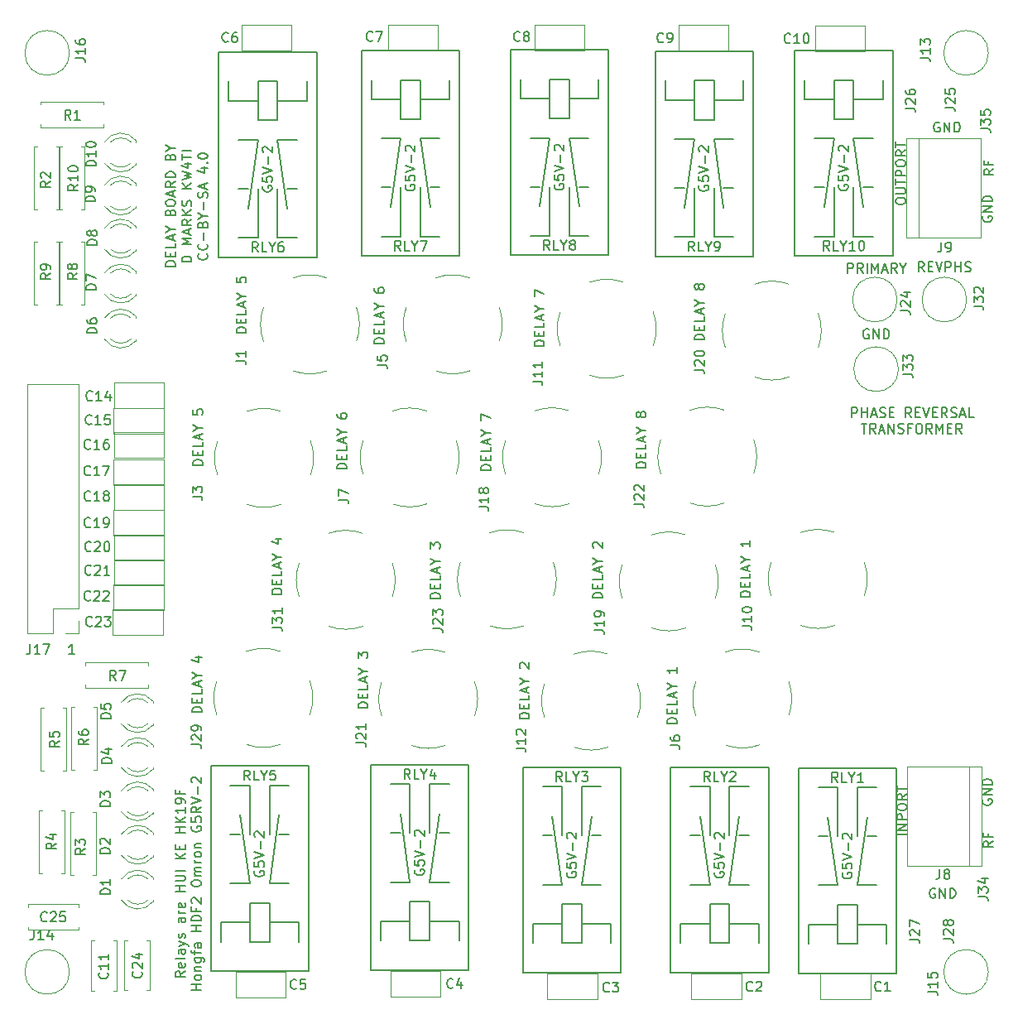
<source format=gbr>
G04 #@! TF.FileFunction,Legend,Top*
%FSLAX46Y46*%
G04 Gerber Fmt 4.6, Leading zero omitted, Abs format (unit mm)*
G04 Created by KiCad (PCBNEW 4.0.7) date 02/25/19 01:05:31*
%MOMM*%
%LPD*%
G01*
G04 APERTURE LIST*
%ADD10C,0.100000*%
%ADD11C,0.150000*%
%ADD12C,0.120000*%
%ADD13C,0.200000*%
G04 APERTURE END LIST*
D10*
D11*
X143827596Y-138501500D02*
X143732358Y-138453881D01*
X143589501Y-138453881D01*
X143446643Y-138501500D01*
X143351405Y-138596738D01*
X143303786Y-138691976D01*
X143256167Y-138882452D01*
X143256167Y-139025310D01*
X143303786Y-139215786D01*
X143351405Y-139311024D01*
X143446643Y-139406262D01*
X143589501Y-139453881D01*
X143684739Y-139453881D01*
X143827596Y-139406262D01*
X143875215Y-139358643D01*
X143875215Y-139025310D01*
X143684739Y-139025310D01*
X144303786Y-139453881D02*
X144303786Y-138453881D01*
X144875215Y-139453881D01*
X144875215Y-138453881D01*
X145351405Y-139453881D02*
X145351405Y-138453881D01*
X145589500Y-138453881D01*
X145732358Y-138501500D01*
X145827596Y-138596738D01*
X145875215Y-138691976D01*
X145922834Y-138882452D01*
X145922834Y-139025310D01*
X145875215Y-139215786D01*
X145827596Y-139311024D01*
X145732358Y-139406262D01*
X145589500Y-139453881D01*
X145351405Y-139453881D01*
X144272096Y-60142500D02*
X144176858Y-60094881D01*
X144034001Y-60094881D01*
X143891143Y-60142500D01*
X143795905Y-60237738D01*
X143748286Y-60332976D01*
X143700667Y-60523452D01*
X143700667Y-60666310D01*
X143748286Y-60856786D01*
X143795905Y-60952024D01*
X143891143Y-61047262D01*
X144034001Y-61094881D01*
X144129239Y-61094881D01*
X144272096Y-61047262D01*
X144319715Y-60999643D01*
X144319715Y-60666310D01*
X144129239Y-60666310D01*
X144748286Y-61094881D02*
X144748286Y-60094881D01*
X145319715Y-61094881D01*
X145319715Y-60094881D01*
X145795905Y-61094881D02*
X145795905Y-60094881D01*
X146034000Y-60094881D01*
X146176858Y-60142500D01*
X146272096Y-60237738D01*
X146319715Y-60332976D01*
X146367334Y-60523452D01*
X146367334Y-60666310D01*
X146319715Y-60856786D01*
X146272096Y-60952024D01*
X146176858Y-61047262D01*
X146034000Y-61094881D01*
X145795905Y-61094881D01*
X135311333Y-90279981D02*
X135311333Y-89279981D01*
X135692286Y-89279981D01*
X135787524Y-89327600D01*
X135835143Y-89375219D01*
X135882762Y-89470457D01*
X135882762Y-89613314D01*
X135835143Y-89708552D01*
X135787524Y-89756171D01*
X135692286Y-89803790D01*
X135311333Y-89803790D01*
X136311333Y-90279981D02*
X136311333Y-89279981D01*
X136311333Y-89756171D02*
X136882762Y-89756171D01*
X136882762Y-90279981D02*
X136882762Y-89279981D01*
X137311333Y-89994267D02*
X137787524Y-89994267D01*
X137216095Y-90279981D02*
X137549428Y-89279981D01*
X137882762Y-90279981D01*
X138168476Y-90232362D02*
X138311333Y-90279981D01*
X138549429Y-90279981D01*
X138644667Y-90232362D01*
X138692286Y-90184743D01*
X138739905Y-90089505D01*
X138739905Y-89994267D01*
X138692286Y-89899029D01*
X138644667Y-89851410D01*
X138549429Y-89803790D01*
X138358952Y-89756171D01*
X138263714Y-89708552D01*
X138216095Y-89660933D01*
X138168476Y-89565695D01*
X138168476Y-89470457D01*
X138216095Y-89375219D01*
X138263714Y-89327600D01*
X138358952Y-89279981D01*
X138597048Y-89279981D01*
X138739905Y-89327600D01*
X139168476Y-89756171D02*
X139501810Y-89756171D01*
X139644667Y-90279981D02*
X139168476Y-90279981D01*
X139168476Y-89279981D01*
X139644667Y-89279981D01*
X141406572Y-90279981D02*
X141073238Y-89803790D01*
X140835143Y-90279981D02*
X140835143Y-89279981D01*
X141216096Y-89279981D01*
X141311334Y-89327600D01*
X141358953Y-89375219D01*
X141406572Y-89470457D01*
X141406572Y-89613314D01*
X141358953Y-89708552D01*
X141311334Y-89756171D01*
X141216096Y-89803790D01*
X140835143Y-89803790D01*
X141835143Y-89756171D02*
X142168477Y-89756171D01*
X142311334Y-90279981D02*
X141835143Y-90279981D01*
X141835143Y-89279981D01*
X142311334Y-89279981D01*
X142597048Y-89279981D02*
X142930381Y-90279981D01*
X143263715Y-89279981D01*
X143597048Y-89756171D02*
X143930382Y-89756171D01*
X144073239Y-90279981D02*
X143597048Y-90279981D01*
X143597048Y-89279981D01*
X144073239Y-89279981D01*
X145073239Y-90279981D02*
X144739905Y-89803790D01*
X144501810Y-90279981D02*
X144501810Y-89279981D01*
X144882763Y-89279981D01*
X144978001Y-89327600D01*
X145025620Y-89375219D01*
X145073239Y-89470457D01*
X145073239Y-89613314D01*
X145025620Y-89708552D01*
X144978001Y-89756171D01*
X144882763Y-89803790D01*
X144501810Y-89803790D01*
X145454191Y-90232362D02*
X145597048Y-90279981D01*
X145835144Y-90279981D01*
X145930382Y-90232362D01*
X145978001Y-90184743D01*
X146025620Y-90089505D01*
X146025620Y-89994267D01*
X145978001Y-89899029D01*
X145930382Y-89851410D01*
X145835144Y-89803790D01*
X145644667Y-89756171D01*
X145549429Y-89708552D01*
X145501810Y-89660933D01*
X145454191Y-89565695D01*
X145454191Y-89470457D01*
X145501810Y-89375219D01*
X145549429Y-89327600D01*
X145644667Y-89279981D01*
X145882763Y-89279981D01*
X146025620Y-89327600D01*
X146406572Y-89994267D02*
X146882763Y-89994267D01*
X146311334Y-90279981D02*
X146644667Y-89279981D01*
X146978001Y-90279981D01*
X147787525Y-90279981D02*
X147311334Y-90279981D01*
X147311334Y-89279981D01*
X136287524Y-90929981D02*
X136858953Y-90929981D01*
X136573238Y-91929981D02*
X136573238Y-90929981D01*
X137763715Y-91929981D02*
X137430381Y-91453790D01*
X137192286Y-91929981D02*
X137192286Y-90929981D01*
X137573239Y-90929981D01*
X137668477Y-90977600D01*
X137716096Y-91025219D01*
X137763715Y-91120457D01*
X137763715Y-91263314D01*
X137716096Y-91358552D01*
X137668477Y-91406171D01*
X137573239Y-91453790D01*
X137192286Y-91453790D01*
X138144667Y-91644267D02*
X138620858Y-91644267D01*
X138049429Y-91929981D02*
X138382762Y-90929981D01*
X138716096Y-91929981D01*
X139049429Y-91929981D02*
X139049429Y-90929981D01*
X139620858Y-91929981D01*
X139620858Y-90929981D01*
X140049429Y-91882362D02*
X140192286Y-91929981D01*
X140430382Y-91929981D01*
X140525620Y-91882362D01*
X140573239Y-91834743D01*
X140620858Y-91739505D01*
X140620858Y-91644267D01*
X140573239Y-91549029D01*
X140525620Y-91501410D01*
X140430382Y-91453790D01*
X140239905Y-91406171D01*
X140144667Y-91358552D01*
X140097048Y-91310933D01*
X140049429Y-91215695D01*
X140049429Y-91120457D01*
X140097048Y-91025219D01*
X140144667Y-90977600D01*
X140239905Y-90929981D01*
X140478001Y-90929981D01*
X140620858Y-90977600D01*
X141382763Y-91406171D02*
X141049429Y-91406171D01*
X141049429Y-91929981D02*
X141049429Y-90929981D01*
X141525620Y-90929981D01*
X142097048Y-90929981D02*
X142287525Y-90929981D01*
X142382763Y-90977600D01*
X142478001Y-91072838D01*
X142525620Y-91263314D01*
X142525620Y-91596648D01*
X142478001Y-91787124D01*
X142382763Y-91882362D01*
X142287525Y-91929981D01*
X142097048Y-91929981D01*
X142001810Y-91882362D01*
X141906572Y-91787124D01*
X141858953Y-91596648D01*
X141858953Y-91263314D01*
X141906572Y-91072838D01*
X142001810Y-90977600D01*
X142097048Y-90929981D01*
X143525620Y-91929981D02*
X143192286Y-91453790D01*
X142954191Y-91929981D02*
X142954191Y-90929981D01*
X143335144Y-90929981D01*
X143430382Y-90977600D01*
X143478001Y-91025219D01*
X143525620Y-91120457D01*
X143525620Y-91263314D01*
X143478001Y-91358552D01*
X143430382Y-91406171D01*
X143335144Y-91453790D01*
X142954191Y-91453790D01*
X143954191Y-91929981D02*
X143954191Y-90929981D01*
X144287525Y-91644267D01*
X144620858Y-90929981D01*
X144620858Y-91929981D01*
X145097048Y-91406171D02*
X145430382Y-91406171D01*
X145573239Y-91929981D02*
X145097048Y-91929981D01*
X145097048Y-90929981D01*
X145573239Y-90929981D01*
X146573239Y-91929981D02*
X146239905Y-91453790D01*
X146001810Y-91929981D02*
X146001810Y-90929981D01*
X146382763Y-90929981D01*
X146478001Y-90977600D01*
X146525620Y-91025219D01*
X146573239Y-91120457D01*
X146573239Y-91263314D01*
X146525620Y-91358552D01*
X146478001Y-91406171D01*
X146382763Y-91453790D01*
X146001810Y-91453790D01*
X142708572Y-75382381D02*
X142375238Y-74906190D01*
X142137143Y-75382381D02*
X142137143Y-74382381D01*
X142518096Y-74382381D01*
X142613334Y-74430000D01*
X142660953Y-74477619D01*
X142708572Y-74572857D01*
X142708572Y-74715714D01*
X142660953Y-74810952D01*
X142613334Y-74858571D01*
X142518096Y-74906190D01*
X142137143Y-74906190D01*
X143137143Y-74858571D02*
X143470477Y-74858571D01*
X143613334Y-75382381D02*
X143137143Y-75382381D01*
X143137143Y-74382381D01*
X143613334Y-74382381D01*
X143899048Y-74382381D02*
X144232381Y-75382381D01*
X144565715Y-74382381D01*
X144899048Y-75382381D02*
X144899048Y-74382381D01*
X145280001Y-74382381D01*
X145375239Y-74430000D01*
X145422858Y-74477619D01*
X145470477Y-74572857D01*
X145470477Y-74715714D01*
X145422858Y-74810952D01*
X145375239Y-74858571D01*
X145280001Y-74906190D01*
X144899048Y-74906190D01*
X145899048Y-75382381D02*
X145899048Y-74382381D01*
X145899048Y-74858571D02*
X146470477Y-74858571D01*
X146470477Y-75382381D02*
X146470477Y-74382381D01*
X146899048Y-75334762D02*
X147041905Y-75382381D01*
X147280001Y-75382381D01*
X147375239Y-75334762D01*
X147422858Y-75287143D01*
X147470477Y-75191905D01*
X147470477Y-75096667D01*
X147422858Y-75001429D01*
X147375239Y-74953810D01*
X147280001Y-74906190D01*
X147089524Y-74858571D01*
X146994286Y-74810952D01*
X146946667Y-74763333D01*
X146899048Y-74668095D01*
X146899048Y-74572857D01*
X146946667Y-74477619D01*
X146994286Y-74430000D01*
X147089524Y-74382381D01*
X147327620Y-74382381D01*
X147470477Y-74430000D01*
X137033096Y-81288000D02*
X136937858Y-81240381D01*
X136795001Y-81240381D01*
X136652143Y-81288000D01*
X136556905Y-81383238D01*
X136509286Y-81478476D01*
X136461667Y-81668952D01*
X136461667Y-81811810D01*
X136509286Y-82002286D01*
X136556905Y-82097524D01*
X136652143Y-82192762D01*
X136795001Y-82240381D01*
X136890239Y-82240381D01*
X137033096Y-82192762D01*
X137080715Y-82145143D01*
X137080715Y-81811810D01*
X136890239Y-81811810D01*
X137509286Y-82240381D02*
X137509286Y-81240381D01*
X138080715Y-82240381D01*
X138080715Y-81240381D01*
X138556905Y-82240381D02*
X138556905Y-81240381D01*
X138795000Y-81240381D01*
X138937858Y-81288000D01*
X139033096Y-81383238D01*
X139080715Y-81478476D01*
X139128334Y-81668952D01*
X139128334Y-81811810D01*
X139080715Y-82002286D01*
X139033096Y-82097524D01*
X138937858Y-82192762D01*
X138795000Y-82240381D01*
X138556905Y-82240381D01*
X134866429Y-75509381D02*
X134866429Y-74509381D01*
X135247382Y-74509381D01*
X135342620Y-74557000D01*
X135390239Y-74604619D01*
X135437858Y-74699857D01*
X135437858Y-74842714D01*
X135390239Y-74937952D01*
X135342620Y-74985571D01*
X135247382Y-75033190D01*
X134866429Y-75033190D01*
X136437858Y-75509381D02*
X136104524Y-75033190D01*
X135866429Y-75509381D02*
X135866429Y-74509381D01*
X136247382Y-74509381D01*
X136342620Y-74557000D01*
X136390239Y-74604619D01*
X136437858Y-74699857D01*
X136437858Y-74842714D01*
X136390239Y-74937952D01*
X136342620Y-74985571D01*
X136247382Y-75033190D01*
X135866429Y-75033190D01*
X136866429Y-75509381D02*
X136866429Y-74509381D01*
X137342619Y-75509381D02*
X137342619Y-74509381D01*
X137675953Y-75223667D01*
X138009286Y-74509381D01*
X138009286Y-75509381D01*
X138437857Y-75223667D02*
X138914048Y-75223667D01*
X138342619Y-75509381D02*
X138675952Y-74509381D01*
X139009286Y-75509381D01*
X139914048Y-75509381D02*
X139580714Y-75033190D01*
X139342619Y-75509381D02*
X139342619Y-74509381D01*
X139723572Y-74509381D01*
X139818810Y-74557000D01*
X139866429Y-74604619D01*
X139914048Y-74699857D01*
X139914048Y-74842714D01*
X139866429Y-74937952D01*
X139818810Y-74985571D01*
X139723572Y-75033190D01*
X139342619Y-75033190D01*
X140533095Y-75033190D02*
X140533095Y-75509381D01*
X140199762Y-74509381D02*
X140533095Y-75033190D01*
X140866429Y-74509381D01*
X114244381Y-95416334D02*
X113244381Y-95416334D01*
X113244381Y-95178239D01*
X113292000Y-95035381D01*
X113387238Y-94940143D01*
X113482476Y-94892524D01*
X113672952Y-94844905D01*
X113815810Y-94844905D01*
X114006286Y-94892524D01*
X114101524Y-94940143D01*
X114196762Y-95035381D01*
X114244381Y-95178239D01*
X114244381Y-95416334D01*
X113720571Y-94416334D02*
X113720571Y-94083000D01*
X114244381Y-93940143D02*
X114244381Y-94416334D01*
X113244381Y-94416334D01*
X113244381Y-93940143D01*
X114244381Y-93035381D02*
X114244381Y-93511572D01*
X113244381Y-93511572D01*
X113958667Y-92749667D02*
X113958667Y-92273476D01*
X114244381Y-92844905D02*
X113244381Y-92511572D01*
X114244381Y-92178238D01*
X113768190Y-91654429D02*
X114244381Y-91654429D01*
X113244381Y-91987762D02*
X113768190Y-91654429D01*
X113244381Y-91321095D01*
X113672952Y-90083000D02*
X113625333Y-90178238D01*
X113577714Y-90225857D01*
X113482476Y-90273476D01*
X113434857Y-90273476D01*
X113339619Y-90225857D01*
X113292000Y-90178238D01*
X113244381Y-90083000D01*
X113244381Y-89892523D01*
X113292000Y-89797285D01*
X113339619Y-89749666D01*
X113434857Y-89702047D01*
X113482476Y-89702047D01*
X113577714Y-89749666D01*
X113625333Y-89797285D01*
X113672952Y-89892523D01*
X113672952Y-90083000D01*
X113720571Y-90178238D01*
X113768190Y-90225857D01*
X113863429Y-90273476D01*
X114053905Y-90273476D01*
X114149143Y-90225857D01*
X114196762Y-90178238D01*
X114244381Y-90083000D01*
X114244381Y-89892523D01*
X114196762Y-89797285D01*
X114149143Y-89749666D01*
X114053905Y-89702047D01*
X113863429Y-89702047D01*
X113768190Y-89749666D01*
X113720571Y-89797285D01*
X113672952Y-89892523D01*
X120213381Y-82335334D02*
X119213381Y-82335334D01*
X119213381Y-82097239D01*
X119261000Y-81954381D01*
X119356238Y-81859143D01*
X119451476Y-81811524D01*
X119641952Y-81763905D01*
X119784810Y-81763905D01*
X119975286Y-81811524D01*
X120070524Y-81859143D01*
X120165762Y-81954381D01*
X120213381Y-82097239D01*
X120213381Y-82335334D01*
X119689571Y-81335334D02*
X119689571Y-81002000D01*
X120213381Y-80859143D02*
X120213381Y-81335334D01*
X119213381Y-81335334D01*
X119213381Y-80859143D01*
X120213381Y-79954381D02*
X120213381Y-80430572D01*
X119213381Y-80430572D01*
X119927667Y-79668667D02*
X119927667Y-79192476D01*
X120213381Y-79763905D02*
X119213381Y-79430572D01*
X120213381Y-79097238D01*
X119737190Y-78573429D02*
X120213381Y-78573429D01*
X119213381Y-78906762D02*
X119737190Y-78573429D01*
X119213381Y-78240095D01*
X119641952Y-77002000D02*
X119594333Y-77097238D01*
X119546714Y-77144857D01*
X119451476Y-77192476D01*
X119403857Y-77192476D01*
X119308619Y-77144857D01*
X119261000Y-77097238D01*
X119213381Y-77002000D01*
X119213381Y-76811523D01*
X119261000Y-76716285D01*
X119308619Y-76668666D01*
X119403857Y-76621047D01*
X119451476Y-76621047D01*
X119546714Y-76668666D01*
X119594333Y-76716285D01*
X119641952Y-76811523D01*
X119641952Y-77002000D01*
X119689571Y-77097238D01*
X119737190Y-77144857D01*
X119832429Y-77192476D01*
X120022905Y-77192476D01*
X120118143Y-77144857D01*
X120165762Y-77097238D01*
X120213381Y-77002000D01*
X120213381Y-76811523D01*
X120165762Y-76716285D01*
X120118143Y-76668666D01*
X120022905Y-76621047D01*
X119832429Y-76621047D01*
X119737190Y-76668666D01*
X119689571Y-76716285D01*
X119641952Y-76811523D01*
X98369381Y-95670334D02*
X97369381Y-95670334D01*
X97369381Y-95432239D01*
X97417000Y-95289381D01*
X97512238Y-95194143D01*
X97607476Y-95146524D01*
X97797952Y-95098905D01*
X97940810Y-95098905D01*
X98131286Y-95146524D01*
X98226524Y-95194143D01*
X98321762Y-95289381D01*
X98369381Y-95432239D01*
X98369381Y-95670334D01*
X97845571Y-94670334D02*
X97845571Y-94337000D01*
X98369381Y-94194143D02*
X98369381Y-94670334D01*
X97369381Y-94670334D01*
X97369381Y-94194143D01*
X98369381Y-93289381D02*
X98369381Y-93765572D01*
X97369381Y-93765572D01*
X98083667Y-93003667D02*
X98083667Y-92527476D01*
X98369381Y-93098905D02*
X97369381Y-92765572D01*
X98369381Y-92432238D01*
X97893190Y-91908429D02*
X98369381Y-91908429D01*
X97369381Y-92241762D02*
X97893190Y-91908429D01*
X97369381Y-91575095D01*
X97369381Y-90575095D02*
X97369381Y-89908428D01*
X98369381Y-90337000D01*
X103830381Y-82970334D02*
X102830381Y-82970334D01*
X102830381Y-82732239D01*
X102878000Y-82589381D01*
X102973238Y-82494143D01*
X103068476Y-82446524D01*
X103258952Y-82398905D01*
X103401810Y-82398905D01*
X103592286Y-82446524D01*
X103687524Y-82494143D01*
X103782762Y-82589381D01*
X103830381Y-82732239D01*
X103830381Y-82970334D01*
X103306571Y-81970334D02*
X103306571Y-81637000D01*
X103830381Y-81494143D02*
X103830381Y-81970334D01*
X102830381Y-81970334D01*
X102830381Y-81494143D01*
X103830381Y-80589381D02*
X103830381Y-81065572D01*
X102830381Y-81065572D01*
X103544667Y-80303667D02*
X103544667Y-79827476D01*
X103830381Y-80398905D02*
X102830381Y-80065572D01*
X103830381Y-79732238D01*
X103354190Y-79208429D02*
X103830381Y-79208429D01*
X102830381Y-79541762D02*
X103354190Y-79208429D01*
X102830381Y-78875095D01*
X102830381Y-77875095D02*
X102830381Y-77208428D01*
X103830381Y-77637000D01*
X87447381Y-82716334D02*
X86447381Y-82716334D01*
X86447381Y-82478239D01*
X86495000Y-82335381D01*
X86590238Y-82240143D01*
X86685476Y-82192524D01*
X86875952Y-82144905D01*
X87018810Y-82144905D01*
X87209286Y-82192524D01*
X87304524Y-82240143D01*
X87399762Y-82335381D01*
X87447381Y-82478239D01*
X87447381Y-82716334D01*
X86923571Y-81716334D02*
X86923571Y-81383000D01*
X87447381Y-81240143D02*
X87447381Y-81716334D01*
X86447381Y-81716334D01*
X86447381Y-81240143D01*
X87447381Y-80335381D02*
X87447381Y-80811572D01*
X86447381Y-80811572D01*
X87161667Y-80049667D02*
X87161667Y-79573476D01*
X87447381Y-80144905D02*
X86447381Y-79811572D01*
X87447381Y-79478238D01*
X86971190Y-78954429D02*
X87447381Y-78954429D01*
X86447381Y-79287762D02*
X86971190Y-78954429D01*
X86447381Y-78621095D01*
X86447381Y-77097285D02*
X86447381Y-77287762D01*
X86495000Y-77383000D01*
X86542619Y-77430619D01*
X86685476Y-77525857D01*
X86875952Y-77573476D01*
X87256905Y-77573476D01*
X87352143Y-77525857D01*
X87399762Y-77478238D01*
X87447381Y-77383000D01*
X87447381Y-77192523D01*
X87399762Y-77097285D01*
X87352143Y-77049666D01*
X87256905Y-77002047D01*
X87018810Y-77002047D01*
X86923571Y-77049666D01*
X86875952Y-77097285D01*
X86828333Y-77192523D01*
X86828333Y-77383000D01*
X86875952Y-77478238D01*
X86923571Y-77525857D01*
X87018810Y-77573476D01*
X83637381Y-95543334D02*
X82637381Y-95543334D01*
X82637381Y-95305239D01*
X82685000Y-95162381D01*
X82780238Y-95067143D01*
X82875476Y-95019524D01*
X83065952Y-94971905D01*
X83208810Y-94971905D01*
X83399286Y-95019524D01*
X83494524Y-95067143D01*
X83589762Y-95162381D01*
X83637381Y-95305239D01*
X83637381Y-95543334D01*
X83113571Y-94543334D02*
X83113571Y-94210000D01*
X83637381Y-94067143D02*
X83637381Y-94543334D01*
X82637381Y-94543334D01*
X82637381Y-94067143D01*
X83637381Y-93162381D02*
X83637381Y-93638572D01*
X82637381Y-93638572D01*
X83351667Y-92876667D02*
X83351667Y-92400476D01*
X83637381Y-92971905D02*
X82637381Y-92638572D01*
X83637381Y-92305238D01*
X83161190Y-91781429D02*
X83637381Y-91781429D01*
X82637381Y-92114762D02*
X83161190Y-91781429D01*
X82637381Y-91448095D01*
X82637381Y-89924285D02*
X82637381Y-90114762D01*
X82685000Y-90210000D01*
X82732619Y-90257619D01*
X82875476Y-90352857D01*
X83065952Y-90400476D01*
X83446905Y-90400476D01*
X83542143Y-90352857D01*
X83589762Y-90305238D01*
X83637381Y-90210000D01*
X83637381Y-90019523D01*
X83589762Y-89924285D01*
X83542143Y-89876666D01*
X83446905Y-89829047D01*
X83208810Y-89829047D01*
X83113571Y-89876666D01*
X83065952Y-89924285D01*
X83018333Y-90019523D01*
X83018333Y-90210000D01*
X83065952Y-90305238D01*
X83113571Y-90352857D01*
X83208810Y-90400476D01*
X68905381Y-95162334D02*
X67905381Y-95162334D01*
X67905381Y-94924239D01*
X67953000Y-94781381D01*
X68048238Y-94686143D01*
X68143476Y-94638524D01*
X68333952Y-94590905D01*
X68476810Y-94590905D01*
X68667286Y-94638524D01*
X68762524Y-94686143D01*
X68857762Y-94781381D01*
X68905381Y-94924239D01*
X68905381Y-95162334D01*
X68381571Y-94162334D02*
X68381571Y-93829000D01*
X68905381Y-93686143D02*
X68905381Y-94162334D01*
X67905381Y-94162334D01*
X67905381Y-93686143D01*
X68905381Y-92781381D02*
X68905381Y-93257572D01*
X67905381Y-93257572D01*
X68619667Y-92495667D02*
X68619667Y-92019476D01*
X68905381Y-92590905D02*
X67905381Y-92257572D01*
X68905381Y-91924238D01*
X68429190Y-91400429D02*
X68905381Y-91400429D01*
X67905381Y-91733762D02*
X68429190Y-91400429D01*
X67905381Y-91067095D01*
X67905381Y-89495666D02*
X67905381Y-89971857D01*
X68381571Y-90019476D01*
X68333952Y-89971857D01*
X68286333Y-89876619D01*
X68286333Y-89638523D01*
X68333952Y-89543285D01*
X68381571Y-89495666D01*
X68476810Y-89448047D01*
X68714905Y-89448047D01*
X68810143Y-89495666D01*
X68857762Y-89543285D01*
X68905381Y-89638523D01*
X68905381Y-89876619D01*
X68857762Y-89971857D01*
X68810143Y-90019476D01*
X73350381Y-81636834D02*
X72350381Y-81636834D01*
X72350381Y-81398739D01*
X72398000Y-81255881D01*
X72493238Y-81160643D01*
X72588476Y-81113024D01*
X72778952Y-81065405D01*
X72921810Y-81065405D01*
X73112286Y-81113024D01*
X73207524Y-81160643D01*
X73302762Y-81255881D01*
X73350381Y-81398739D01*
X73350381Y-81636834D01*
X72826571Y-80636834D02*
X72826571Y-80303500D01*
X73350381Y-80160643D02*
X73350381Y-80636834D01*
X72350381Y-80636834D01*
X72350381Y-80160643D01*
X73350381Y-79255881D02*
X73350381Y-79732072D01*
X72350381Y-79732072D01*
X73064667Y-78970167D02*
X73064667Y-78493976D01*
X73350381Y-79065405D02*
X72350381Y-78732072D01*
X73350381Y-78398738D01*
X72874190Y-77874929D02*
X73350381Y-77874929D01*
X72350381Y-78208262D02*
X72874190Y-77874929D01*
X72350381Y-77541595D01*
X72350381Y-75970166D02*
X72350381Y-76446357D01*
X72826571Y-76493976D01*
X72778952Y-76446357D01*
X72731333Y-76351119D01*
X72731333Y-76113023D01*
X72778952Y-76017785D01*
X72826571Y-75970166D01*
X72921810Y-75922547D01*
X73159905Y-75922547D01*
X73255143Y-75970166D01*
X73302762Y-76017785D01*
X73350381Y-76113023D01*
X73350381Y-76351119D01*
X73302762Y-76446357D01*
X73255143Y-76493976D01*
X68816481Y-120448034D02*
X67816481Y-120448034D01*
X67816481Y-120209939D01*
X67864100Y-120067081D01*
X67959338Y-119971843D01*
X68054576Y-119924224D01*
X68245052Y-119876605D01*
X68387910Y-119876605D01*
X68578386Y-119924224D01*
X68673624Y-119971843D01*
X68768862Y-120067081D01*
X68816481Y-120209939D01*
X68816481Y-120448034D01*
X68292671Y-119448034D02*
X68292671Y-119114700D01*
X68816481Y-118971843D02*
X68816481Y-119448034D01*
X67816481Y-119448034D01*
X67816481Y-118971843D01*
X68816481Y-118067081D02*
X68816481Y-118543272D01*
X67816481Y-118543272D01*
X68530767Y-117781367D02*
X68530767Y-117305176D01*
X68816481Y-117876605D02*
X67816481Y-117543272D01*
X68816481Y-117209938D01*
X68340290Y-116686129D02*
X68816481Y-116686129D01*
X67816481Y-117019462D02*
X68340290Y-116686129D01*
X67816481Y-116352795D01*
X68149814Y-114828985D02*
X68816481Y-114828985D01*
X67768862Y-115067081D02*
X68483148Y-115305176D01*
X68483148Y-114686128D01*
X76995281Y-108357634D02*
X75995281Y-108357634D01*
X75995281Y-108119539D01*
X76042900Y-107976681D01*
X76138138Y-107881443D01*
X76233376Y-107833824D01*
X76423852Y-107786205D01*
X76566710Y-107786205D01*
X76757186Y-107833824D01*
X76852424Y-107881443D01*
X76947662Y-107976681D01*
X76995281Y-108119539D01*
X76995281Y-108357634D01*
X76471471Y-107357634D02*
X76471471Y-107024300D01*
X76995281Y-106881443D02*
X76995281Y-107357634D01*
X75995281Y-107357634D01*
X75995281Y-106881443D01*
X76995281Y-105976681D02*
X76995281Y-106452872D01*
X75995281Y-106452872D01*
X76709567Y-105690967D02*
X76709567Y-105214776D01*
X76995281Y-105786205D02*
X75995281Y-105452872D01*
X76995281Y-105119538D01*
X76519090Y-104595729D02*
X76995281Y-104595729D01*
X75995281Y-104929062D02*
X76519090Y-104595729D01*
X75995281Y-104262395D01*
X76328614Y-102738585D02*
X76995281Y-102738585D01*
X75947662Y-102976681D02*
X76661948Y-103214776D01*
X76661948Y-102595728D01*
X93187781Y-108802134D02*
X92187781Y-108802134D01*
X92187781Y-108564039D01*
X92235400Y-108421181D01*
X92330638Y-108325943D01*
X92425876Y-108278324D01*
X92616352Y-108230705D01*
X92759210Y-108230705D01*
X92949686Y-108278324D01*
X93044924Y-108325943D01*
X93140162Y-108421181D01*
X93187781Y-108564039D01*
X93187781Y-108802134D01*
X92663971Y-107802134D02*
X92663971Y-107468800D01*
X93187781Y-107325943D02*
X93187781Y-107802134D01*
X92187781Y-107802134D01*
X92187781Y-107325943D01*
X93187781Y-106421181D02*
X93187781Y-106897372D01*
X92187781Y-106897372D01*
X92902067Y-106135467D02*
X92902067Y-105659276D01*
X93187781Y-106230705D02*
X92187781Y-105897372D01*
X93187781Y-105564038D01*
X92711590Y-105040229D02*
X93187781Y-105040229D01*
X92187781Y-105373562D02*
X92711590Y-105040229D01*
X92187781Y-104706895D01*
X92187781Y-103706895D02*
X92187781Y-103087847D01*
X92568733Y-103421181D01*
X92568733Y-103278323D01*
X92616352Y-103183085D01*
X92663971Y-103135466D01*
X92759210Y-103087847D01*
X92997305Y-103087847D01*
X93092543Y-103135466D01*
X93140162Y-103183085D01*
X93187781Y-103278323D01*
X93187781Y-103564038D01*
X93140162Y-103659276D01*
X93092543Y-103706895D01*
X85796381Y-120003534D02*
X84796381Y-120003534D01*
X84796381Y-119765439D01*
X84844000Y-119622581D01*
X84939238Y-119527343D01*
X85034476Y-119479724D01*
X85224952Y-119432105D01*
X85367810Y-119432105D01*
X85558286Y-119479724D01*
X85653524Y-119527343D01*
X85748762Y-119622581D01*
X85796381Y-119765439D01*
X85796381Y-120003534D01*
X85272571Y-119003534D02*
X85272571Y-118670200D01*
X85796381Y-118527343D02*
X85796381Y-119003534D01*
X84796381Y-119003534D01*
X84796381Y-118527343D01*
X85796381Y-117622581D02*
X85796381Y-118098772D01*
X84796381Y-118098772D01*
X85510667Y-117336867D02*
X85510667Y-116860676D01*
X85796381Y-117432105D02*
X84796381Y-117098772D01*
X85796381Y-116765438D01*
X85320190Y-116241629D02*
X85796381Y-116241629D01*
X84796381Y-116574962D02*
X85320190Y-116241629D01*
X84796381Y-115908295D01*
X84796381Y-114908295D02*
X84796381Y-114289247D01*
X85177333Y-114622581D01*
X85177333Y-114479723D01*
X85224952Y-114384485D01*
X85272571Y-114336866D01*
X85367810Y-114289247D01*
X85605905Y-114289247D01*
X85701143Y-114336866D01*
X85748762Y-114384485D01*
X85796381Y-114479723D01*
X85796381Y-114765438D01*
X85748762Y-114860676D01*
X85701143Y-114908295D01*
X102306381Y-121070334D02*
X101306381Y-121070334D01*
X101306381Y-120832239D01*
X101354000Y-120689381D01*
X101449238Y-120594143D01*
X101544476Y-120546524D01*
X101734952Y-120498905D01*
X101877810Y-120498905D01*
X102068286Y-120546524D01*
X102163524Y-120594143D01*
X102258762Y-120689381D01*
X102306381Y-120832239D01*
X102306381Y-121070334D01*
X101782571Y-120070334D02*
X101782571Y-119737000D01*
X102306381Y-119594143D02*
X102306381Y-120070334D01*
X101306381Y-120070334D01*
X101306381Y-119594143D01*
X102306381Y-118689381D02*
X102306381Y-119165572D01*
X101306381Y-119165572D01*
X102020667Y-118403667D02*
X102020667Y-117927476D01*
X102306381Y-118498905D02*
X101306381Y-118165572D01*
X102306381Y-117832238D01*
X101830190Y-117308429D02*
X102306381Y-117308429D01*
X101306381Y-117641762D02*
X101830190Y-117308429D01*
X101306381Y-116975095D01*
X101401619Y-115927476D02*
X101354000Y-115879857D01*
X101306381Y-115784619D01*
X101306381Y-115546523D01*
X101354000Y-115451285D01*
X101401619Y-115403666D01*
X101496857Y-115356047D01*
X101592095Y-115356047D01*
X101734952Y-115403666D01*
X102306381Y-115975095D01*
X102306381Y-115356047D01*
X109799381Y-108751334D02*
X108799381Y-108751334D01*
X108799381Y-108513239D01*
X108847000Y-108370381D01*
X108942238Y-108275143D01*
X109037476Y-108227524D01*
X109227952Y-108179905D01*
X109370810Y-108179905D01*
X109561286Y-108227524D01*
X109656524Y-108275143D01*
X109751762Y-108370381D01*
X109799381Y-108513239D01*
X109799381Y-108751334D01*
X109275571Y-107751334D02*
X109275571Y-107418000D01*
X109799381Y-107275143D02*
X109799381Y-107751334D01*
X108799381Y-107751334D01*
X108799381Y-107275143D01*
X109799381Y-106370381D02*
X109799381Y-106846572D01*
X108799381Y-106846572D01*
X109513667Y-106084667D02*
X109513667Y-105608476D01*
X109799381Y-106179905D02*
X108799381Y-105846572D01*
X109799381Y-105513238D01*
X109323190Y-104989429D02*
X109799381Y-104989429D01*
X108799381Y-105322762D02*
X109323190Y-104989429D01*
X108799381Y-104656095D01*
X108894619Y-103608476D02*
X108847000Y-103560857D01*
X108799381Y-103465619D01*
X108799381Y-103227523D01*
X108847000Y-103132285D01*
X108894619Y-103084666D01*
X108989857Y-103037047D01*
X109085095Y-103037047D01*
X109227952Y-103084666D01*
X109799381Y-103656095D01*
X109799381Y-103037047D01*
X124912381Y-108624334D02*
X123912381Y-108624334D01*
X123912381Y-108386239D01*
X123960000Y-108243381D01*
X124055238Y-108148143D01*
X124150476Y-108100524D01*
X124340952Y-108052905D01*
X124483810Y-108052905D01*
X124674286Y-108100524D01*
X124769524Y-108148143D01*
X124864762Y-108243381D01*
X124912381Y-108386239D01*
X124912381Y-108624334D01*
X124388571Y-107624334D02*
X124388571Y-107291000D01*
X124912381Y-107148143D02*
X124912381Y-107624334D01*
X123912381Y-107624334D01*
X123912381Y-107148143D01*
X124912381Y-106243381D02*
X124912381Y-106719572D01*
X123912381Y-106719572D01*
X124626667Y-105957667D02*
X124626667Y-105481476D01*
X124912381Y-106052905D02*
X123912381Y-105719572D01*
X124912381Y-105386238D01*
X124436190Y-104862429D02*
X124912381Y-104862429D01*
X123912381Y-105195762D02*
X124436190Y-104862429D01*
X123912381Y-104529095D01*
X124912381Y-102910047D02*
X124912381Y-103481476D01*
X124912381Y-103195762D02*
X123912381Y-103195762D01*
X124055238Y-103291000D01*
X124150476Y-103386238D01*
X124198095Y-103481476D01*
X117419381Y-121578334D02*
X116419381Y-121578334D01*
X116419381Y-121340239D01*
X116467000Y-121197381D01*
X116562238Y-121102143D01*
X116657476Y-121054524D01*
X116847952Y-121006905D01*
X116990810Y-121006905D01*
X117181286Y-121054524D01*
X117276524Y-121102143D01*
X117371762Y-121197381D01*
X117419381Y-121340239D01*
X117419381Y-121578334D01*
X116895571Y-120578334D02*
X116895571Y-120245000D01*
X117419381Y-120102143D02*
X117419381Y-120578334D01*
X116419381Y-120578334D01*
X116419381Y-120102143D01*
X117419381Y-119197381D02*
X117419381Y-119673572D01*
X116419381Y-119673572D01*
X117133667Y-118911667D02*
X117133667Y-118435476D01*
X117419381Y-119006905D02*
X116419381Y-118673572D01*
X117419381Y-118340238D01*
X116943190Y-117816429D02*
X117419381Y-117816429D01*
X116419381Y-118149762D02*
X116943190Y-117816429D01*
X116419381Y-117483095D01*
X117419381Y-115864047D02*
X117419381Y-116435476D01*
X117419381Y-116149762D02*
X116419381Y-116149762D01*
X116562238Y-116245000D01*
X116657476Y-116340238D01*
X116705095Y-116435476D01*
X149804381Y-64889047D02*
X149328190Y-65222381D01*
X149804381Y-65460476D02*
X148804381Y-65460476D01*
X148804381Y-65079523D01*
X148852000Y-64984285D01*
X148899619Y-64936666D01*
X148994857Y-64889047D01*
X149137714Y-64889047D01*
X149232952Y-64936666D01*
X149280571Y-64984285D01*
X149328190Y-65079523D01*
X149328190Y-65460476D01*
X149280571Y-64127142D02*
X149280571Y-64460476D01*
X149804381Y-64460476D02*
X148804381Y-64460476D01*
X148804381Y-63984285D01*
X67102481Y-146948991D02*
X66626290Y-147282325D01*
X67102481Y-147520420D02*
X66102481Y-147520420D01*
X66102481Y-147139467D01*
X66150100Y-147044229D01*
X66197719Y-146996610D01*
X66292957Y-146948991D01*
X66435814Y-146948991D01*
X66531052Y-146996610D01*
X66578671Y-147044229D01*
X66626290Y-147139467D01*
X66626290Y-147520420D01*
X67054862Y-146139467D02*
X67102481Y-146234705D01*
X67102481Y-146425182D01*
X67054862Y-146520420D01*
X66959624Y-146568039D01*
X66578671Y-146568039D01*
X66483433Y-146520420D01*
X66435814Y-146425182D01*
X66435814Y-146234705D01*
X66483433Y-146139467D01*
X66578671Y-146091848D01*
X66673910Y-146091848D01*
X66769148Y-146568039D01*
X67102481Y-145520420D02*
X67054862Y-145615658D01*
X66959624Y-145663277D01*
X66102481Y-145663277D01*
X67102481Y-144710895D02*
X66578671Y-144710895D01*
X66483433Y-144758514D01*
X66435814Y-144853752D01*
X66435814Y-145044229D01*
X66483433Y-145139467D01*
X67054862Y-144710895D02*
X67102481Y-144806133D01*
X67102481Y-145044229D01*
X67054862Y-145139467D01*
X66959624Y-145187086D01*
X66864386Y-145187086D01*
X66769148Y-145139467D01*
X66721529Y-145044229D01*
X66721529Y-144806133D01*
X66673910Y-144710895D01*
X66435814Y-144329943D02*
X67102481Y-144091848D01*
X66435814Y-143853752D02*
X67102481Y-144091848D01*
X67340576Y-144187086D01*
X67388195Y-144234705D01*
X67435814Y-144329943D01*
X67054862Y-143520419D02*
X67102481Y-143425181D01*
X67102481Y-143234705D01*
X67054862Y-143139466D01*
X66959624Y-143091847D01*
X66912005Y-143091847D01*
X66816767Y-143139466D01*
X66769148Y-143234705D01*
X66769148Y-143377562D01*
X66721529Y-143472800D01*
X66626290Y-143520419D01*
X66578671Y-143520419D01*
X66483433Y-143472800D01*
X66435814Y-143377562D01*
X66435814Y-143234705D01*
X66483433Y-143139466D01*
X67102481Y-141472799D02*
X66578671Y-141472799D01*
X66483433Y-141520418D01*
X66435814Y-141615656D01*
X66435814Y-141806133D01*
X66483433Y-141901371D01*
X67054862Y-141472799D02*
X67102481Y-141568037D01*
X67102481Y-141806133D01*
X67054862Y-141901371D01*
X66959624Y-141948990D01*
X66864386Y-141948990D01*
X66769148Y-141901371D01*
X66721529Y-141806133D01*
X66721529Y-141568037D01*
X66673910Y-141472799D01*
X67102481Y-140996609D02*
X66435814Y-140996609D01*
X66626290Y-140996609D02*
X66531052Y-140948990D01*
X66483433Y-140901371D01*
X66435814Y-140806133D01*
X66435814Y-140710894D01*
X67054862Y-139996608D02*
X67102481Y-140091846D01*
X67102481Y-140282323D01*
X67054862Y-140377561D01*
X66959624Y-140425180D01*
X66578671Y-140425180D01*
X66483433Y-140377561D01*
X66435814Y-140282323D01*
X66435814Y-140091846D01*
X66483433Y-139996608D01*
X66578671Y-139948989D01*
X66673910Y-139948989D01*
X66769148Y-140425180D01*
X67102481Y-138758513D02*
X66102481Y-138758513D01*
X66578671Y-138758513D02*
X66578671Y-138187084D01*
X67102481Y-138187084D02*
X66102481Y-138187084D01*
X66102481Y-137710894D02*
X66912005Y-137710894D01*
X67007243Y-137663275D01*
X67054862Y-137615656D01*
X67102481Y-137520418D01*
X67102481Y-137329941D01*
X67054862Y-137234703D01*
X67007243Y-137187084D01*
X66912005Y-137139465D01*
X66102481Y-137139465D01*
X67102481Y-136663275D02*
X66102481Y-136663275D01*
X67102481Y-135425180D02*
X66102481Y-135425180D01*
X67102481Y-134853751D02*
X66531052Y-135282323D01*
X66102481Y-134853751D02*
X66673910Y-135425180D01*
X66578671Y-134425180D02*
X66578671Y-134091846D01*
X67102481Y-133948989D02*
X67102481Y-134425180D01*
X66102481Y-134425180D01*
X66102481Y-133948989D01*
X67102481Y-132758513D02*
X66102481Y-132758513D01*
X66578671Y-132758513D02*
X66578671Y-132187084D01*
X67102481Y-132187084D02*
X66102481Y-132187084D01*
X67102481Y-131710894D02*
X66102481Y-131710894D01*
X67102481Y-131139465D02*
X66531052Y-131568037D01*
X66102481Y-131139465D02*
X66673910Y-131710894D01*
X67102481Y-130187084D02*
X67102481Y-130758513D01*
X67102481Y-130472799D02*
X66102481Y-130472799D01*
X66245338Y-130568037D01*
X66340576Y-130663275D01*
X66388195Y-130758513D01*
X67102481Y-129710894D02*
X67102481Y-129520418D01*
X67054862Y-129425179D01*
X67007243Y-129377560D01*
X66864386Y-129282322D01*
X66673910Y-129234703D01*
X66292957Y-129234703D01*
X66197719Y-129282322D01*
X66150100Y-129329941D01*
X66102481Y-129425179D01*
X66102481Y-129615656D01*
X66150100Y-129710894D01*
X66197719Y-129758513D01*
X66292957Y-129806132D01*
X66531052Y-129806132D01*
X66626290Y-129758513D01*
X66673910Y-129710894D01*
X66721529Y-129615656D01*
X66721529Y-129425179D01*
X66673910Y-129329941D01*
X66626290Y-129282322D01*
X66531052Y-129234703D01*
X66578671Y-128472798D02*
X66578671Y-128806132D01*
X67102481Y-128806132D02*
X66102481Y-128806132D01*
X66102481Y-128329941D01*
X68752481Y-148829944D02*
X67752481Y-148829944D01*
X68228671Y-148829944D02*
X68228671Y-148258515D01*
X68752481Y-148258515D02*
X67752481Y-148258515D01*
X68752481Y-147639468D02*
X68704862Y-147734706D01*
X68657243Y-147782325D01*
X68562005Y-147829944D01*
X68276290Y-147829944D01*
X68181052Y-147782325D01*
X68133433Y-147734706D01*
X68085814Y-147639468D01*
X68085814Y-147496610D01*
X68133433Y-147401372D01*
X68181052Y-147353753D01*
X68276290Y-147306134D01*
X68562005Y-147306134D01*
X68657243Y-147353753D01*
X68704862Y-147401372D01*
X68752481Y-147496610D01*
X68752481Y-147639468D01*
X68085814Y-146877563D02*
X68752481Y-146877563D01*
X68181052Y-146877563D02*
X68133433Y-146829944D01*
X68085814Y-146734706D01*
X68085814Y-146591848D01*
X68133433Y-146496610D01*
X68228671Y-146448991D01*
X68752481Y-146448991D01*
X68085814Y-145544229D02*
X68895338Y-145544229D01*
X68990576Y-145591848D01*
X69038195Y-145639467D01*
X69085814Y-145734706D01*
X69085814Y-145877563D01*
X69038195Y-145972801D01*
X68704862Y-145544229D02*
X68752481Y-145639467D01*
X68752481Y-145829944D01*
X68704862Y-145925182D01*
X68657243Y-145972801D01*
X68562005Y-146020420D01*
X68276290Y-146020420D01*
X68181052Y-145972801D01*
X68133433Y-145925182D01*
X68085814Y-145829944D01*
X68085814Y-145639467D01*
X68133433Y-145544229D01*
X68085814Y-145210896D02*
X68085814Y-144829944D01*
X68752481Y-145068039D02*
X67895338Y-145068039D01*
X67800100Y-145020420D01*
X67752481Y-144925182D01*
X67752481Y-144829944D01*
X68752481Y-144068038D02*
X68228671Y-144068038D01*
X68133433Y-144115657D01*
X68085814Y-144210895D01*
X68085814Y-144401372D01*
X68133433Y-144496610D01*
X68704862Y-144068038D02*
X68752481Y-144163276D01*
X68752481Y-144401372D01*
X68704862Y-144496610D01*
X68609624Y-144544229D01*
X68514386Y-144544229D01*
X68419148Y-144496610D01*
X68371529Y-144401372D01*
X68371529Y-144163276D01*
X68323910Y-144068038D01*
X68752481Y-142829943D02*
X67752481Y-142829943D01*
X68228671Y-142829943D02*
X68228671Y-142258514D01*
X68752481Y-142258514D02*
X67752481Y-142258514D01*
X68752481Y-141782324D02*
X67752481Y-141782324D01*
X67752481Y-141544229D01*
X67800100Y-141401371D01*
X67895338Y-141306133D01*
X67990576Y-141258514D01*
X68181052Y-141210895D01*
X68323910Y-141210895D01*
X68514386Y-141258514D01*
X68609624Y-141306133D01*
X68704862Y-141401371D01*
X68752481Y-141544229D01*
X68752481Y-141782324D01*
X68228671Y-140448990D02*
X68228671Y-140782324D01*
X68752481Y-140782324D02*
X67752481Y-140782324D01*
X67752481Y-140306133D01*
X67847719Y-139972800D02*
X67800100Y-139925181D01*
X67752481Y-139829943D01*
X67752481Y-139591847D01*
X67800100Y-139496609D01*
X67847719Y-139448990D01*
X67942957Y-139401371D01*
X68038195Y-139401371D01*
X68181052Y-139448990D01*
X68752481Y-140020419D01*
X68752481Y-139401371D01*
X67752481Y-138020419D02*
X67752481Y-137829942D01*
X67800100Y-137734704D01*
X67895338Y-137639466D01*
X68085814Y-137591847D01*
X68419148Y-137591847D01*
X68609624Y-137639466D01*
X68704862Y-137734704D01*
X68752481Y-137829942D01*
X68752481Y-138020419D01*
X68704862Y-138115657D01*
X68609624Y-138210895D01*
X68419148Y-138258514D01*
X68085814Y-138258514D01*
X67895338Y-138210895D01*
X67800100Y-138115657D01*
X67752481Y-138020419D01*
X68752481Y-137163276D02*
X68085814Y-137163276D01*
X68181052Y-137163276D02*
X68133433Y-137115657D01*
X68085814Y-137020419D01*
X68085814Y-136877561D01*
X68133433Y-136782323D01*
X68228671Y-136734704D01*
X68752481Y-136734704D01*
X68228671Y-136734704D02*
X68133433Y-136687085D01*
X68085814Y-136591847D01*
X68085814Y-136448990D01*
X68133433Y-136353752D01*
X68228671Y-136306133D01*
X68752481Y-136306133D01*
X68752481Y-135829943D02*
X68085814Y-135829943D01*
X68276290Y-135829943D02*
X68181052Y-135782324D01*
X68133433Y-135734705D01*
X68085814Y-135639467D01*
X68085814Y-135544228D01*
X68752481Y-135068038D02*
X68704862Y-135163276D01*
X68657243Y-135210895D01*
X68562005Y-135258514D01*
X68276290Y-135258514D01*
X68181052Y-135210895D01*
X68133433Y-135163276D01*
X68085814Y-135068038D01*
X68085814Y-134925180D01*
X68133433Y-134829942D01*
X68181052Y-134782323D01*
X68276290Y-134734704D01*
X68562005Y-134734704D01*
X68657243Y-134782323D01*
X68704862Y-134829942D01*
X68752481Y-134925180D01*
X68752481Y-135068038D01*
X68085814Y-134306133D02*
X68752481Y-134306133D01*
X68181052Y-134306133D02*
X68133433Y-134258514D01*
X68085814Y-134163276D01*
X68085814Y-134020418D01*
X68133433Y-133925180D01*
X68228671Y-133877561D01*
X68752481Y-133877561D01*
X67800100Y-132115656D02*
X67752481Y-132210894D01*
X67752481Y-132353751D01*
X67800100Y-132496609D01*
X67895338Y-132591847D01*
X67990576Y-132639466D01*
X68181052Y-132687085D01*
X68323910Y-132687085D01*
X68514386Y-132639466D01*
X68609624Y-132591847D01*
X68704862Y-132496609D01*
X68752481Y-132353751D01*
X68752481Y-132258513D01*
X68704862Y-132115656D01*
X68657243Y-132068037D01*
X68323910Y-132068037D01*
X68323910Y-132258513D01*
X67752481Y-131163275D02*
X67752481Y-131639466D01*
X68228671Y-131687085D01*
X68181052Y-131639466D01*
X68133433Y-131544228D01*
X68133433Y-131306132D01*
X68181052Y-131210894D01*
X68228671Y-131163275D01*
X68323910Y-131115656D01*
X68562005Y-131115656D01*
X68657243Y-131163275D01*
X68704862Y-131210894D01*
X68752481Y-131306132D01*
X68752481Y-131544228D01*
X68704862Y-131639466D01*
X68657243Y-131687085D01*
X68752481Y-130115656D02*
X68276290Y-130448990D01*
X68752481Y-130687085D02*
X67752481Y-130687085D01*
X67752481Y-130306132D01*
X67800100Y-130210894D01*
X67847719Y-130163275D01*
X67942957Y-130115656D01*
X68085814Y-130115656D01*
X68181052Y-130163275D01*
X68228671Y-130210894D01*
X68276290Y-130306132D01*
X68276290Y-130687085D01*
X67752481Y-129829942D02*
X68752481Y-129496609D01*
X67752481Y-129163275D01*
X68371529Y-128829942D02*
X68371529Y-128068037D01*
X67847719Y-127639466D02*
X67800100Y-127591847D01*
X67752481Y-127496609D01*
X67752481Y-127258513D01*
X67800100Y-127163275D01*
X67847719Y-127115656D01*
X67942957Y-127068037D01*
X68038195Y-127068037D01*
X68181052Y-127115656D01*
X68752481Y-127687085D01*
X68752481Y-127068037D01*
X140939781Y-132959171D02*
X139939781Y-132959171D01*
X140939781Y-132482981D02*
X139939781Y-132482981D01*
X140939781Y-131911552D01*
X139939781Y-131911552D01*
X140939781Y-131435362D02*
X139939781Y-131435362D01*
X139939781Y-131054409D01*
X139987400Y-130959171D01*
X140035019Y-130911552D01*
X140130257Y-130863933D01*
X140273114Y-130863933D01*
X140368352Y-130911552D01*
X140415971Y-130959171D01*
X140463590Y-131054409D01*
X140463590Y-131435362D01*
X139939781Y-130244886D02*
X139939781Y-130054409D01*
X139987400Y-129959171D01*
X140082638Y-129863933D01*
X140273114Y-129816314D01*
X140606448Y-129816314D01*
X140796924Y-129863933D01*
X140892162Y-129959171D01*
X140939781Y-130054409D01*
X140939781Y-130244886D01*
X140892162Y-130340124D01*
X140796924Y-130435362D01*
X140606448Y-130482981D01*
X140273114Y-130482981D01*
X140082638Y-130435362D01*
X139987400Y-130340124D01*
X139939781Y-130244886D01*
X140939781Y-128816314D02*
X140463590Y-129149648D01*
X140939781Y-129387743D02*
X139939781Y-129387743D01*
X139939781Y-129006790D01*
X139987400Y-128911552D01*
X140035019Y-128863933D01*
X140130257Y-128816314D01*
X140273114Y-128816314D01*
X140368352Y-128863933D01*
X140415971Y-128911552D01*
X140463590Y-129006790D01*
X140463590Y-129387743D01*
X139939781Y-128530600D02*
X139939781Y-127959171D01*
X140939781Y-128244886D02*
X139939781Y-128244886D01*
X149753581Y-133646847D02*
X149277390Y-133980181D01*
X149753581Y-134218276D02*
X148753581Y-134218276D01*
X148753581Y-133837323D01*
X148801200Y-133742085D01*
X148848819Y-133694466D01*
X148944057Y-133646847D01*
X149086914Y-133646847D01*
X149182152Y-133694466D01*
X149229771Y-133742085D01*
X149277390Y-133837323D01*
X149277390Y-134218276D01*
X149229771Y-132884942D02*
X149229771Y-133218276D01*
X149753581Y-133218276D02*
X148753581Y-133218276D01*
X148753581Y-132742085D01*
X148699600Y-129362104D02*
X148651981Y-129457342D01*
X148651981Y-129600199D01*
X148699600Y-129743057D01*
X148794838Y-129838295D01*
X148890076Y-129885914D01*
X149080552Y-129933533D01*
X149223410Y-129933533D01*
X149413886Y-129885914D01*
X149509124Y-129838295D01*
X149604362Y-129743057D01*
X149651981Y-129600199D01*
X149651981Y-129504961D01*
X149604362Y-129362104D01*
X149556743Y-129314485D01*
X149223410Y-129314485D01*
X149223410Y-129504961D01*
X149651981Y-128885914D02*
X148651981Y-128885914D01*
X149651981Y-128314485D01*
X148651981Y-128314485D01*
X149651981Y-127838295D02*
X148651981Y-127838295D01*
X148651981Y-127600200D01*
X148699600Y-127457342D01*
X148794838Y-127362104D01*
X148890076Y-127314485D01*
X149080552Y-127266866D01*
X149223410Y-127266866D01*
X149413886Y-127314485D01*
X149509124Y-127362104D01*
X149604362Y-127457342D01*
X149651981Y-127600200D01*
X149651981Y-127838295D01*
X139812781Y-68246262D02*
X139812781Y-68055785D01*
X139860400Y-67960547D01*
X139955638Y-67865309D01*
X140146114Y-67817690D01*
X140479448Y-67817690D01*
X140669924Y-67865309D01*
X140765162Y-67960547D01*
X140812781Y-68055785D01*
X140812781Y-68246262D01*
X140765162Y-68341500D01*
X140669924Y-68436738D01*
X140479448Y-68484357D01*
X140146114Y-68484357D01*
X139955638Y-68436738D01*
X139860400Y-68341500D01*
X139812781Y-68246262D01*
X139812781Y-67389119D02*
X140622305Y-67389119D01*
X140717543Y-67341500D01*
X140765162Y-67293881D01*
X140812781Y-67198643D01*
X140812781Y-67008166D01*
X140765162Y-66912928D01*
X140717543Y-66865309D01*
X140622305Y-66817690D01*
X139812781Y-66817690D01*
X139812781Y-66484357D02*
X139812781Y-65912928D01*
X140812781Y-66198643D02*
X139812781Y-66198643D01*
X140812781Y-65579595D02*
X139812781Y-65579595D01*
X139812781Y-65198642D01*
X139860400Y-65103404D01*
X139908019Y-65055785D01*
X140003257Y-65008166D01*
X140146114Y-65008166D01*
X140241352Y-65055785D01*
X140288971Y-65103404D01*
X140336590Y-65198642D01*
X140336590Y-65579595D01*
X139812781Y-64389119D02*
X139812781Y-64198642D01*
X139860400Y-64103404D01*
X139955638Y-64008166D01*
X140146114Y-63960547D01*
X140479448Y-63960547D01*
X140669924Y-64008166D01*
X140765162Y-64103404D01*
X140812781Y-64198642D01*
X140812781Y-64389119D01*
X140765162Y-64484357D01*
X140669924Y-64579595D01*
X140479448Y-64627214D01*
X140146114Y-64627214D01*
X139955638Y-64579595D01*
X139860400Y-64484357D01*
X139812781Y-64389119D01*
X140812781Y-62960547D02*
X140336590Y-63293881D01*
X140812781Y-63531976D02*
X139812781Y-63531976D01*
X139812781Y-63151023D01*
X139860400Y-63055785D01*
X139908019Y-63008166D01*
X140003257Y-62960547D01*
X140146114Y-62960547D01*
X140241352Y-63008166D01*
X140288971Y-63055785D01*
X140336590Y-63151023D01*
X140336590Y-63531976D01*
X139812781Y-62674833D02*
X139812781Y-62103404D01*
X140812781Y-62389119D02*
X139812781Y-62389119D01*
X148725000Y-69722904D02*
X148677381Y-69818142D01*
X148677381Y-69960999D01*
X148725000Y-70103857D01*
X148820238Y-70199095D01*
X148915476Y-70246714D01*
X149105952Y-70294333D01*
X149248810Y-70294333D01*
X149439286Y-70246714D01*
X149534524Y-70199095D01*
X149629762Y-70103857D01*
X149677381Y-69960999D01*
X149677381Y-69865761D01*
X149629762Y-69722904D01*
X149582143Y-69675285D01*
X149248810Y-69675285D01*
X149248810Y-69865761D01*
X149677381Y-69246714D02*
X148677381Y-69246714D01*
X149677381Y-68675285D01*
X148677381Y-68675285D01*
X149677381Y-68199095D02*
X148677381Y-68199095D01*
X148677381Y-67961000D01*
X148725000Y-67818142D01*
X148820238Y-67722904D01*
X148915476Y-67675285D01*
X149105952Y-67627666D01*
X149248810Y-67627666D01*
X149439286Y-67675285D01*
X149534524Y-67722904D01*
X149629762Y-67818142D01*
X149677381Y-67961000D01*
X149677381Y-68199095D01*
X55784715Y-114498381D02*
X55213286Y-114498381D01*
X55499000Y-114498381D02*
X55499000Y-113498381D01*
X55403762Y-113641238D01*
X55308524Y-113736476D01*
X55213286Y-113784095D01*
X66112381Y-74826048D02*
X65112381Y-74826048D01*
X65112381Y-74587953D01*
X65160000Y-74445095D01*
X65255238Y-74349857D01*
X65350476Y-74302238D01*
X65540952Y-74254619D01*
X65683810Y-74254619D01*
X65874286Y-74302238D01*
X65969524Y-74349857D01*
X66064762Y-74445095D01*
X66112381Y-74587953D01*
X66112381Y-74826048D01*
X65588571Y-73826048D02*
X65588571Y-73492714D01*
X66112381Y-73349857D02*
X66112381Y-73826048D01*
X65112381Y-73826048D01*
X65112381Y-73349857D01*
X66112381Y-72445095D02*
X66112381Y-72921286D01*
X65112381Y-72921286D01*
X65826667Y-72159381D02*
X65826667Y-71683190D01*
X66112381Y-72254619D02*
X65112381Y-71921286D01*
X66112381Y-71587952D01*
X65636190Y-71064143D02*
X66112381Y-71064143D01*
X65112381Y-71397476D02*
X65636190Y-71064143D01*
X65112381Y-70730809D01*
X65588571Y-69302237D02*
X65636190Y-69159380D01*
X65683810Y-69111761D01*
X65779048Y-69064142D01*
X65921905Y-69064142D01*
X66017143Y-69111761D01*
X66064762Y-69159380D01*
X66112381Y-69254618D01*
X66112381Y-69635571D01*
X65112381Y-69635571D01*
X65112381Y-69302237D01*
X65160000Y-69206999D01*
X65207619Y-69159380D01*
X65302857Y-69111761D01*
X65398095Y-69111761D01*
X65493333Y-69159380D01*
X65540952Y-69206999D01*
X65588571Y-69302237D01*
X65588571Y-69635571D01*
X65112381Y-68445095D02*
X65112381Y-68254618D01*
X65160000Y-68159380D01*
X65255238Y-68064142D01*
X65445714Y-68016523D01*
X65779048Y-68016523D01*
X65969524Y-68064142D01*
X66064762Y-68159380D01*
X66112381Y-68254618D01*
X66112381Y-68445095D01*
X66064762Y-68540333D01*
X65969524Y-68635571D01*
X65779048Y-68683190D01*
X65445714Y-68683190D01*
X65255238Y-68635571D01*
X65160000Y-68540333D01*
X65112381Y-68445095D01*
X65826667Y-67635571D02*
X65826667Y-67159380D01*
X66112381Y-67730809D02*
X65112381Y-67397476D01*
X66112381Y-67064142D01*
X66112381Y-66159380D02*
X65636190Y-66492714D01*
X66112381Y-66730809D02*
X65112381Y-66730809D01*
X65112381Y-66349856D01*
X65160000Y-66254618D01*
X65207619Y-66206999D01*
X65302857Y-66159380D01*
X65445714Y-66159380D01*
X65540952Y-66206999D01*
X65588571Y-66254618D01*
X65636190Y-66349856D01*
X65636190Y-66730809D01*
X66112381Y-65730809D02*
X65112381Y-65730809D01*
X65112381Y-65492714D01*
X65160000Y-65349856D01*
X65255238Y-65254618D01*
X65350476Y-65206999D01*
X65540952Y-65159380D01*
X65683810Y-65159380D01*
X65874286Y-65206999D01*
X65969524Y-65254618D01*
X66064762Y-65349856D01*
X66112381Y-65492714D01*
X66112381Y-65730809D01*
X65588571Y-63635570D02*
X65636190Y-63492713D01*
X65683810Y-63445094D01*
X65779048Y-63397475D01*
X65921905Y-63397475D01*
X66017143Y-63445094D01*
X66064762Y-63492713D01*
X66112381Y-63587951D01*
X66112381Y-63968904D01*
X65112381Y-63968904D01*
X65112381Y-63635570D01*
X65160000Y-63540332D01*
X65207619Y-63492713D01*
X65302857Y-63445094D01*
X65398095Y-63445094D01*
X65493333Y-63492713D01*
X65540952Y-63540332D01*
X65588571Y-63635570D01*
X65588571Y-63968904D01*
X65636190Y-62778428D02*
X66112381Y-62778428D01*
X65112381Y-63111761D02*
X65636190Y-62778428D01*
X65112381Y-62445094D01*
X67762381Y-74373667D02*
X66762381Y-74373667D01*
X66762381Y-74135572D01*
X66810000Y-73992714D01*
X66905238Y-73897476D01*
X67000476Y-73849857D01*
X67190952Y-73802238D01*
X67333810Y-73802238D01*
X67524286Y-73849857D01*
X67619524Y-73897476D01*
X67714762Y-73992714D01*
X67762381Y-74135572D01*
X67762381Y-74373667D01*
X67762381Y-72611762D02*
X66762381Y-72611762D01*
X67476667Y-72278428D01*
X66762381Y-71945095D01*
X67762381Y-71945095D01*
X67476667Y-71516524D02*
X67476667Y-71040333D01*
X67762381Y-71611762D02*
X66762381Y-71278429D01*
X67762381Y-70945095D01*
X67762381Y-70040333D02*
X67286190Y-70373667D01*
X67762381Y-70611762D02*
X66762381Y-70611762D01*
X66762381Y-70230809D01*
X66810000Y-70135571D01*
X66857619Y-70087952D01*
X66952857Y-70040333D01*
X67095714Y-70040333D01*
X67190952Y-70087952D01*
X67238571Y-70135571D01*
X67286190Y-70230809D01*
X67286190Y-70611762D01*
X67762381Y-69611762D02*
X66762381Y-69611762D01*
X67762381Y-69040333D02*
X67190952Y-69468905D01*
X66762381Y-69040333D02*
X67333810Y-69611762D01*
X67714762Y-68659381D02*
X67762381Y-68516524D01*
X67762381Y-68278428D01*
X67714762Y-68183190D01*
X67667143Y-68135571D01*
X67571905Y-68087952D01*
X67476667Y-68087952D01*
X67381429Y-68135571D01*
X67333810Y-68183190D01*
X67286190Y-68278428D01*
X67238571Y-68468905D01*
X67190952Y-68564143D01*
X67143333Y-68611762D01*
X67048095Y-68659381D01*
X66952857Y-68659381D01*
X66857619Y-68611762D01*
X66810000Y-68564143D01*
X66762381Y-68468905D01*
X66762381Y-68230809D01*
X66810000Y-68087952D01*
X67762381Y-66897476D02*
X66762381Y-66897476D01*
X67762381Y-66326047D02*
X67190952Y-66754619D01*
X66762381Y-66326047D02*
X67333810Y-66897476D01*
X66762381Y-65992714D02*
X67762381Y-65754619D01*
X67048095Y-65564142D01*
X67762381Y-65373666D01*
X66762381Y-65135571D01*
X67095714Y-64326047D02*
X67762381Y-64326047D01*
X66714762Y-64564143D02*
X67429048Y-64802238D01*
X67429048Y-64183190D01*
X66762381Y-63945095D02*
X66762381Y-63373666D01*
X67762381Y-63659381D02*
X66762381Y-63659381D01*
X67762381Y-63040333D02*
X66762381Y-63040333D01*
X69317143Y-73540333D02*
X69364762Y-73587952D01*
X69412381Y-73730809D01*
X69412381Y-73826047D01*
X69364762Y-73968905D01*
X69269524Y-74064143D01*
X69174286Y-74111762D01*
X68983810Y-74159381D01*
X68840952Y-74159381D01*
X68650476Y-74111762D01*
X68555238Y-74064143D01*
X68460000Y-73968905D01*
X68412381Y-73826047D01*
X68412381Y-73730809D01*
X68460000Y-73587952D01*
X68507619Y-73540333D01*
X69317143Y-72540333D02*
X69364762Y-72587952D01*
X69412381Y-72730809D01*
X69412381Y-72826047D01*
X69364762Y-72968905D01*
X69269524Y-73064143D01*
X69174286Y-73111762D01*
X68983810Y-73159381D01*
X68840952Y-73159381D01*
X68650476Y-73111762D01*
X68555238Y-73064143D01*
X68460000Y-72968905D01*
X68412381Y-72826047D01*
X68412381Y-72730809D01*
X68460000Y-72587952D01*
X68507619Y-72540333D01*
X69031429Y-72111762D02*
X69031429Y-71349857D01*
X68888571Y-70540333D02*
X68936190Y-70397476D01*
X68983810Y-70349857D01*
X69079048Y-70302238D01*
X69221905Y-70302238D01*
X69317143Y-70349857D01*
X69364762Y-70397476D01*
X69412381Y-70492714D01*
X69412381Y-70873667D01*
X68412381Y-70873667D01*
X68412381Y-70540333D01*
X68460000Y-70445095D01*
X68507619Y-70397476D01*
X68602857Y-70349857D01*
X68698095Y-70349857D01*
X68793333Y-70397476D01*
X68840952Y-70445095D01*
X68888571Y-70540333D01*
X68888571Y-70873667D01*
X68936190Y-69683191D02*
X69412381Y-69683191D01*
X68412381Y-70016524D02*
X68936190Y-69683191D01*
X68412381Y-69349857D01*
X69031429Y-69016524D02*
X69031429Y-68254619D01*
X69364762Y-67826048D02*
X69412381Y-67683191D01*
X69412381Y-67445095D01*
X69364762Y-67349857D01*
X69317143Y-67302238D01*
X69221905Y-67254619D01*
X69126667Y-67254619D01*
X69031429Y-67302238D01*
X68983810Y-67349857D01*
X68936190Y-67445095D01*
X68888571Y-67635572D01*
X68840952Y-67730810D01*
X68793333Y-67778429D01*
X68698095Y-67826048D01*
X68602857Y-67826048D01*
X68507619Y-67778429D01*
X68460000Y-67730810D01*
X68412381Y-67635572D01*
X68412381Y-67397476D01*
X68460000Y-67254619D01*
X69126667Y-66873667D02*
X69126667Y-66397476D01*
X69412381Y-66968905D02*
X68412381Y-66635572D01*
X69412381Y-66302238D01*
X68745714Y-64778428D02*
X69412381Y-64778428D01*
X68364762Y-65016524D02*
X69079048Y-65254619D01*
X69079048Y-64635571D01*
X69317143Y-64254619D02*
X69364762Y-64207000D01*
X69412381Y-64254619D01*
X69364762Y-64302238D01*
X69317143Y-64254619D01*
X69412381Y-64254619D01*
X68412381Y-63587953D02*
X68412381Y-63492714D01*
X68460000Y-63397476D01*
X68507619Y-63349857D01*
X68602857Y-63302238D01*
X68793333Y-63254619D01*
X69031429Y-63254619D01*
X69221905Y-63302238D01*
X69317143Y-63349857D01*
X69364762Y-63397476D01*
X69412381Y-63492714D01*
X69412381Y-63587953D01*
X69364762Y-63683191D01*
X69317143Y-63730810D01*
X69221905Y-63778429D01*
X69031429Y-63826048D01*
X68793333Y-63826048D01*
X68602857Y-63778429D01*
X68507619Y-63730810D01*
X68460000Y-63683191D01*
X68412381Y-63587953D01*
D12*
X99884411Y-92648337D02*
G75*
G03X99898000Y-96111000I4763589J-1712663D01*
G01*
X102935337Y-99124589D02*
G75*
G03X106398000Y-99111000I1712663J4763589D01*
G01*
X109411589Y-96073663D02*
G75*
G03X109398000Y-92611000I-4763589J1712663D01*
G01*
X106360663Y-89597411D02*
G75*
G03X102898000Y-89611000I-1712663J-4763589D01*
G01*
D13*
X100410000Y-52705500D02*
X100410000Y-73705500D01*
X110410000Y-73705500D02*
X110410000Y-52705500D01*
X110410000Y-52705500D02*
X100410000Y-52705500D01*
X106410000Y-66705500D02*
X106410000Y-71705500D01*
X106410000Y-71705500D02*
X108410000Y-71705500D01*
X104410000Y-66705500D02*
X104410000Y-71705500D01*
X104410000Y-71705500D02*
X102410000Y-71705500D01*
X102410000Y-66705500D02*
X103410000Y-66705500D01*
X108410000Y-66705500D02*
X107410000Y-66705500D01*
X102410000Y-61705500D02*
X104410000Y-61705500D01*
X104410000Y-61705500D02*
X103410000Y-68705500D01*
X108410000Y-61705500D02*
X106410000Y-61705500D01*
X106410000Y-61705500D02*
X107410000Y-68705500D01*
X100410000Y-73705500D02*
X110410000Y-73705500D01*
X104410000Y-57705500D02*
X101410000Y-57705500D01*
X109410000Y-55705500D02*
X109410000Y-57705500D01*
X109410000Y-57705500D02*
X106410000Y-57705500D01*
X106410000Y-57705500D02*
X106410000Y-55705500D01*
X106410000Y-55705500D02*
X104410000Y-55705500D01*
X104410000Y-55705500D02*
X104410000Y-59705500D01*
X104410000Y-59705500D02*
X106410000Y-59705500D01*
X106410000Y-59705500D02*
X106410000Y-57705500D01*
X101410000Y-55705500D02*
X101410000Y-57705500D01*
D12*
X75119411Y-79059337D02*
G75*
G03X75133000Y-82522000I4763589J-1712663D01*
G01*
X78170337Y-85535589D02*
G75*
G03X81633000Y-85522000I1712663J4763589D01*
G01*
X84646589Y-82484663D02*
G75*
G03X84633000Y-79022000I-4763589J1712663D01*
G01*
X81595663Y-76008411D02*
G75*
G03X78133000Y-76022000I-1712663J-4763589D01*
G01*
X103872211Y-117540337D02*
G75*
G03X103885800Y-121003000I4763589J-1712663D01*
G01*
X106923137Y-124016589D02*
G75*
G03X110385800Y-124003000I1712663J4763589D01*
G01*
X113399389Y-120965663D02*
G75*
G03X113385800Y-117503000I-4763589J1712663D01*
G01*
X110348463Y-114489411D02*
G75*
G03X106885800Y-114503000I-1712663J-4763589D01*
G01*
D13*
X79739500Y-146938500D02*
X79739500Y-125938500D01*
X69739500Y-125938500D02*
X69739500Y-146938500D01*
X69739500Y-146938500D02*
X79739500Y-146938500D01*
X73739500Y-132938500D02*
X73739500Y-127938500D01*
X73739500Y-127938500D02*
X71739500Y-127938500D01*
X75739500Y-132938500D02*
X75739500Y-127938500D01*
X75739500Y-127938500D02*
X77739500Y-127938500D01*
X77739500Y-132938500D02*
X76739500Y-132938500D01*
X71739500Y-132938500D02*
X72739500Y-132938500D01*
X77739500Y-137938500D02*
X75739500Y-137938500D01*
X75739500Y-137938500D02*
X76739500Y-130938500D01*
X71739500Y-137938500D02*
X73739500Y-137938500D01*
X73739500Y-137938500D02*
X72739500Y-130938500D01*
X79739500Y-125938500D02*
X69739500Y-125938500D01*
X75739500Y-141938500D02*
X78739500Y-141938500D01*
X70739500Y-143938500D02*
X70739500Y-141938500D01*
X70739500Y-141938500D02*
X73739500Y-141938500D01*
X73739500Y-141938500D02*
X73739500Y-143938500D01*
X73739500Y-143938500D02*
X75739500Y-143938500D01*
X75739500Y-143938500D02*
X75739500Y-139938500D01*
X75739500Y-139938500D02*
X73739500Y-139938500D01*
X73739500Y-139938500D02*
X73739500Y-141938500D01*
X78739500Y-143938500D02*
X78739500Y-141938500D01*
X96122500Y-146811500D02*
X96122500Y-125811500D01*
X86122500Y-125811500D02*
X86122500Y-146811500D01*
X86122500Y-146811500D02*
X96122500Y-146811500D01*
X90122500Y-132811500D02*
X90122500Y-127811500D01*
X90122500Y-127811500D02*
X88122500Y-127811500D01*
X92122500Y-132811500D02*
X92122500Y-127811500D01*
X92122500Y-127811500D02*
X94122500Y-127811500D01*
X94122500Y-132811500D02*
X93122500Y-132811500D01*
X88122500Y-132811500D02*
X89122500Y-132811500D01*
X94122500Y-137811500D02*
X92122500Y-137811500D01*
X92122500Y-137811500D02*
X93122500Y-130811500D01*
X88122500Y-137811500D02*
X90122500Y-137811500D01*
X90122500Y-137811500D02*
X89122500Y-130811500D01*
X96122500Y-125811500D02*
X86122500Y-125811500D01*
X92122500Y-141811500D02*
X95122500Y-141811500D01*
X87122500Y-143811500D02*
X87122500Y-141811500D01*
X87122500Y-141811500D02*
X90122500Y-141811500D01*
X90122500Y-141811500D02*
X90122500Y-143811500D01*
X90122500Y-143811500D02*
X92122500Y-143811500D01*
X92122500Y-143811500D02*
X92122500Y-139811500D01*
X92122500Y-139811500D02*
X90122500Y-139811500D01*
X90122500Y-139811500D02*
X90122500Y-141811500D01*
X95122500Y-143811500D02*
X95122500Y-141811500D01*
X139874000Y-147129000D02*
X139874000Y-126129000D01*
X129874000Y-126129000D02*
X129874000Y-147129000D01*
X129874000Y-147129000D02*
X139874000Y-147129000D01*
X133874000Y-133129000D02*
X133874000Y-128129000D01*
X133874000Y-128129000D02*
X131874000Y-128129000D01*
X135874000Y-133129000D02*
X135874000Y-128129000D01*
X135874000Y-128129000D02*
X137874000Y-128129000D01*
X137874000Y-133129000D02*
X136874000Y-133129000D01*
X131874000Y-133129000D02*
X132874000Y-133129000D01*
X137874000Y-138129000D02*
X135874000Y-138129000D01*
X135874000Y-138129000D02*
X136874000Y-131129000D01*
X131874000Y-138129000D02*
X133874000Y-138129000D01*
X133874000Y-138129000D02*
X132874000Y-131129000D01*
X139874000Y-126129000D02*
X129874000Y-126129000D01*
X135874000Y-142129000D02*
X138874000Y-142129000D01*
X130874000Y-144129000D02*
X130874000Y-142129000D01*
X130874000Y-142129000D02*
X133874000Y-142129000D01*
X133874000Y-142129000D02*
X133874000Y-144129000D01*
X133874000Y-144129000D02*
X135874000Y-144129000D01*
X135874000Y-144129000D02*
X135874000Y-140129000D01*
X135874000Y-140129000D02*
X133874000Y-140129000D01*
X133874000Y-140129000D02*
X133874000Y-142129000D01*
X138874000Y-144129000D02*
X138874000Y-142129000D01*
D12*
X54459700Y-130521000D02*
X54789700Y-130521000D01*
X54789700Y-130521000D02*
X54789700Y-136941000D01*
X54789700Y-136941000D02*
X54459700Y-136941000D01*
X52499700Y-130521000D02*
X52169700Y-130521000D01*
X52169700Y-130521000D02*
X52169700Y-136941000D01*
X52169700Y-136941000D02*
X52499700Y-136941000D01*
X72858000Y-50125000D02*
X77978000Y-50125000D01*
X72858000Y-52745000D02*
X77978000Y-52745000D01*
X72858000Y-50125000D02*
X72858000Y-52745000D01*
X77978000Y-50125000D02*
X77978000Y-52745000D01*
X64845560Y-112567080D02*
X59725560Y-112567080D01*
X64845560Y-109947080D02*
X59725560Y-109947080D01*
X64845560Y-112567080D02*
X64845560Y-109947080D01*
X59725560Y-112567080D02*
X59725560Y-109947080D01*
X60595765Y-130631308D02*
G75*
G03X63828100Y-130788216I1672335J1078608D01*
G01*
X60595765Y-128474092D02*
G75*
G02X63828100Y-128317184I1672335J-1078608D01*
G01*
X61226970Y-130632537D02*
G75*
G03X63309061Y-130632700I1041130J1079837D01*
G01*
X61226970Y-128472863D02*
G75*
G02X63309061Y-128472700I1041130J-1079837D01*
G01*
X63828100Y-130788700D02*
X63828100Y-130632700D01*
X63828100Y-128472700D02*
X63828100Y-128316700D01*
X53926300Y-72291500D02*
X54256300Y-72291500D01*
X54256300Y-72291500D02*
X54256300Y-78711500D01*
X54256300Y-78711500D02*
X53926300Y-78711500D01*
X51966300Y-72291500D02*
X51636300Y-72291500D01*
X51636300Y-72291500D02*
X51636300Y-78711500D01*
X51636300Y-78711500D02*
X51966300Y-78711500D01*
X60595765Y-139661008D02*
G75*
G03X63828100Y-139817916I1672335J1078608D01*
G01*
X60595765Y-137503792D02*
G75*
G02X63828100Y-137346884I1672335J-1078608D01*
G01*
X61226970Y-139662237D02*
G75*
G03X63309061Y-139662400I1041130J1079837D01*
G01*
X61226970Y-137502563D02*
G75*
G02X63309061Y-137502400I1041130J-1079837D01*
G01*
X63828100Y-139818400D02*
X63828100Y-139662400D01*
X63828100Y-137502400D02*
X63828100Y-137346400D01*
X60595765Y-135076308D02*
G75*
G03X63828100Y-135233216I1672335J1078608D01*
G01*
X60595765Y-132919092D02*
G75*
G02X63828100Y-132762184I1672335J-1078608D01*
G01*
X61226970Y-135077537D02*
G75*
G03X63309061Y-135077700I1041130J1079837D01*
G01*
X61226970Y-132917863D02*
G75*
G02X63309061Y-132917700I1041130J-1079837D01*
G01*
X63828100Y-135233700D02*
X63828100Y-135077700D01*
X63828100Y-132917700D02*
X63828100Y-132761700D01*
X147320000Y-126009400D02*
X147320000Y-136169400D01*
X148590000Y-126009400D02*
X140970000Y-126009400D01*
X140970000Y-126009400D02*
X140970000Y-136169400D01*
X140970000Y-136169400D02*
X148590000Y-136169400D01*
X148590000Y-136169400D02*
X148590000Y-126009400D01*
X137200000Y-149773000D02*
X132080000Y-149773000D01*
X137200000Y-147153000D02*
X132080000Y-147153000D01*
X137200000Y-149773000D02*
X137200000Y-147153000D01*
X132080000Y-149773000D02*
X132080000Y-147153000D01*
X123992000Y-149773000D02*
X118872000Y-149773000D01*
X123992000Y-147153000D02*
X118872000Y-147153000D01*
X123992000Y-149773000D02*
X123992000Y-147153000D01*
X118872000Y-149773000D02*
X118872000Y-147153000D01*
X109260000Y-149773000D02*
X104140000Y-149773000D01*
X109260000Y-147153000D02*
X104140000Y-147153000D01*
X109260000Y-149773000D02*
X109260000Y-147153000D01*
X104140000Y-149773000D02*
X104140000Y-147153000D01*
X93232600Y-149506300D02*
X88112600Y-149506300D01*
X93232600Y-146886300D02*
X88112600Y-146886300D01*
X93232600Y-149506300D02*
X93232600Y-146886300D01*
X88112600Y-149506300D02*
X88112600Y-146886300D01*
X77418560Y-149615520D02*
X72298560Y-149615520D01*
X77418560Y-146995520D02*
X72298560Y-146995520D01*
X77418560Y-149615520D02*
X77418560Y-146995520D01*
X72298560Y-149615520D02*
X72298560Y-146995520D01*
X87844000Y-50125000D02*
X92964000Y-50125000D01*
X87844000Y-52745000D02*
X92964000Y-52745000D01*
X87844000Y-50125000D02*
X87844000Y-52745000D01*
X92964000Y-50125000D02*
X92964000Y-52745000D01*
X102830000Y-50125000D02*
X107950000Y-50125000D01*
X102830000Y-52745000D02*
X107950000Y-52745000D01*
X102830000Y-50125000D02*
X102830000Y-52745000D01*
X107950000Y-50125000D02*
X107950000Y-52745000D01*
X117562000Y-50125000D02*
X122682000Y-50125000D01*
X117562000Y-52745000D02*
X122682000Y-52745000D01*
X117562000Y-50125000D02*
X117562000Y-52745000D01*
X122682000Y-50125000D02*
X122682000Y-52745000D01*
X58734400Y-60263600D02*
X58734400Y-60593600D01*
X58734400Y-60593600D02*
X52314400Y-60593600D01*
X52314400Y-60593600D02*
X52314400Y-60263600D01*
X58734400Y-58303600D02*
X58734400Y-57973600D01*
X58734400Y-57973600D02*
X52314400Y-57973600D01*
X52314400Y-57973600D02*
X52314400Y-58303600D01*
X142113000Y-71882000D02*
X142113000Y-61722000D01*
X140843000Y-71882000D02*
X148463000Y-71882000D01*
X148463000Y-71882000D02*
X148463000Y-61722000D01*
X148463000Y-61722000D02*
X140843000Y-61722000D01*
X140843000Y-61722000D02*
X140843000Y-71882000D01*
X149286000Y-53000000D02*
G75*
G03X149286000Y-53000000I-2286000J0D01*
G01*
X55286000Y-147000000D02*
G75*
G03X55286000Y-147000000I-2286000J0D01*
G01*
X51940900Y-68996000D02*
X51610900Y-68996000D01*
X51610900Y-68996000D02*
X51610900Y-62576000D01*
X51610900Y-62576000D02*
X51940900Y-62576000D01*
X53900900Y-68996000D02*
X54230900Y-68996000D01*
X54230900Y-68996000D02*
X54230900Y-62576000D01*
X54230900Y-62576000D02*
X53900900Y-62576000D01*
X60595765Y-126110108D02*
G75*
G03X63828100Y-126267016I1672335J1078608D01*
G01*
X60595765Y-123952892D02*
G75*
G02X63828100Y-123795984I1672335J-1078608D01*
G01*
X61226970Y-126111337D02*
G75*
G03X63309061Y-126111500I1041130J1079837D01*
G01*
X61226970Y-123951663D02*
G75*
G02X63309061Y-123951500I1041130J-1079837D01*
G01*
X63828100Y-126267500D02*
X63828100Y-126111500D01*
X63828100Y-123951500D02*
X63828100Y-123795500D01*
X60570365Y-121614308D02*
G75*
G03X63802700Y-121771216I1672335J1078608D01*
G01*
X60570365Y-119457092D02*
G75*
G02X63802700Y-119300184I1672335J-1078608D01*
G01*
X61201570Y-121615537D02*
G75*
G03X63283661Y-121615700I1041130J1079837D01*
G01*
X61201570Y-119455863D02*
G75*
G02X63283661Y-119455700I1041130J-1079837D01*
G01*
X63802700Y-121771700D02*
X63802700Y-121615700D01*
X63802700Y-119455700D02*
X63802700Y-119299700D01*
X58857665Y-82278608D02*
G75*
G03X62090000Y-82435516I1672335J1078608D01*
G01*
X58857665Y-80121392D02*
G75*
G02X62090000Y-79964484I1672335J-1078608D01*
G01*
X59488870Y-82279837D02*
G75*
G03X61570961Y-82280000I1041130J1079837D01*
G01*
X59488870Y-80120163D02*
G75*
G02X61570961Y-80120000I1041130J-1079837D01*
G01*
X62090000Y-82436000D02*
X62090000Y-82280000D01*
X62090000Y-80120000D02*
X62090000Y-79964000D01*
X58857665Y-77678608D02*
G75*
G03X62090000Y-77835516I1672335J1078608D01*
G01*
X58857665Y-75521392D02*
G75*
G02X62090000Y-75364484I1672335J-1078608D01*
G01*
X59488870Y-77679837D02*
G75*
G03X61570961Y-77680000I1041130J1079837D01*
G01*
X59488870Y-75520163D02*
G75*
G02X61570961Y-75520000I1041130J-1079837D01*
G01*
X62090000Y-77836000D02*
X62090000Y-77680000D01*
X62090000Y-75520000D02*
X62090000Y-75364000D01*
X58857665Y-73078608D02*
G75*
G03X62090000Y-73235516I1672335J1078608D01*
G01*
X58857665Y-70921392D02*
G75*
G02X62090000Y-70764484I1672335J-1078608D01*
G01*
X59488870Y-73079837D02*
G75*
G03X61570961Y-73080000I1041130J1079837D01*
G01*
X59488870Y-70920163D02*
G75*
G02X61570961Y-70920000I1041130J-1079837D01*
G01*
X62090000Y-73236000D02*
X62090000Y-73080000D01*
X62090000Y-70920000D02*
X62090000Y-70764000D01*
X57647400Y-130648000D02*
X57977400Y-130648000D01*
X57977400Y-130648000D02*
X57977400Y-137068000D01*
X57977400Y-137068000D02*
X57647400Y-137068000D01*
X55687400Y-130648000D02*
X55357400Y-130648000D01*
X55357400Y-130648000D02*
X55357400Y-137068000D01*
X55357400Y-137068000D02*
X55687400Y-137068000D01*
X52664800Y-126425400D02*
X52334800Y-126425400D01*
X52334800Y-126425400D02*
X52334800Y-120005400D01*
X52334800Y-120005400D02*
X52664800Y-120005400D01*
X54624800Y-126425400D02*
X54954800Y-126425400D01*
X54954800Y-126425400D02*
X54954800Y-120005400D01*
X54954800Y-120005400D02*
X54624800Y-120005400D01*
X55750900Y-126349200D02*
X55420900Y-126349200D01*
X55420900Y-126349200D02*
X55420900Y-119929200D01*
X55420900Y-119929200D02*
X55750900Y-119929200D01*
X57710900Y-126349200D02*
X58040900Y-126349200D01*
X58040900Y-126349200D02*
X58040900Y-119929200D01*
X58040900Y-119929200D02*
X57710900Y-119929200D01*
X56873700Y-115644100D02*
X56873700Y-115314100D01*
X56873700Y-115314100D02*
X63293700Y-115314100D01*
X63293700Y-115314100D02*
X63293700Y-115644100D01*
X56873700Y-117604100D02*
X56873700Y-117934100D01*
X56873700Y-117934100D02*
X63293700Y-117934100D01*
X63293700Y-117934100D02*
X63293700Y-117604100D01*
X54545000Y-78725000D02*
X54215000Y-78725000D01*
X54215000Y-78725000D02*
X54215000Y-72305000D01*
X54215000Y-72305000D02*
X54545000Y-72305000D01*
X56505000Y-78725000D02*
X56835000Y-78725000D01*
X56835000Y-78725000D02*
X56835000Y-72305000D01*
X56835000Y-72305000D02*
X56505000Y-72305000D01*
X54495000Y-69025000D02*
X54165000Y-69025000D01*
X54165000Y-69025000D02*
X54165000Y-62605000D01*
X54165000Y-62605000D02*
X54495000Y-62605000D01*
X56455000Y-69025000D02*
X56785000Y-69025000D01*
X56785000Y-69025000D02*
X56785000Y-62605000D01*
X56785000Y-62605000D02*
X56455000Y-62605000D01*
X58857665Y-68678608D02*
G75*
G03X62090000Y-68835516I1672335J1078608D01*
G01*
X58857665Y-66521392D02*
G75*
G02X62090000Y-66364484I1672335J-1078608D01*
G01*
X59488870Y-68679837D02*
G75*
G03X61570961Y-68680000I1041130J1079837D01*
G01*
X59488870Y-66520163D02*
G75*
G02X61570961Y-66520000I1041130J-1079837D01*
G01*
X62090000Y-68836000D02*
X62090000Y-68680000D01*
X62090000Y-66520000D02*
X62090000Y-66364000D01*
X58857665Y-64278608D02*
G75*
G03X62090000Y-64435516I1672335J1078608D01*
G01*
X58857665Y-62121392D02*
G75*
G02X62090000Y-61964484I1672335J-1078608D01*
G01*
X59488870Y-64279837D02*
G75*
G03X61570961Y-64280000I1041130J1079837D01*
G01*
X59488870Y-62120163D02*
G75*
G02X61570961Y-62120000I1041130J-1079837D01*
G01*
X62090000Y-64436000D02*
X62090000Y-64280000D01*
X62090000Y-62120000D02*
X62090000Y-61964000D01*
X56194000Y-86871500D02*
X50994000Y-86871500D01*
X56194000Y-109791500D02*
X56194000Y-86871500D01*
X50994000Y-112391500D02*
X50994000Y-86871500D01*
X56194000Y-109791500D02*
X53594000Y-109791500D01*
X53594000Y-109791500D02*
X53594000Y-112391500D01*
X53594000Y-112391500D02*
X50994000Y-112391500D01*
X56194000Y-111061500D02*
X56194000Y-112391500D01*
X56194000Y-112391500D02*
X54864000Y-112391500D01*
X64962400Y-89321000D02*
X59842400Y-89321000D01*
X64962400Y-86701000D02*
X59842400Y-86701000D01*
X64962400Y-89321000D02*
X64962400Y-86701000D01*
X59842400Y-89321000D02*
X59842400Y-86701000D01*
X64911600Y-91937200D02*
X59791600Y-91937200D01*
X64911600Y-89317200D02*
X59791600Y-89317200D01*
X64911600Y-91937200D02*
X64911600Y-89317200D01*
X59791600Y-91937200D02*
X59791600Y-89317200D01*
X64962400Y-94451800D02*
X59842400Y-94451800D01*
X64962400Y-91831800D02*
X59842400Y-91831800D01*
X64962400Y-94451800D02*
X64962400Y-91831800D01*
X59842400Y-94451800D02*
X59842400Y-91831800D01*
X64911600Y-97245800D02*
X59791600Y-97245800D01*
X64911600Y-94625800D02*
X59791600Y-94625800D01*
X64911600Y-97245800D02*
X64911600Y-94625800D01*
X59791600Y-97245800D02*
X59791600Y-94625800D01*
X64962400Y-99709600D02*
X59842400Y-99709600D01*
X64962400Y-97089600D02*
X59842400Y-97089600D01*
X64962400Y-99709600D02*
X64962400Y-97089600D01*
X59842400Y-99709600D02*
X59842400Y-97089600D01*
X64911600Y-102351200D02*
X59791600Y-102351200D01*
X64911600Y-99731200D02*
X59791600Y-99731200D01*
X64911600Y-102351200D02*
X64911600Y-99731200D01*
X59791600Y-102351200D02*
X59791600Y-99731200D01*
X64937000Y-104942000D02*
X59817000Y-104942000D01*
X64937000Y-102322000D02*
X59817000Y-102322000D01*
X64937000Y-104942000D02*
X64937000Y-102322000D01*
X59817000Y-104942000D02*
X59817000Y-102322000D01*
X64937000Y-107456600D02*
X59817000Y-107456600D01*
X64937000Y-104836600D02*
X59817000Y-104836600D01*
X64937000Y-107456600D02*
X64937000Y-104836600D01*
X59817000Y-107456600D02*
X59817000Y-104836600D01*
X64901440Y-109996600D02*
X59781440Y-109996600D01*
X64901440Y-107376600D02*
X59781440Y-107376600D01*
X64901440Y-109996600D02*
X64901440Y-107376600D01*
X59781440Y-109996600D02*
X59781440Y-107376600D01*
X57480840Y-148919240D02*
X57480840Y-143799240D01*
X60100840Y-148919240D02*
X60100840Y-143799240D01*
X57480840Y-148919240D02*
X57794840Y-148919240D01*
X59786840Y-148919240D02*
X60100840Y-148919240D01*
X57480840Y-143799240D02*
X57794840Y-143799240D01*
X59786840Y-143799240D02*
X60100840Y-143799240D01*
X60881900Y-148865900D02*
X60881900Y-143745900D01*
X63501900Y-148865900D02*
X63501900Y-143745900D01*
X60881900Y-148865900D02*
X61195900Y-148865900D01*
X63187900Y-148865900D02*
X63501900Y-148865900D01*
X60881900Y-143745900D02*
X61195900Y-143745900D01*
X63187900Y-143745900D02*
X63501900Y-143745900D01*
X56181300Y-142711800D02*
X51061300Y-142711800D01*
X56181300Y-140091800D02*
X51061300Y-140091800D01*
X56181300Y-142711800D02*
X56181300Y-142397800D01*
X56181300Y-140405800D02*
X56181300Y-140091800D01*
X51061300Y-142711800D02*
X51061300Y-142397800D01*
X51061300Y-140405800D02*
X51061300Y-140091800D01*
X149286000Y-147000000D02*
G75*
G03X149286000Y-147000000I-2286000J0D01*
G01*
D13*
X126793000Y-147065500D02*
X126793000Y-126065500D01*
X116793000Y-126065500D02*
X116793000Y-147065500D01*
X116793000Y-147065500D02*
X126793000Y-147065500D01*
X120793000Y-133065500D02*
X120793000Y-128065500D01*
X120793000Y-128065500D02*
X118793000Y-128065500D01*
X122793000Y-133065500D02*
X122793000Y-128065500D01*
X122793000Y-128065500D02*
X124793000Y-128065500D01*
X124793000Y-133065500D02*
X123793000Y-133065500D01*
X118793000Y-133065500D02*
X119793000Y-133065500D01*
X124793000Y-138065500D02*
X122793000Y-138065500D01*
X122793000Y-138065500D02*
X123793000Y-131065500D01*
X118793000Y-138065500D02*
X120793000Y-138065500D01*
X120793000Y-138065500D02*
X119793000Y-131065500D01*
X126793000Y-126065500D02*
X116793000Y-126065500D01*
X122793000Y-142065500D02*
X125793000Y-142065500D01*
X117793000Y-144065500D02*
X117793000Y-142065500D01*
X117793000Y-142065500D02*
X120793000Y-142065500D01*
X120793000Y-142065500D02*
X120793000Y-144065500D01*
X120793000Y-144065500D02*
X122793000Y-144065500D01*
X122793000Y-144065500D02*
X122793000Y-140065500D01*
X122793000Y-140065500D02*
X120793000Y-140065500D01*
X120793000Y-140065500D02*
X120793000Y-142065500D01*
X125793000Y-144065500D02*
X125793000Y-142065500D01*
X111680000Y-147065500D02*
X111680000Y-126065500D01*
X101680000Y-126065500D02*
X101680000Y-147065500D01*
X101680000Y-147065500D02*
X111680000Y-147065500D01*
X105680000Y-133065500D02*
X105680000Y-128065500D01*
X105680000Y-128065500D02*
X103680000Y-128065500D01*
X107680000Y-133065500D02*
X107680000Y-128065500D01*
X107680000Y-128065500D02*
X109680000Y-128065500D01*
X109680000Y-133065500D02*
X108680000Y-133065500D01*
X103680000Y-133065500D02*
X104680000Y-133065500D01*
X109680000Y-138065500D02*
X107680000Y-138065500D01*
X107680000Y-138065500D02*
X108680000Y-131065500D01*
X103680000Y-138065500D02*
X105680000Y-138065500D01*
X105680000Y-138065500D02*
X104680000Y-131065500D01*
X111680000Y-126065500D02*
X101680000Y-126065500D01*
X107680000Y-142065500D02*
X110680000Y-142065500D01*
X102680000Y-144065500D02*
X102680000Y-142065500D01*
X102680000Y-142065500D02*
X105680000Y-142065500D01*
X105680000Y-142065500D02*
X105680000Y-144065500D01*
X105680000Y-144065500D02*
X107680000Y-144065500D01*
X107680000Y-144065500D02*
X107680000Y-140065500D01*
X107680000Y-140065500D02*
X105680000Y-140065500D01*
X105680000Y-140065500D02*
X105680000Y-142065500D01*
X110680000Y-144065500D02*
X110680000Y-142065500D01*
X70565000Y-52896000D02*
X70565000Y-73896000D01*
X80565000Y-73896000D02*
X80565000Y-52896000D01*
X80565000Y-52896000D02*
X70565000Y-52896000D01*
X76565000Y-66896000D02*
X76565000Y-71896000D01*
X76565000Y-71896000D02*
X78565000Y-71896000D01*
X74565000Y-66896000D02*
X74565000Y-71896000D01*
X74565000Y-71896000D02*
X72565000Y-71896000D01*
X72565000Y-66896000D02*
X73565000Y-66896000D01*
X78565000Y-66896000D02*
X77565000Y-66896000D01*
X72565000Y-61896000D02*
X74565000Y-61896000D01*
X74565000Y-61896000D02*
X73565000Y-68896000D01*
X78565000Y-61896000D02*
X76565000Y-61896000D01*
X76565000Y-61896000D02*
X77565000Y-68896000D01*
X70565000Y-73896000D02*
X80565000Y-73896000D01*
X74565000Y-57896000D02*
X71565000Y-57896000D01*
X79565000Y-55896000D02*
X79565000Y-57896000D01*
X79565000Y-57896000D02*
X76565000Y-57896000D01*
X76565000Y-57896000D02*
X76565000Y-55896000D01*
X76565000Y-55896000D02*
X74565000Y-55896000D01*
X74565000Y-55896000D02*
X74565000Y-59896000D01*
X74565000Y-59896000D02*
X76565000Y-59896000D01*
X76565000Y-59896000D02*
X76565000Y-57896000D01*
X71565000Y-55896000D02*
X71565000Y-57896000D01*
X85170000Y-52769000D02*
X85170000Y-73769000D01*
X95170000Y-73769000D02*
X95170000Y-52769000D01*
X95170000Y-52769000D02*
X85170000Y-52769000D01*
X91170000Y-66769000D02*
X91170000Y-71769000D01*
X91170000Y-71769000D02*
X93170000Y-71769000D01*
X89170000Y-66769000D02*
X89170000Y-71769000D01*
X89170000Y-71769000D02*
X87170000Y-71769000D01*
X87170000Y-66769000D02*
X88170000Y-66769000D01*
X93170000Y-66769000D02*
X92170000Y-66769000D01*
X87170000Y-61769000D02*
X89170000Y-61769000D01*
X89170000Y-61769000D02*
X88170000Y-68769000D01*
X93170000Y-61769000D02*
X91170000Y-61769000D01*
X91170000Y-61769000D02*
X92170000Y-68769000D01*
X85170000Y-73769000D02*
X95170000Y-73769000D01*
X89170000Y-57769000D02*
X86170000Y-57769000D01*
X94170000Y-55769000D02*
X94170000Y-57769000D01*
X94170000Y-57769000D02*
X91170000Y-57769000D01*
X91170000Y-57769000D02*
X91170000Y-55769000D01*
X91170000Y-55769000D02*
X89170000Y-55769000D01*
X89170000Y-55769000D02*
X89170000Y-59769000D01*
X89170000Y-59769000D02*
X91170000Y-59769000D01*
X91170000Y-59769000D02*
X91170000Y-57769000D01*
X86170000Y-55769000D02*
X86170000Y-57769000D01*
X115205500Y-52832500D02*
X115205500Y-73832500D01*
X125205500Y-73832500D02*
X125205500Y-52832500D01*
X125205500Y-52832500D02*
X115205500Y-52832500D01*
X121205500Y-66832500D02*
X121205500Y-71832500D01*
X121205500Y-71832500D02*
X123205500Y-71832500D01*
X119205500Y-66832500D02*
X119205500Y-71832500D01*
X119205500Y-71832500D02*
X117205500Y-71832500D01*
X117205500Y-66832500D02*
X118205500Y-66832500D01*
X123205500Y-66832500D02*
X122205500Y-66832500D01*
X117205500Y-61832500D02*
X119205500Y-61832500D01*
X119205500Y-61832500D02*
X118205500Y-68832500D01*
X123205500Y-61832500D02*
X121205500Y-61832500D01*
X121205500Y-61832500D02*
X122205500Y-68832500D01*
X115205500Y-73832500D02*
X125205500Y-73832500D01*
X119205500Y-57832500D02*
X116205500Y-57832500D01*
X124205500Y-55832500D02*
X124205500Y-57832500D01*
X124205500Y-57832500D02*
X121205500Y-57832500D01*
X121205500Y-57832500D02*
X121205500Y-55832500D01*
X121205500Y-55832500D02*
X119205500Y-55832500D01*
X119205500Y-55832500D02*
X119205500Y-59832500D01*
X119205500Y-59832500D02*
X121205500Y-59832500D01*
X121205500Y-59832500D02*
X121205500Y-57832500D01*
X116205500Y-55832500D02*
X116205500Y-57832500D01*
X129493000Y-52769000D02*
X129493000Y-73769000D01*
X139493000Y-73769000D02*
X139493000Y-52769000D01*
X139493000Y-52769000D02*
X129493000Y-52769000D01*
X135493000Y-66769000D02*
X135493000Y-71769000D01*
X135493000Y-71769000D02*
X137493000Y-71769000D01*
X133493000Y-66769000D02*
X133493000Y-71769000D01*
X133493000Y-71769000D02*
X131493000Y-71769000D01*
X131493000Y-66769000D02*
X132493000Y-66769000D01*
X137493000Y-66769000D02*
X136493000Y-66769000D01*
X131493000Y-61769000D02*
X133493000Y-61769000D01*
X133493000Y-61769000D02*
X132493000Y-68769000D01*
X137493000Y-61769000D02*
X135493000Y-61769000D01*
X135493000Y-61769000D02*
X136493000Y-68769000D01*
X129493000Y-73769000D02*
X139493000Y-73769000D01*
X133493000Y-57769000D02*
X130493000Y-57769000D01*
X138493000Y-55769000D02*
X138493000Y-57769000D01*
X138493000Y-57769000D02*
X135493000Y-57769000D01*
X135493000Y-57769000D02*
X135493000Y-55769000D01*
X135493000Y-55769000D02*
X133493000Y-55769000D01*
X133493000Y-55769000D02*
X133493000Y-59769000D01*
X133493000Y-59769000D02*
X135493000Y-59769000D01*
X135493000Y-59769000D02*
X135493000Y-57769000D01*
X130493000Y-55769000D02*
X130493000Y-57769000D01*
D12*
X55286000Y-53000000D02*
G75*
G03X55286000Y-53000000I-2286000J0D01*
G01*
X70420411Y-92711837D02*
G75*
G03X70434000Y-96174500I4763589J-1712663D01*
G01*
X73471337Y-99188089D02*
G75*
G03X76934000Y-99174500I1712663J4763589D01*
G01*
X79947589Y-96137163D02*
G75*
G03X79934000Y-92674500I-4763589J1712663D01*
G01*
X76896663Y-89660911D02*
G75*
G03X73434000Y-89674500I-1712663J-4763589D01*
G01*
X89724411Y-79059337D02*
G75*
G03X89738000Y-82522000I4763589J-1712663D01*
G01*
X92775337Y-85535589D02*
G75*
G03X96238000Y-85522000I1712663J4763589D01*
G01*
X99251589Y-82484663D02*
G75*
G03X99238000Y-79022000I-4763589J1712663D01*
G01*
X96200663Y-76008411D02*
G75*
G03X92738000Y-76022000I-1712663J-4763589D01*
G01*
X119340811Y-117324437D02*
G75*
G03X119354400Y-120787100I4763589J-1712663D01*
G01*
X122391737Y-123800689D02*
G75*
G03X125854400Y-123787100I1712663J4763589D01*
G01*
X128867989Y-120749763D02*
G75*
G03X128854400Y-117287100I-4763589J1712663D01*
G01*
X125817063Y-114273511D02*
G75*
G03X122354400Y-114287100I-1712663J-4763589D01*
G01*
X85314971Y-92668657D02*
G75*
G03X85328560Y-96131320I4763589J-1712663D01*
G01*
X88365897Y-99144909D02*
G75*
G03X91828560Y-99131320I1712663J4763589D01*
G01*
X94842149Y-96093983D02*
G75*
G03X94828560Y-92631320I-4763589J1712663D01*
G01*
X91791223Y-89617731D02*
G75*
G03X88328560Y-89631320I-1712663J-4763589D01*
G01*
X127062411Y-105094337D02*
G75*
G03X127076000Y-108557000I4763589J-1712663D01*
G01*
X130113337Y-111570589D02*
G75*
G03X133576000Y-111557000I1712663J4763589D01*
G01*
X136589589Y-108519663D02*
G75*
G03X136576000Y-105057000I-4763589J1712663D01*
G01*
X133538663Y-102043411D02*
G75*
G03X130076000Y-102057000I-1712663J-4763589D01*
G01*
X105472411Y-79503837D02*
G75*
G03X105486000Y-82966500I4763589J-1712663D01*
G01*
X108523337Y-85980089D02*
G75*
G03X111986000Y-85966500I1712663J4763589D01*
G01*
X114999589Y-82929163D02*
G75*
G03X114986000Y-79466500I-4763589J1712663D01*
G01*
X111948663Y-76452911D02*
G75*
G03X108486000Y-76466500I-1712663J-4763589D01*
G01*
X111822411Y-105348337D02*
G75*
G03X111836000Y-108811000I4763589J-1712663D01*
G01*
X114873337Y-111824589D02*
G75*
G03X118336000Y-111811000I1712663J4763589D01*
G01*
X121349589Y-108773663D02*
G75*
G03X121336000Y-105311000I-4763589J1712663D01*
G01*
X118298663Y-102297411D02*
G75*
G03X114836000Y-102311000I-1712663J-4763589D01*
G01*
X122363411Y-79694337D02*
G75*
G03X122377000Y-83157000I4763589J-1712663D01*
G01*
X125414337Y-86170589D02*
G75*
G03X128877000Y-86157000I1712663J4763589D01*
G01*
X131890589Y-83119663D02*
G75*
G03X131877000Y-79657000I-4763589J1712663D01*
G01*
X128839663Y-76643411D02*
G75*
G03X125377000Y-76657000I-1712663J-4763589D01*
G01*
X87209811Y-117362537D02*
G75*
G03X87223400Y-120825200I4763589J-1712663D01*
G01*
X90260737Y-123838789D02*
G75*
G03X93723400Y-123825200I1712663J4763589D01*
G01*
X96736989Y-120787863D02*
G75*
G03X96723400Y-117325200I-4763589J1712663D01*
G01*
X93686063Y-114311611D02*
G75*
G03X90223400Y-114325200I-1712663J-4763589D01*
G01*
X115759411Y-92584837D02*
G75*
G03X115773000Y-96047500I4763589J-1712663D01*
G01*
X118810337Y-99061089D02*
G75*
G03X122273000Y-99047500I1712663J4763589D01*
G01*
X125286589Y-96010163D02*
G75*
G03X125273000Y-92547500I-4763589J1712663D01*
G01*
X122235663Y-89533911D02*
G75*
G03X118773000Y-89547500I-1712663J-4763589D01*
G01*
X95261611Y-105132437D02*
G75*
G03X95275200Y-108595100I4763589J-1712663D01*
G01*
X98312537Y-111608689D02*
G75*
G03X101775200Y-111595100I1712663J4763589D01*
G01*
X104788789Y-108557763D02*
G75*
G03X104775200Y-105095100I-4763589J1712663D01*
G01*
X101737863Y-102081511D02*
G75*
G03X98275200Y-102095100I-1712663J-4763589D01*
G01*
X70344211Y-117260937D02*
G75*
G03X70357800Y-120723600I4763589J-1712663D01*
G01*
X73395137Y-123737189D02*
G75*
G03X76857800Y-123723600I1712663J4763589D01*
G01*
X79871389Y-120686263D02*
G75*
G03X79857800Y-117223600I-4763589J1712663D01*
G01*
X76820463Y-114210011D02*
G75*
G03X73357800Y-114223600I-1712663J-4763589D01*
G01*
X78777011Y-105183237D02*
G75*
G03X78790600Y-108645900I4763589J-1712663D01*
G01*
X81827937Y-111659489D02*
G75*
G03X85290600Y-111645900I1712663J4763589D01*
G01*
X88304189Y-108608563D02*
G75*
G03X88290600Y-105145900I-4763589J1712663D01*
G01*
X85253263Y-102132311D02*
G75*
G03X81790600Y-102145900I-1712663J-4763589D01*
G01*
X131532000Y-50188500D02*
X136652000Y-50188500D01*
X131532000Y-52808500D02*
X136652000Y-52808500D01*
X131532000Y-50188500D02*
X131532000Y-52808500D01*
X136652000Y-50188500D02*
X136652000Y-52808500D01*
X139954000Y-78232000D02*
G75*
G03X139954000Y-78232000I-2286000J0D01*
G01*
X147066000Y-78232000D02*
G75*
G03X147066000Y-78232000I-2286000J0D01*
G01*
X140081000Y-85344000D02*
G75*
G03X140081000Y-85344000I-2286000J0D01*
G01*
D11*
X97166181Y-99437723D02*
X97880467Y-99437723D01*
X98023324Y-99485343D01*
X98118562Y-99580581D01*
X98166181Y-99723438D01*
X98166181Y-99818676D01*
X98166181Y-98437723D02*
X98166181Y-99009152D01*
X98166181Y-98723438D02*
X97166181Y-98723438D01*
X97309038Y-98818676D01*
X97404276Y-98913914D01*
X97451895Y-99009152D01*
X97594752Y-97866295D02*
X97547133Y-97961533D01*
X97499514Y-98009152D01*
X97404276Y-98056771D01*
X97356657Y-98056771D01*
X97261419Y-98009152D01*
X97213800Y-97961533D01*
X97166181Y-97866295D01*
X97166181Y-97675818D01*
X97213800Y-97580580D01*
X97261419Y-97532961D01*
X97356657Y-97485342D01*
X97404276Y-97485342D01*
X97499514Y-97532961D01*
X97547133Y-97580580D01*
X97594752Y-97675818D01*
X97594752Y-97866295D01*
X97642371Y-97961533D01*
X97689990Y-98009152D01*
X97785229Y-98056771D01*
X97975705Y-98056771D01*
X98070943Y-98009152D01*
X98118562Y-97961533D01*
X98166181Y-97866295D01*
X98166181Y-97675818D01*
X98118562Y-97580580D01*
X98070943Y-97532961D01*
X97975705Y-97485342D01*
X97785229Y-97485342D01*
X97689990Y-97532961D01*
X97642371Y-97580580D01*
X97594752Y-97675818D01*
X104410000Y-73157881D02*
X104076666Y-72681690D01*
X103838571Y-73157881D02*
X103838571Y-72157881D01*
X104219524Y-72157881D01*
X104314762Y-72205500D01*
X104362381Y-72253119D01*
X104410000Y-72348357D01*
X104410000Y-72491214D01*
X104362381Y-72586452D01*
X104314762Y-72634071D01*
X104219524Y-72681690D01*
X103838571Y-72681690D01*
X105314762Y-73157881D02*
X104838571Y-73157881D01*
X104838571Y-72157881D01*
X105838571Y-72681690D02*
X105838571Y-73157881D01*
X105505238Y-72157881D02*
X105838571Y-72681690D01*
X106171905Y-72157881D01*
X106648095Y-72586452D02*
X106552857Y-72538833D01*
X106505238Y-72491214D01*
X106457619Y-72395976D01*
X106457619Y-72348357D01*
X106505238Y-72253119D01*
X106552857Y-72205500D01*
X106648095Y-72157881D01*
X106838572Y-72157881D01*
X106933810Y-72205500D01*
X106981429Y-72253119D01*
X107029048Y-72348357D01*
X107029048Y-72395976D01*
X106981429Y-72491214D01*
X106933810Y-72538833D01*
X106838572Y-72586452D01*
X106648095Y-72586452D01*
X106552857Y-72634071D01*
X106505238Y-72681690D01*
X106457619Y-72776929D01*
X106457619Y-72967405D01*
X106505238Y-73062643D01*
X106552857Y-73110262D01*
X106648095Y-73157881D01*
X106838572Y-73157881D01*
X106933810Y-73110262D01*
X106981429Y-73062643D01*
X107029048Y-72967405D01*
X107029048Y-72776929D01*
X106981429Y-72681690D01*
X106933810Y-72634071D01*
X106838572Y-72586452D01*
X104910000Y-66443595D02*
X104862381Y-66538833D01*
X104862381Y-66681690D01*
X104910000Y-66824548D01*
X105005238Y-66919786D01*
X105100476Y-66967405D01*
X105290952Y-67015024D01*
X105433810Y-67015024D01*
X105624286Y-66967405D01*
X105719524Y-66919786D01*
X105814762Y-66824548D01*
X105862381Y-66681690D01*
X105862381Y-66586452D01*
X105814762Y-66443595D01*
X105767143Y-66395976D01*
X105433810Y-66395976D01*
X105433810Y-66586452D01*
X104862381Y-65491214D02*
X104862381Y-65967405D01*
X105338571Y-66015024D01*
X105290952Y-65967405D01*
X105243333Y-65872167D01*
X105243333Y-65634071D01*
X105290952Y-65538833D01*
X105338571Y-65491214D01*
X105433810Y-65443595D01*
X105671905Y-65443595D01*
X105767143Y-65491214D01*
X105814762Y-65538833D01*
X105862381Y-65634071D01*
X105862381Y-65872167D01*
X105814762Y-65967405D01*
X105767143Y-66015024D01*
X104862381Y-65157881D02*
X105862381Y-64824548D01*
X104862381Y-64491214D01*
X105481429Y-64157881D02*
X105481429Y-63395976D01*
X104957619Y-62967405D02*
X104910000Y-62919786D01*
X104862381Y-62824548D01*
X104862381Y-62586452D01*
X104910000Y-62491214D01*
X104957619Y-62443595D01*
X105052857Y-62395976D01*
X105148095Y-62395976D01*
X105290952Y-62443595D01*
X105862381Y-63015024D01*
X105862381Y-62395976D01*
X72335141Y-84498773D02*
X73049427Y-84498773D01*
X73192284Y-84546393D01*
X73287522Y-84641631D01*
X73335141Y-84784488D01*
X73335141Y-84879726D01*
X73335141Y-83498773D02*
X73335141Y-84070202D01*
X73335141Y-83784488D02*
X72335141Y-83784488D01*
X72477998Y-83879726D01*
X72573236Y-83974964D01*
X72620855Y-84070202D01*
X100976181Y-124126523D02*
X101690467Y-124126523D01*
X101833324Y-124174143D01*
X101928562Y-124269381D01*
X101976181Y-124412238D01*
X101976181Y-124507476D01*
X101976181Y-123126523D02*
X101976181Y-123697952D01*
X101976181Y-123412238D02*
X100976181Y-123412238D01*
X101119038Y-123507476D01*
X101214276Y-123602714D01*
X101261895Y-123697952D01*
X101071419Y-122745571D02*
X101023800Y-122697952D01*
X100976181Y-122602714D01*
X100976181Y-122364618D01*
X101023800Y-122269380D01*
X101071419Y-122221761D01*
X101166657Y-122174142D01*
X101261895Y-122174142D01*
X101404752Y-122221761D01*
X101976181Y-122793190D01*
X101976181Y-122174142D01*
X73739500Y-127390881D02*
X73406166Y-126914690D01*
X73168071Y-127390881D02*
X73168071Y-126390881D01*
X73549024Y-126390881D01*
X73644262Y-126438500D01*
X73691881Y-126486119D01*
X73739500Y-126581357D01*
X73739500Y-126724214D01*
X73691881Y-126819452D01*
X73644262Y-126867071D01*
X73549024Y-126914690D01*
X73168071Y-126914690D01*
X74644262Y-127390881D02*
X74168071Y-127390881D01*
X74168071Y-126390881D01*
X75168071Y-126914690D02*
X75168071Y-127390881D01*
X74834738Y-126390881D02*
X75168071Y-126914690D01*
X75501405Y-126390881D01*
X76310929Y-126390881D02*
X75834738Y-126390881D01*
X75787119Y-126867071D01*
X75834738Y-126819452D01*
X75929976Y-126771833D01*
X76168072Y-126771833D01*
X76263310Y-126819452D01*
X76310929Y-126867071D01*
X76358548Y-126962310D01*
X76358548Y-127200405D01*
X76310929Y-127295643D01*
X76263310Y-127343262D01*
X76168072Y-127390881D01*
X75929976Y-127390881D01*
X75834738Y-127343262D01*
X75787119Y-127295643D01*
X74239500Y-136676595D02*
X74191881Y-136771833D01*
X74191881Y-136914690D01*
X74239500Y-137057548D01*
X74334738Y-137152786D01*
X74429976Y-137200405D01*
X74620452Y-137248024D01*
X74763310Y-137248024D01*
X74953786Y-137200405D01*
X75049024Y-137152786D01*
X75144262Y-137057548D01*
X75191881Y-136914690D01*
X75191881Y-136819452D01*
X75144262Y-136676595D01*
X75096643Y-136628976D01*
X74763310Y-136628976D01*
X74763310Y-136819452D01*
X74191881Y-135724214D02*
X74191881Y-136200405D01*
X74668071Y-136248024D01*
X74620452Y-136200405D01*
X74572833Y-136105167D01*
X74572833Y-135867071D01*
X74620452Y-135771833D01*
X74668071Y-135724214D01*
X74763310Y-135676595D01*
X75001405Y-135676595D01*
X75096643Y-135724214D01*
X75144262Y-135771833D01*
X75191881Y-135867071D01*
X75191881Y-136105167D01*
X75144262Y-136200405D01*
X75096643Y-136248024D01*
X74191881Y-135390881D02*
X75191881Y-135057548D01*
X74191881Y-134724214D01*
X74810929Y-134390881D02*
X74810929Y-133628976D01*
X74287119Y-133200405D02*
X74239500Y-133152786D01*
X74191881Y-133057548D01*
X74191881Y-132819452D01*
X74239500Y-132724214D01*
X74287119Y-132676595D01*
X74382357Y-132628976D01*
X74477595Y-132628976D01*
X74620452Y-132676595D01*
X75191881Y-133248024D01*
X75191881Y-132628976D01*
X90122500Y-127263881D02*
X89789166Y-126787690D01*
X89551071Y-127263881D02*
X89551071Y-126263881D01*
X89932024Y-126263881D01*
X90027262Y-126311500D01*
X90074881Y-126359119D01*
X90122500Y-126454357D01*
X90122500Y-126597214D01*
X90074881Y-126692452D01*
X90027262Y-126740071D01*
X89932024Y-126787690D01*
X89551071Y-126787690D01*
X91027262Y-127263881D02*
X90551071Y-127263881D01*
X90551071Y-126263881D01*
X91551071Y-126787690D02*
X91551071Y-127263881D01*
X91217738Y-126263881D02*
X91551071Y-126787690D01*
X91884405Y-126263881D01*
X92646310Y-126597214D02*
X92646310Y-127263881D01*
X92408214Y-126216262D02*
X92170119Y-126930548D01*
X92789167Y-126930548D01*
X90622500Y-136549595D02*
X90574881Y-136644833D01*
X90574881Y-136787690D01*
X90622500Y-136930548D01*
X90717738Y-137025786D01*
X90812976Y-137073405D01*
X91003452Y-137121024D01*
X91146310Y-137121024D01*
X91336786Y-137073405D01*
X91432024Y-137025786D01*
X91527262Y-136930548D01*
X91574881Y-136787690D01*
X91574881Y-136692452D01*
X91527262Y-136549595D01*
X91479643Y-136501976D01*
X91146310Y-136501976D01*
X91146310Y-136692452D01*
X90574881Y-135597214D02*
X90574881Y-136073405D01*
X91051071Y-136121024D01*
X91003452Y-136073405D01*
X90955833Y-135978167D01*
X90955833Y-135740071D01*
X91003452Y-135644833D01*
X91051071Y-135597214D01*
X91146310Y-135549595D01*
X91384405Y-135549595D01*
X91479643Y-135597214D01*
X91527262Y-135644833D01*
X91574881Y-135740071D01*
X91574881Y-135978167D01*
X91527262Y-136073405D01*
X91479643Y-136121024D01*
X90574881Y-135263881D02*
X91574881Y-134930548D01*
X90574881Y-134597214D01*
X91193929Y-134263881D02*
X91193929Y-133501976D01*
X90670119Y-133073405D02*
X90622500Y-133025786D01*
X90574881Y-132930548D01*
X90574881Y-132692452D01*
X90622500Y-132597214D01*
X90670119Y-132549595D01*
X90765357Y-132501976D01*
X90860595Y-132501976D01*
X91003452Y-132549595D01*
X91574881Y-133121024D01*
X91574881Y-132501976D01*
X133874000Y-127581381D02*
X133540666Y-127105190D01*
X133302571Y-127581381D02*
X133302571Y-126581381D01*
X133683524Y-126581381D01*
X133778762Y-126629000D01*
X133826381Y-126676619D01*
X133874000Y-126771857D01*
X133874000Y-126914714D01*
X133826381Y-127009952D01*
X133778762Y-127057571D01*
X133683524Y-127105190D01*
X133302571Y-127105190D01*
X134778762Y-127581381D02*
X134302571Y-127581381D01*
X134302571Y-126581381D01*
X135302571Y-127105190D02*
X135302571Y-127581381D01*
X134969238Y-126581381D02*
X135302571Y-127105190D01*
X135635905Y-126581381D01*
X136493048Y-127581381D02*
X135921619Y-127581381D01*
X136207333Y-127581381D02*
X136207333Y-126581381D01*
X136112095Y-126724238D01*
X136016857Y-126819476D01*
X135921619Y-126867095D01*
X134374000Y-136867095D02*
X134326381Y-136962333D01*
X134326381Y-137105190D01*
X134374000Y-137248048D01*
X134469238Y-137343286D01*
X134564476Y-137390905D01*
X134754952Y-137438524D01*
X134897810Y-137438524D01*
X135088286Y-137390905D01*
X135183524Y-137343286D01*
X135278762Y-137248048D01*
X135326381Y-137105190D01*
X135326381Y-137009952D01*
X135278762Y-136867095D01*
X135231143Y-136819476D01*
X134897810Y-136819476D01*
X134897810Y-137009952D01*
X134326381Y-135914714D02*
X134326381Y-136390905D01*
X134802571Y-136438524D01*
X134754952Y-136390905D01*
X134707333Y-136295667D01*
X134707333Y-136057571D01*
X134754952Y-135962333D01*
X134802571Y-135914714D01*
X134897810Y-135867095D01*
X135135905Y-135867095D01*
X135231143Y-135914714D01*
X135278762Y-135962333D01*
X135326381Y-136057571D01*
X135326381Y-136295667D01*
X135278762Y-136390905D01*
X135231143Y-136438524D01*
X134326381Y-135581381D02*
X135326381Y-135248048D01*
X134326381Y-134914714D01*
X134945429Y-134581381D02*
X134945429Y-133819476D01*
X134421619Y-133390905D02*
X134374000Y-133343286D01*
X134326381Y-133248048D01*
X134326381Y-133009952D01*
X134374000Y-132914714D01*
X134421619Y-132867095D01*
X134516857Y-132819476D01*
X134612095Y-132819476D01*
X134754952Y-132867095D01*
X135326381Y-133438524D01*
X135326381Y-132819476D01*
X53906681Y-133834166D02*
X53430490Y-134167500D01*
X53906681Y-134405595D02*
X52906681Y-134405595D01*
X52906681Y-134024642D01*
X52954300Y-133929404D01*
X53001919Y-133881785D01*
X53097157Y-133834166D01*
X53240014Y-133834166D01*
X53335252Y-133881785D01*
X53382871Y-133929404D01*
X53430490Y-134024642D01*
X53430490Y-134405595D01*
X53240014Y-132977023D02*
X53906681Y-132977023D01*
X52859062Y-133215119D02*
X53573348Y-133453214D01*
X53573348Y-132834166D01*
X71518934Y-51804343D02*
X71471315Y-51851962D01*
X71328458Y-51899581D01*
X71233220Y-51899581D01*
X71090362Y-51851962D01*
X70995124Y-51756724D01*
X70947505Y-51661486D01*
X70899886Y-51471010D01*
X70899886Y-51328152D01*
X70947505Y-51137676D01*
X70995124Y-51042438D01*
X71090362Y-50947200D01*
X71233220Y-50899581D01*
X71328458Y-50899581D01*
X71471315Y-50947200D01*
X71518934Y-50994819D01*
X72376077Y-50899581D02*
X72185600Y-50899581D01*
X72090362Y-50947200D01*
X72042743Y-50994819D01*
X71947505Y-51137676D01*
X71899886Y-51328152D01*
X71899886Y-51709105D01*
X71947505Y-51804343D01*
X71995124Y-51851962D01*
X72090362Y-51899581D01*
X72280839Y-51899581D01*
X72376077Y-51851962D01*
X72423696Y-51804343D01*
X72471315Y-51709105D01*
X72471315Y-51471010D01*
X72423696Y-51375771D01*
X72376077Y-51328152D01*
X72280839Y-51280533D01*
X72090362Y-51280533D01*
X71995124Y-51328152D01*
X71947505Y-51375771D01*
X71899886Y-51471010D01*
X57584103Y-111558343D02*
X57536484Y-111605962D01*
X57393627Y-111653581D01*
X57298389Y-111653581D01*
X57155531Y-111605962D01*
X57060293Y-111510724D01*
X57012674Y-111415486D01*
X56965055Y-111225010D01*
X56965055Y-111082152D01*
X57012674Y-110891676D01*
X57060293Y-110796438D01*
X57155531Y-110701200D01*
X57298389Y-110653581D01*
X57393627Y-110653581D01*
X57536484Y-110701200D01*
X57584103Y-110748819D01*
X57965055Y-110748819D02*
X58012674Y-110701200D01*
X58107912Y-110653581D01*
X58346008Y-110653581D01*
X58441246Y-110701200D01*
X58488865Y-110748819D01*
X58536484Y-110844057D01*
X58536484Y-110939295D01*
X58488865Y-111082152D01*
X57917436Y-111653581D01*
X58536484Y-111653581D01*
X58869817Y-110653581D02*
X59488865Y-110653581D01*
X59155531Y-111034533D01*
X59298389Y-111034533D01*
X59393627Y-111082152D01*
X59441246Y-111129771D01*
X59488865Y-111225010D01*
X59488865Y-111463105D01*
X59441246Y-111558343D01*
X59393627Y-111605962D01*
X59298389Y-111653581D01*
X59012674Y-111653581D01*
X58917436Y-111605962D01*
X58869817Y-111558343D01*
X59454041Y-130062195D02*
X58454041Y-130062195D01*
X58454041Y-129824100D01*
X58501660Y-129681242D01*
X58596898Y-129586004D01*
X58692136Y-129538385D01*
X58882612Y-129490766D01*
X59025470Y-129490766D01*
X59215946Y-129538385D01*
X59311184Y-129586004D01*
X59406422Y-129681242D01*
X59454041Y-129824100D01*
X59454041Y-130062195D01*
X58454041Y-129157433D02*
X58454041Y-128538385D01*
X58834993Y-128871719D01*
X58834993Y-128728861D01*
X58882612Y-128633623D01*
X58930231Y-128586004D01*
X59025470Y-128538385D01*
X59263565Y-128538385D01*
X59358803Y-128586004D01*
X59406422Y-128633623D01*
X59454041Y-128728861D01*
X59454041Y-129014576D01*
X59406422Y-129109814D01*
X59358803Y-129157433D01*
X53322481Y-75566566D02*
X52846290Y-75899900D01*
X53322481Y-76137995D02*
X52322481Y-76137995D01*
X52322481Y-75757042D01*
X52370100Y-75661804D01*
X52417719Y-75614185D01*
X52512957Y-75566566D01*
X52655814Y-75566566D01*
X52751052Y-75614185D01*
X52798671Y-75661804D01*
X52846290Y-75757042D01*
X52846290Y-76137995D01*
X53322481Y-75090376D02*
X53322481Y-74899900D01*
X53274862Y-74804661D01*
X53227243Y-74757042D01*
X53084386Y-74661804D01*
X52893910Y-74614185D01*
X52512957Y-74614185D01*
X52417719Y-74661804D01*
X52370100Y-74709423D01*
X52322481Y-74804661D01*
X52322481Y-74995138D01*
X52370100Y-75090376D01*
X52417719Y-75137995D01*
X52512957Y-75185614D01*
X52751052Y-75185614D01*
X52846290Y-75137995D01*
X52893910Y-75090376D01*
X52941529Y-74995138D01*
X52941529Y-74804661D01*
X52893910Y-74709423D01*
X52846290Y-74661804D01*
X52751052Y-74614185D01*
X59456581Y-139053795D02*
X58456581Y-139053795D01*
X58456581Y-138815700D01*
X58504200Y-138672842D01*
X58599438Y-138577604D01*
X58694676Y-138529985D01*
X58885152Y-138482366D01*
X59028010Y-138482366D01*
X59218486Y-138529985D01*
X59313724Y-138577604D01*
X59408962Y-138672842D01*
X59456581Y-138815700D01*
X59456581Y-139053795D01*
X59456581Y-137529985D02*
X59456581Y-138101414D01*
X59456581Y-137815700D02*
X58456581Y-137815700D01*
X58599438Y-137910938D01*
X58694676Y-138006176D01*
X58742295Y-138101414D01*
X59408321Y-134878035D02*
X58408321Y-134878035D01*
X58408321Y-134639940D01*
X58455940Y-134497082D01*
X58551178Y-134401844D01*
X58646416Y-134354225D01*
X58836892Y-134306606D01*
X58979750Y-134306606D01*
X59170226Y-134354225D01*
X59265464Y-134401844D01*
X59360702Y-134497082D01*
X59408321Y-134639940D01*
X59408321Y-134878035D01*
X58503559Y-133925654D02*
X58455940Y-133878035D01*
X58408321Y-133782797D01*
X58408321Y-133544701D01*
X58455940Y-133449463D01*
X58503559Y-133401844D01*
X58598797Y-133354225D01*
X58694035Y-133354225D01*
X58836892Y-133401844D01*
X59408321Y-133973273D01*
X59408321Y-133354225D01*
X144306967Y-136510781D02*
X144306967Y-137225067D01*
X144259347Y-137367924D01*
X144164109Y-137463162D01*
X144021252Y-137510781D01*
X143926014Y-137510781D01*
X144926014Y-136939352D02*
X144830776Y-136891733D01*
X144783157Y-136844114D01*
X144735538Y-136748876D01*
X144735538Y-136701257D01*
X144783157Y-136606019D01*
X144830776Y-136558400D01*
X144926014Y-136510781D01*
X145116491Y-136510781D01*
X145211729Y-136558400D01*
X145259348Y-136606019D01*
X145306967Y-136701257D01*
X145306967Y-136748876D01*
X145259348Y-136844114D01*
X145211729Y-136891733D01*
X145116491Y-136939352D01*
X144926014Y-136939352D01*
X144830776Y-136986971D01*
X144783157Y-137034590D01*
X144735538Y-137129829D01*
X144735538Y-137320305D01*
X144783157Y-137415543D01*
X144830776Y-137463162D01*
X144926014Y-137510781D01*
X145116491Y-137510781D01*
X145211729Y-137463162D01*
X145259348Y-137415543D01*
X145306967Y-137320305D01*
X145306967Y-137129829D01*
X145259348Y-137034590D01*
X145211729Y-136986971D01*
X145116491Y-136939352D01*
X138293814Y-148876023D02*
X138246195Y-148923642D01*
X138103338Y-148971261D01*
X138008100Y-148971261D01*
X137865242Y-148923642D01*
X137770004Y-148828404D01*
X137722385Y-148733166D01*
X137674766Y-148542690D01*
X137674766Y-148399832D01*
X137722385Y-148209356D01*
X137770004Y-148114118D01*
X137865242Y-148018880D01*
X138008100Y-147971261D01*
X138103338Y-147971261D01*
X138246195Y-148018880D01*
X138293814Y-148066499D01*
X139246195Y-148971261D02*
X138674766Y-148971261D01*
X138960480Y-148971261D02*
X138960480Y-147971261D01*
X138865242Y-148114118D01*
X138770004Y-148209356D01*
X138674766Y-148256975D01*
X125150934Y-148885743D02*
X125103315Y-148933362D01*
X124960458Y-148980981D01*
X124865220Y-148980981D01*
X124722362Y-148933362D01*
X124627124Y-148838124D01*
X124579505Y-148742886D01*
X124531886Y-148552410D01*
X124531886Y-148409552D01*
X124579505Y-148219076D01*
X124627124Y-148123838D01*
X124722362Y-148028600D01*
X124865220Y-147980981D01*
X124960458Y-147980981D01*
X125103315Y-148028600D01*
X125150934Y-148076219D01*
X125531886Y-148076219D02*
X125579505Y-148028600D01*
X125674743Y-147980981D01*
X125912839Y-147980981D01*
X126008077Y-148028600D01*
X126055696Y-148076219D01*
X126103315Y-148171457D01*
X126103315Y-148266695D01*
X126055696Y-148409552D01*
X125484267Y-148980981D01*
X126103315Y-148980981D01*
X110500734Y-148961143D02*
X110453115Y-149008762D01*
X110310258Y-149056381D01*
X110215020Y-149056381D01*
X110072162Y-149008762D01*
X109976924Y-148913524D01*
X109929305Y-148818286D01*
X109881686Y-148627810D01*
X109881686Y-148484952D01*
X109929305Y-148294476D01*
X109976924Y-148199238D01*
X110072162Y-148104000D01*
X110215020Y-148056381D01*
X110310258Y-148056381D01*
X110453115Y-148104000D01*
X110500734Y-148151619D01*
X110834067Y-148056381D02*
X111453115Y-148056381D01*
X111119781Y-148437333D01*
X111262639Y-148437333D01*
X111357877Y-148484952D01*
X111405496Y-148532571D01*
X111453115Y-148627810D01*
X111453115Y-148865905D01*
X111405496Y-148961143D01*
X111357877Y-149008762D01*
X111262639Y-149056381D01*
X110976924Y-149056381D01*
X110881686Y-149008762D01*
X110834067Y-148961143D01*
X94509534Y-148571043D02*
X94461915Y-148618662D01*
X94319058Y-148666281D01*
X94223820Y-148666281D01*
X94080962Y-148618662D01*
X93985724Y-148523424D01*
X93938105Y-148428186D01*
X93890486Y-148237710D01*
X93890486Y-148094852D01*
X93938105Y-147904376D01*
X93985724Y-147809138D01*
X94080962Y-147713900D01*
X94223820Y-147666281D01*
X94319058Y-147666281D01*
X94461915Y-147713900D01*
X94509534Y-147761519D01*
X95366677Y-147999614D02*
X95366677Y-148666281D01*
X95128581Y-147618662D02*
X94890486Y-148332948D01*
X95509534Y-148332948D01*
X78490694Y-148675063D02*
X78443075Y-148722682D01*
X78300218Y-148770301D01*
X78204980Y-148770301D01*
X78062122Y-148722682D01*
X77966884Y-148627444D01*
X77919265Y-148532206D01*
X77871646Y-148341730D01*
X77871646Y-148198872D01*
X77919265Y-148008396D01*
X77966884Y-147913158D01*
X78062122Y-147817920D01*
X78204980Y-147770301D01*
X78300218Y-147770301D01*
X78443075Y-147817920D01*
X78490694Y-147865539D01*
X79395456Y-147770301D02*
X78919265Y-147770301D01*
X78871646Y-148246491D01*
X78919265Y-148198872D01*
X79014503Y-148151253D01*
X79252599Y-148151253D01*
X79347837Y-148198872D01*
X79395456Y-148246491D01*
X79443075Y-148341730D01*
X79443075Y-148579825D01*
X79395456Y-148675063D01*
X79347837Y-148722682D01*
X79252599Y-148770301D01*
X79014503Y-148770301D01*
X78919265Y-148722682D01*
X78871646Y-148675063D01*
X86285734Y-51704343D02*
X86238115Y-51751962D01*
X86095258Y-51799581D01*
X86000020Y-51799581D01*
X85857162Y-51751962D01*
X85761924Y-51656724D01*
X85714305Y-51561486D01*
X85666686Y-51371010D01*
X85666686Y-51228152D01*
X85714305Y-51037676D01*
X85761924Y-50942438D01*
X85857162Y-50847200D01*
X86000020Y-50799581D01*
X86095258Y-50799581D01*
X86238115Y-50847200D01*
X86285734Y-50894819D01*
X86619067Y-50799581D02*
X87285734Y-50799581D01*
X86857162Y-51799581D01*
X101362934Y-51730143D02*
X101315315Y-51777762D01*
X101172458Y-51825381D01*
X101077220Y-51825381D01*
X100934362Y-51777762D01*
X100839124Y-51682524D01*
X100791505Y-51587286D01*
X100743886Y-51396810D01*
X100743886Y-51253952D01*
X100791505Y-51063476D01*
X100839124Y-50968238D01*
X100934362Y-50873000D01*
X101077220Y-50825381D01*
X101172458Y-50825381D01*
X101315315Y-50873000D01*
X101362934Y-50920619D01*
X101934362Y-51253952D02*
X101839124Y-51206333D01*
X101791505Y-51158714D01*
X101743886Y-51063476D01*
X101743886Y-51015857D01*
X101791505Y-50920619D01*
X101839124Y-50873000D01*
X101934362Y-50825381D01*
X102124839Y-50825381D01*
X102220077Y-50873000D01*
X102267696Y-50920619D01*
X102315315Y-51015857D01*
X102315315Y-51063476D01*
X102267696Y-51158714D01*
X102220077Y-51206333D01*
X102124839Y-51253952D01*
X101934362Y-51253952D01*
X101839124Y-51301571D01*
X101791505Y-51349190D01*
X101743886Y-51444429D01*
X101743886Y-51634905D01*
X101791505Y-51730143D01*
X101839124Y-51777762D01*
X101934362Y-51825381D01*
X102124839Y-51825381D01*
X102220077Y-51777762D01*
X102267696Y-51730143D01*
X102315315Y-51634905D01*
X102315315Y-51444429D01*
X102267696Y-51349190D01*
X102220077Y-51301571D01*
X102124839Y-51253952D01*
X116017934Y-51853943D02*
X115970315Y-51901562D01*
X115827458Y-51949181D01*
X115732220Y-51949181D01*
X115589362Y-51901562D01*
X115494124Y-51806324D01*
X115446505Y-51711086D01*
X115398886Y-51520610D01*
X115398886Y-51377752D01*
X115446505Y-51187276D01*
X115494124Y-51092038D01*
X115589362Y-50996800D01*
X115732220Y-50949181D01*
X115827458Y-50949181D01*
X115970315Y-50996800D01*
X116017934Y-51044419D01*
X116494124Y-51949181D02*
X116684600Y-51949181D01*
X116779839Y-51901562D01*
X116827458Y-51853943D01*
X116922696Y-51711086D01*
X116970315Y-51520610D01*
X116970315Y-51139657D01*
X116922696Y-51044419D01*
X116875077Y-50996800D01*
X116779839Y-50949181D01*
X116589362Y-50949181D01*
X116494124Y-50996800D01*
X116446505Y-51044419D01*
X116398886Y-51139657D01*
X116398886Y-51377752D01*
X116446505Y-51472990D01*
X116494124Y-51520610D01*
X116589362Y-51568229D01*
X116779839Y-51568229D01*
X116875077Y-51520610D01*
X116922696Y-51472990D01*
X116970315Y-51377752D01*
X55408534Y-59837581D02*
X55075200Y-59361390D01*
X54837105Y-59837581D02*
X54837105Y-58837581D01*
X55218058Y-58837581D01*
X55313296Y-58885200D01*
X55360915Y-58932819D01*
X55408534Y-59028057D01*
X55408534Y-59170914D01*
X55360915Y-59266152D01*
X55313296Y-59313771D01*
X55218058Y-59361390D01*
X54837105Y-59361390D01*
X56360915Y-59837581D02*
X55789486Y-59837581D01*
X56075200Y-59837581D02*
X56075200Y-58837581D01*
X55979962Y-58980438D01*
X55884724Y-59075676D01*
X55789486Y-59123295D01*
X144472067Y-72375781D02*
X144472067Y-73090067D01*
X144424447Y-73232924D01*
X144329209Y-73328162D01*
X144186352Y-73375781D01*
X144091114Y-73375781D01*
X144995876Y-73375781D02*
X145186352Y-73375781D01*
X145281591Y-73328162D01*
X145329210Y-73280543D01*
X145424448Y-73137686D01*
X145472067Y-72947210D01*
X145472067Y-72566257D01*
X145424448Y-72471019D01*
X145376829Y-72423400D01*
X145281591Y-72375781D01*
X145091114Y-72375781D01*
X144995876Y-72423400D01*
X144948257Y-72471019D01*
X144900638Y-72566257D01*
X144900638Y-72804352D01*
X144948257Y-72899590D01*
X144995876Y-72947210D01*
X145091114Y-72994829D01*
X145281591Y-72994829D01*
X145376829Y-72947210D01*
X145424448Y-72899590D01*
X145472067Y-72804352D01*
X142327381Y-53514523D02*
X143041667Y-53514523D01*
X143184524Y-53562143D01*
X143279762Y-53657381D01*
X143327381Y-53800238D01*
X143327381Y-53895476D01*
X143327381Y-52514523D02*
X143327381Y-53085952D01*
X143327381Y-52800238D02*
X142327381Y-52800238D01*
X142470238Y-52895476D01*
X142565476Y-52990714D01*
X142613095Y-53085952D01*
X142327381Y-52181190D02*
X142327381Y-51562142D01*
X142708333Y-51895476D01*
X142708333Y-51752618D01*
X142755952Y-51657380D01*
X142803571Y-51609761D01*
X142898810Y-51562142D01*
X143136905Y-51562142D01*
X143232143Y-51609761D01*
X143279762Y-51657380D01*
X143327381Y-51752618D01*
X143327381Y-52038333D01*
X143279762Y-52133571D01*
X143232143Y-52181190D01*
X51641477Y-142708381D02*
X51641477Y-143422667D01*
X51593857Y-143565524D01*
X51498619Y-143660762D01*
X51355762Y-143708381D01*
X51260524Y-143708381D01*
X52641477Y-143708381D02*
X52070048Y-143708381D01*
X52355762Y-143708381D02*
X52355762Y-142708381D01*
X52260524Y-142851238D01*
X52165286Y-142946476D01*
X52070048Y-142994095D01*
X53498620Y-143041714D02*
X53498620Y-143708381D01*
X53260524Y-142660762D02*
X53022429Y-143375048D01*
X53641477Y-143375048D01*
X53322481Y-66155866D02*
X52846290Y-66489200D01*
X53322481Y-66727295D02*
X52322481Y-66727295D01*
X52322481Y-66346342D01*
X52370100Y-66251104D01*
X52417719Y-66203485D01*
X52512957Y-66155866D01*
X52655814Y-66155866D01*
X52751052Y-66203485D01*
X52798671Y-66251104D01*
X52846290Y-66346342D01*
X52846290Y-66727295D01*
X52417719Y-65774914D02*
X52370100Y-65727295D01*
X52322481Y-65632057D01*
X52322481Y-65393961D01*
X52370100Y-65298723D01*
X52417719Y-65251104D01*
X52512957Y-65203485D01*
X52608195Y-65203485D01*
X52751052Y-65251104D01*
X53322481Y-65822533D01*
X53322481Y-65203485D01*
X59570881Y-125652755D02*
X58570881Y-125652755D01*
X58570881Y-125414660D01*
X58618500Y-125271802D01*
X58713738Y-125176564D01*
X58808976Y-125128945D01*
X58999452Y-125081326D01*
X59142310Y-125081326D01*
X59332786Y-125128945D01*
X59428024Y-125176564D01*
X59523262Y-125271802D01*
X59570881Y-125414660D01*
X59570881Y-125652755D01*
X58904214Y-124224183D02*
X59570881Y-124224183D01*
X58523262Y-124462279D02*
X59237548Y-124700374D01*
X59237548Y-124081326D01*
X59494681Y-121070595D02*
X58494681Y-121070595D01*
X58494681Y-120832500D01*
X58542300Y-120689642D01*
X58637538Y-120594404D01*
X58732776Y-120546785D01*
X58923252Y-120499166D01*
X59066110Y-120499166D01*
X59256586Y-120546785D01*
X59351824Y-120594404D01*
X59447062Y-120689642D01*
X59494681Y-120832500D01*
X59494681Y-121070595D01*
X58494681Y-119594404D02*
X58494681Y-120070595D01*
X58970871Y-120118214D01*
X58923252Y-120070595D01*
X58875633Y-119975357D01*
X58875633Y-119737261D01*
X58923252Y-119642023D01*
X58970871Y-119594404D01*
X59066110Y-119546785D01*
X59304205Y-119546785D01*
X59399443Y-119594404D01*
X59447062Y-119642023D01*
X59494681Y-119737261D01*
X59494681Y-119975357D01*
X59447062Y-120070595D01*
X59399443Y-120118214D01*
X58058841Y-81668855D02*
X57058841Y-81668855D01*
X57058841Y-81430760D01*
X57106460Y-81287902D01*
X57201698Y-81192664D01*
X57296936Y-81145045D01*
X57487412Y-81097426D01*
X57630270Y-81097426D01*
X57820746Y-81145045D01*
X57915984Y-81192664D01*
X58011222Y-81287902D01*
X58058841Y-81430760D01*
X58058841Y-81668855D01*
X57058841Y-80240283D02*
X57058841Y-80430760D01*
X57106460Y-80525998D01*
X57154079Y-80573617D01*
X57296936Y-80668855D01*
X57487412Y-80716474D01*
X57868365Y-80716474D01*
X57963603Y-80668855D01*
X58011222Y-80621236D01*
X58058841Y-80525998D01*
X58058841Y-80335521D01*
X58011222Y-80240283D01*
X57963603Y-80192664D01*
X57868365Y-80145045D01*
X57630270Y-80145045D01*
X57535031Y-80192664D01*
X57487412Y-80240283D01*
X57439793Y-80335521D01*
X57439793Y-80525998D01*
X57487412Y-80621236D01*
X57535031Y-80668855D01*
X57630270Y-80716474D01*
X57982641Y-77221255D02*
X56982641Y-77221255D01*
X56982641Y-76983160D01*
X57030260Y-76840302D01*
X57125498Y-76745064D01*
X57220736Y-76697445D01*
X57411212Y-76649826D01*
X57554070Y-76649826D01*
X57744546Y-76697445D01*
X57839784Y-76745064D01*
X57935022Y-76840302D01*
X57982641Y-76983160D01*
X57982641Y-77221255D01*
X56982641Y-76316493D02*
X56982641Y-75649826D01*
X57982641Y-76078398D01*
X58096941Y-72661895D02*
X57096941Y-72661895D01*
X57096941Y-72423800D01*
X57144560Y-72280942D01*
X57239798Y-72185704D01*
X57335036Y-72138085D01*
X57525512Y-72090466D01*
X57668370Y-72090466D01*
X57858846Y-72138085D01*
X57954084Y-72185704D01*
X58049322Y-72280942D01*
X58096941Y-72423800D01*
X58096941Y-72661895D01*
X57525512Y-71519038D02*
X57477893Y-71614276D01*
X57430274Y-71661895D01*
X57335036Y-71709514D01*
X57287417Y-71709514D01*
X57192179Y-71661895D01*
X57144560Y-71614276D01*
X57096941Y-71519038D01*
X57096941Y-71328561D01*
X57144560Y-71233323D01*
X57192179Y-71185704D01*
X57287417Y-71138085D01*
X57335036Y-71138085D01*
X57430274Y-71185704D01*
X57477893Y-71233323D01*
X57525512Y-71328561D01*
X57525512Y-71519038D01*
X57573131Y-71614276D01*
X57620750Y-71661895D01*
X57715989Y-71709514D01*
X57906465Y-71709514D01*
X58001703Y-71661895D01*
X58049322Y-71614276D01*
X58096941Y-71519038D01*
X58096941Y-71328561D01*
X58049322Y-71233323D01*
X58001703Y-71185704D01*
X57906465Y-71138085D01*
X57715989Y-71138085D01*
X57620750Y-71185704D01*
X57573131Y-71233323D01*
X57525512Y-71328561D01*
X56891181Y-134367566D02*
X56414990Y-134700900D01*
X56891181Y-134938995D02*
X55891181Y-134938995D01*
X55891181Y-134558042D01*
X55938800Y-134462804D01*
X55986419Y-134415185D01*
X56081657Y-134367566D01*
X56224514Y-134367566D01*
X56319752Y-134415185D01*
X56367371Y-134462804D01*
X56414990Y-134558042D01*
X56414990Y-134938995D01*
X55891181Y-134034233D02*
X55891181Y-133415185D01*
X56272133Y-133748519D01*
X56272133Y-133605661D01*
X56319752Y-133510423D01*
X56367371Y-133462804D01*
X56462610Y-133415185D01*
X56700705Y-133415185D01*
X56795943Y-133462804D01*
X56843562Y-133510423D01*
X56891181Y-133605661D01*
X56891181Y-133891376D01*
X56843562Y-133986614D01*
X56795943Y-134034233D01*
X54236881Y-123369366D02*
X53760690Y-123702700D01*
X54236881Y-123940795D02*
X53236881Y-123940795D01*
X53236881Y-123559842D01*
X53284500Y-123464604D01*
X53332119Y-123416985D01*
X53427357Y-123369366D01*
X53570214Y-123369366D01*
X53665452Y-123416985D01*
X53713071Y-123464604D01*
X53760690Y-123559842D01*
X53760690Y-123940795D01*
X53236881Y-122464604D02*
X53236881Y-122940795D01*
X53713071Y-122988414D01*
X53665452Y-122940795D01*
X53617833Y-122845557D01*
X53617833Y-122607461D01*
X53665452Y-122512223D01*
X53713071Y-122464604D01*
X53808310Y-122416985D01*
X54046405Y-122416985D01*
X54141643Y-122464604D01*
X54189262Y-122512223D01*
X54236881Y-122607461D01*
X54236881Y-122845557D01*
X54189262Y-122940795D01*
X54141643Y-122988414D01*
X57195981Y-123178866D02*
X56719790Y-123512200D01*
X57195981Y-123750295D02*
X56195981Y-123750295D01*
X56195981Y-123369342D01*
X56243600Y-123274104D01*
X56291219Y-123226485D01*
X56386457Y-123178866D01*
X56529314Y-123178866D01*
X56624552Y-123226485D01*
X56672171Y-123274104D01*
X56719790Y-123369342D01*
X56719790Y-123750295D01*
X56195981Y-122321723D02*
X56195981Y-122512200D01*
X56243600Y-122607438D01*
X56291219Y-122655057D01*
X56434076Y-122750295D01*
X56624552Y-122797914D01*
X57005505Y-122797914D01*
X57100743Y-122750295D01*
X57148362Y-122702676D01*
X57195981Y-122607438D01*
X57195981Y-122416961D01*
X57148362Y-122321723D01*
X57100743Y-122274104D01*
X57005505Y-122226485D01*
X56767410Y-122226485D01*
X56672171Y-122274104D01*
X56624552Y-122321723D01*
X56576933Y-122416961D01*
X56576933Y-122607438D01*
X56624552Y-122702676D01*
X56672171Y-122750295D01*
X56767410Y-122797914D01*
X60018634Y-117152681D02*
X59685300Y-116676490D01*
X59447205Y-117152681D02*
X59447205Y-116152681D01*
X59828158Y-116152681D01*
X59923396Y-116200300D01*
X59971015Y-116247919D01*
X60018634Y-116343157D01*
X60018634Y-116486014D01*
X59971015Y-116581252D01*
X59923396Y-116628871D01*
X59828158Y-116676490D01*
X59447205Y-116676490D01*
X60351967Y-116152681D02*
X61018634Y-116152681D01*
X60590062Y-117152681D01*
X56078981Y-75529266D02*
X55602790Y-75862600D01*
X56078981Y-76100695D02*
X55078981Y-76100695D01*
X55078981Y-75719742D01*
X55126600Y-75624504D01*
X55174219Y-75576885D01*
X55269457Y-75529266D01*
X55412314Y-75529266D01*
X55507552Y-75576885D01*
X55555171Y-75624504D01*
X55602790Y-75719742D01*
X55602790Y-76100695D01*
X55507552Y-74957838D02*
X55459933Y-75053076D01*
X55412314Y-75100695D01*
X55317076Y-75148314D01*
X55269457Y-75148314D01*
X55174219Y-75100695D01*
X55126600Y-75053076D01*
X55078981Y-74957838D01*
X55078981Y-74767361D01*
X55126600Y-74672123D01*
X55174219Y-74624504D01*
X55269457Y-74576885D01*
X55317076Y-74576885D01*
X55412314Y-74624504D01*
X55459933Y-74672123D01*
X55507552Y-74767361D01*
X55507552Y-74957838D01*
X55555171Y-75053076D01*
X55602790Y-75100695D01*
X55698029Y-75148314D01*
X55888505Y-75148314D01*
X55983743Y-75100695D01*
X56031362Y-75053076D01*
X56078981Y-74957838D01*
X56078981Y-74767361D01*
X56031362Y-74672123D01*
X55983743Y-74624504D01*
X55888505Y-74576885D01*
X55698029Y-74576885D01*
X55602790Y-74624504D01*
X55555171Y-74672123D01*
X55507552Y-74767361D01*
X56143281Y-66470557D02*
X55667090Y-66803891D01*
X56143281Y-67041986D02*
X55143281Y-67041986D01*
X55143281Y-66661033D01*
X55190900Y-66565795D01*
X55238519Y-66518176D01*
X55333757Y-66470557D01*
X55476614Y-66470557D01*
X55571852Y-66518176D01*
X55619471Y-66565795D01*
X55667090Y-66661033D01*
X55667090Y-67041986D01*
X56143281Y-65518176D02*
X56143281Y-66089605D01*
X56143281Y-65803891D02*
X55143281Y-65803891D01*
X55286138Y-65899129D01*
X55381376Y-65994367D01*
X55428995Y-66089605D01*
X55143281Y-64899129D02*
X55143281Y-64803890D01*
X55190900Y-64708652D01*
X55238519Y-64661033D01*
X55333757Y-64613414D01*
X55524233Y-64565795D01*
X55762329Y-64565795D01*
X55952805Y-64613414D01*
X56048043Y-64661033D01*
X56095662Y-64708652D01*
X56143281Y-64803890D01*
X56143281Y-64899129D01*
X56095662Y-64994367D01*
X56048043Y-65041986D01*
X55952805Y-65089605D01*
X55762329Y-65137224D01*
X55524233Y-65137224D01*
X55333757Y-65089605D01*
X55238519Y-65041986D01*
X55190900Y-64994367D01*
X55143281Y-64899129D01*
X57911521Y-68198395D02*
X56911521Y-68198395D01*
X56911521Y-67960300D01*
X56959140Y-67817442D01*
X57054378Y-67722204D01*
X57149616Y-67674585D01*
X57340092Y-67626966D01*
X57482950Y-67626966D01*
X57673426Y-67674585D01*
X57768664Y-67722204D01*
X57863902Y-67817442D01*
X57911521Y-67960300D01*
X57911521Y-68198395D01*
X57911521Y-67150776D02*
X57911521Y-66960300D01*
X57863902Y-66865061D01*
X57816283Y-66817442D01*
X57673426Y-66722204D01*
X57482950Y-66674585D01*
X57101997Y-66674585D01*
X57006759Y-66722204D01*
X56959140Y-66769823D01*
X56911521Y-66865061D01*
X56911521Y-67055538D01*
X56959140Y-67150776D01*
X57006759Y-67198395D01*
X57101997Y-67246014D01*
X57340092Y-67246014D01*
X57435330Y-67198395D01*
X57482950Y-67150776D01*
X57530569Y-67055538D01*
X57530569Y-66865061D01*
X57482950Y-66769823D01*
X57435330Y-66722204D01*
X57340092Y-66674585D01*
X57969941Y-64553986D02*
X56969941Y-64553986D01*
X56969941Y-64315891D01*
X57017560Y-64173033D01*
X57112798Y-64077795D01*
X57208036Y-64030176D01*
X57398512Y-63982557D01*
X57541370Y-63982557D01*
X57731846Y-64030176D01*
X57827084Y-64077795D01*
X57922322Y-64173033D01*
X57969941Y-64315891D01*
X57969941Y-64553986D01*
X57969941Y-63030176D02*
X57969941Y-63601605D01*
X57969941Y-63315891D02*
X56969941Y-63315891D01*
X57112798Y-63411129D01*
X57208036Y-63506367D01*
X57255655Y-63601605D01*
X56969941Y-62411129D02*
X56969941Y-62315890D01*
X57017560Y-62220652D01*
X57065179Y-62173033D01*
X57160417Y-62125414D01*
X57350893Y-62077795D01*
X57588989Y-62077795D01*
X57779465Y-62125414D01*
X57874703Y-62173033D01*
X57922322Y-62220652D01*
X57969941Y-62315890D01*
X57969941Y-62411129D01*
X57922322Y-62506367D01*
X57874703Y-62553986D01*
X57779465Y-62601605D01*
X57588989Y-62649224D01*
X57350893Y-62649224D01*
X57160417Y-62601605D01*
X57065179Y-62553986D01*
X57017560Y-62506367D01*
X56969941Y-62411129D01*
X51260477Y-113498381D02*
X51260477Y-114212667D01*
X51212857Y-114355524D01*
X51117619Y-114450762D01*
X50974762Y-114498381D01*
X50879524Y-114498381D01*
X52260477Y-114498381D02*
X51689048Y-114498381D01*
X51974762Y-114498381D02*
X51974762Y-113498381D01*
X51879524Y-113641238D01*
X51784286Y-113736476D01*
X51689048Y-113784095D01*
X52593810Y-113498381D02*
X53260477Y-113498381D01*
X52831905Y-114498381D01*
X57614583Y-88484983D02*
X57566964Y-88532602D01*
X57424107Y-88580221D01*
X57328869Y-88580221D01*
X57186011Y-88532602D01*
X57090773Y-88437364D01*
X57043154Y-88342126D01*
X56995535Y-88151650D01*
X56995535Y-88008792D01*
X57043154Y-87818316D01*
X57090773Y-87723078D01*
X57186011Y-87627840D01*
X57328869Y-87580221D01*
X57424107Y-87580221D01*
X57566964Y-87627840D01*
X57614583Y-87675459D01*
X58566964Y-88580221D02*
X57995535Y-88580221D01*
X58281249Y-88580221D02*
X58281249Y-87580221D01*
X58186011Y-87723078D01*
X58090773Y-87818316D01*
X57995535Y-87865935D01*
X59424107Y-87913554D02*
X59424107Y-88580221D01*
X59186011Y-87532602D02*
X58947916Y-88246888D01*
X59566964Y-88246888D01*
X57538383Y-90923383D02*
X57490764Y-90971002D01*
X57347907Y-91018621D01*
X57252669Y-91018621D01*
X57109811Y-90971002D01*
X57014573Y-90875764D01*
X56966954Y-90780526D01*
X56919335Y-90590050D01*
X56919335Y-90447192D01*
X56966954Y-90256716D01*
X57014573Y-90161478D01*
X57109811Y-90066240D01*
X57252669Y-90018621D01*
X57347907Y-90018621D01*
X57490764Y-90066240D01*
X57538383Y-90113859D01*
X58490764Y-91018621D02*
X57919335Y-91018621D01*
X58205049Y-91018621D02*
X58205049Y-90018621D01*
X58109811Y-90161478D01*
X58014573Y-90256716D01*
X57919335Y-90304335D01*
X59395526Y-90018621D02*
X58919335Y-90018621D01*
X58871716Y-90494811D01*
X58919335Y-90447192D01*
X59014573Y-90399573D01*
X59252669Y-90399573D01*
X59347907Y-90447192D01*
X59395526Y-90494811D01*
X59443145Y-90590050D01*
X59443145Y-90828145D01*
X59395526Y-90923383D01*
X59347907Y-90971002D01*
X59252669Y-91018621D01*
X59014573Y-91018621D01*
X58919335Y-90971002D01*
X58871716Y-90923383D01*
X57421543Y-93437983D02*
X57373924Y-93485602D01*
X57231067Y-93533221D01*
X57135829Y-93533221D01*
X56992971Y-93485602D01*
X56897733Y-93390364D01*
X56850114Y-93295126D01*
X56802495Y-93104650D01*
X56802495Y-92961792D01*
X56850114Y-92771316D01*
X56897733Y-92676078D01*
X56992971Y-92580840D01*
X57135829Y-92533221D01*
X57231067Y-92533221D01*
X57373924Y-92580840D01*
X57421543Y-92628459D01*
X58373924Y-93533221D02*
X57802495Y-93533221D01*
X58088209Y-93533221D02*
X58088209Y-92533221D01*
X57992971Y-92676078D01*
X57897733Y-92771316D01*
X57802495Y-92818935D01*
X59231067Y-92533221D02*
X59040590Y-92533221D01*
X58945352Y-92580840D01*
X58897733Y-92628459D01*
X58802495Y-92771316D01*
X58754876Y-92961792D01*
X58754876Y-93342745D01*
X58802495Y-93437983D01*
X58850114Y-93485602D01*
X58945352Y-93533221D01*
X59135829Y-93533221D01*
X59231067Y-93485602D01*
X59278686Y-93437983D01*
X59326305Y-93342745D01*
X59326305Y-93104650D01*
X59278686Y-93009411D01*
X59231067Y-92961792D01*
X59135829Y-92914173D01*
X58945352Y-92914173D01*
X58850114Y-92961792D01*
X58802495Y-93009411D01*
X58754876Y-93104650D01*
X57421543Y-96140543D02*
X57373924Y-96188162D01*
X57231067Y-96235781D01*
X57135829Y-96235781D01*
X56992971Y-96188162D01*
X56897733Y-96092924D01*
X56850114Y-95997686D01*
X56802495Y-95807210D01*
X56802495Y-95664352D01*
X56850114Y-95473876D01*
X56897733Y-95378638D01*
X56992971Y-95283400D01*
X57135829Y-95235781D01*
X57231067Y-95235781D01*
X57373924Y-95283400D01*
X57421543Y-95331019D01*
X58373924Y-96235781D02*
X57802495Y-96235781D01*
X58088209Y-96235781D02*
X58088209Y-95235781D01*
X57992971Y-95378638D01*
X57897733Y-95473876D01*
X57802495Y-95521495D01*
X58707257Y-95235781D02*
X59373924Y-95235781D01*
X58945352Y-96235781D01*
X57421543Y-98731343D02*
X57373924Y-98778962D01*
X57231067Y-98826581D01*
X57135829Y-98826581D01*
X56992971Y-98778962D01*
X56897733Y-98683724D01*
X56850114Y-98588486D01*
X56802495Y-98398010D01*
X56802495Y-98255152D01*
X56850114Y-98064676D01*
X56897733Y-97969438D01*
X56992971Y-97874200D01*
X57135829Y-97826581D01*
X57231067Y-97826581D01*
X57373924Y-97874200D01*
X57421543Y-97921819D01*
X58373924Y-98826581D02*
X57802495Y-98826581D01*
X58088209Y-98826581D02*
X58088209Y-97826581D01*
X57992971Y-97969438D01*
X57897733Y-98064676D01*
X57802495Y-98112295D01*
X58945352Y-98255152D02*
X58850114Y-98207533D01*
X58802495Y-98159914D01*
X58754876Y-98064676D01*
X58754876Y-98017057D01*
X58802495Y-97921819D01*
X58850114Y-97874200D01*
X58945352Y-97826581D01*
X59135829Y-97826581D01*
X59231067Y-97874200D01*
X59278686Y-97921819D01*
X59326305Y-98017057D01*
X59326305Y-98064676D01*
X59278686Y-98159914D01*
X59231067Y-98207533D01*
X59135829Y-98255152D01*
X58945352Y-98255152D01*
X58850114Y-98302771D01*
X58802495Y-98350390D01*
X58754876Y-98445629D01*
X58754876Y-98636105D01*
X58802495Y-98731343D01*
X58850114Y-98778962D01*
X58945352Y-98826581D01*
X59135829Y-98826581D01*
X59231067Y-98778962D01*
X59278686Y-98731343D01*
X59326305Y-98636105D01*
X59326305Y-98445629D01*
X59278686Y-98350390D01*
X59231067Y-98302771D01*
X59135829Y-98255152D01*
X57416463Y-101444063D02*
X57368844Y-101491682D01*
X57225987Y-101539301D01*
X57130749Y-101539301D01*
X56987891Y-101491682D01*
X56892653Y-101396444D01*
X56845034Y-101301206D01*
X56797415Y-101110730D01*
X56797415Y-100967872D01*
X56845034Y-100777396D01*
X56892653Y-100682158D01*
X56987891Y-100586920D01*
X57130749Y-100539301D01*
X57225987Y-100539301D01*
X57368844Y-100586920D01*
X57416463Y-100634539D01*
X58368844Y-101539301D02*
X57797415Y-101539301D01*
X58083129Y-101539301D02*
X58083129Y-100539301D01*
X57987891Y-100682158D01*
X57892653Y-100777396D01*
X57797415Y-100825015D01*
X58845034Y-101539301D02*
X59035510Y-101539301D01*
X59130749Y-101491682D01*
X59178368Y-101444063D01*
X59273606Y-101301206D01*
X59321225Y-101110730D01*
X59321225Y-100729777D01*
X59273606Y-100634539D01*
X59225987Y-100586920D01*
X59130749Y-100539301D01*
X58940272Y-100539301D01*
X58845034Y-100586920D01*
X58797415Y-100634539D01*
X58749796Y-100729777D01*
X58749796Y-100967872D01*
X58797415Y-101063110D01*
X58845034Y-101110730D01*
X58940272Y-101158349D01*
X59130749Y-101158349D01*
X59225987Y-101110730D01*
X59273606Y-101063110D01*
X59321225Y-100967872D01*
X57472343Y-103902783D02*
X57424724Y-103950402D01*
X57281867Y-103998021D01*
X57186629Y-103998021D01*
X57043771Y-103950402D01*
X56948533Y-103855164D01*
X56900914Y-103759926D01*
X56853295Y-103569450D01*
X56853295Y-103426592D01*
X56900914Y-103236116D01*
X56948533Y-103140878D01*
X57043771Y-103045640D01*
X57186629Y-102998021D01*
X57281867Y-102998021D01*
X57424724Y-103045640D01*
X57472343Y-103093259D01*
X57853295Y-103093259D02*
X57900914Y-103045640D01*
X57996152Y-102998021D01*
X58234248Y-102998021D01*
X58329486Y-103045640D01*
X58377105Y-103093259D01*
X58424724Y-103188497D01*
X58424724Y-103283735D01*
X58377105Y-103426592D01*
X57805676Y-103998021D01*
X58424724Y-103998021D01*
X59043771Y-102998021D02*
X59139010Y-102998021D01*
X59234248Y-103045640D01*
X59281867Y-103093259D01*
X59329486Y-103188497D01*
X59377105Y-103378973D01*
X59377105Y-103617069D01*
X59329486Y-103807545D01*
X59281867Y-103902783D01*
X59234248Y-103950402D01*
X59139010Y-103998021D01*
X59043771Y-103998021D01*
X58948533Y-103950402D01*
X58900914Y-103902783D01*
X58853295Y-103807545D01*
X58805676Y-103617069D01*
X58805676Y-103378973D01*
X58853295Y-103188497D01*
X58900914Y-103093259D01*
X58948533Y-103045640D01*
X59043771Y-102998021D01*
X57472343Y-106305623D02*
X57424724Y-106353242D01*
X57281867Y-106400861D01*
X57186629Y-106400861D01*
X57043771Y-106353242D01*
X56948533Y-106258004D01*
X56900914Y-106162766D01*
X56853295Y-105972290D01*
X56853295Y-105829432D01*
X56900914Y-105638956D01*
X56948533Y-105543718D01*
X57043771Y-105448480D01*
X57186629Y-105400861D01*
X57281867Y-105400861D01*
X57424724Y-105448480D01*
X57472343Y-105496099D01*
X57853295Y-105496099D02*
X57900914Y-105448480D01*
X57996152Y-105400861D01*
X58234248Y-105400861D01*
X58329486Y-105448480D01*
X58377105Y-105496099D01*
X58424724Y-105591337D01*
X58424724Y-105686575D01*
X58377105Y-105829432D01*
X57805676Y-106400861D01*
X58424724Y-106400861D01*
X59377105Y-106400861D02*
X58805676Y-106400861D01*
X59091390Y-106400861D02*
X59091390Y-105400861D01*
X58996152Y-105543718D01*
X58900914Y-105638956D01*
X58805676Y-105686575D01*
X57416463Y-108931983D02*
X57368844Y-108979602D01*
X57225987Y-109027221D01*
X57130749Y-109027221D01*
X56987891Y-108979602D01*
X56892653Y-108884364D01*
X56845034Y-108789126D01*
X56797415Y-108598650D01*
X56797415Y-108455792D01*
X56845034Y-108265316D01*
X56892653Y-108170078D01*
X56987891Y-108074840D01*
X57130749Y-108027221D01*
X57225987Y-108027221D01*
X57368844Y-108074840D01*
X57416463Y-108122459D01*
X57797415Y-108122459D02*
X57845034Y-108074840D01*
X57940272Y-108027221D01*
X58178368Y-108027221D01*
X58273606Y-108074840D01*
X58321225Y-108122459D01*
X58368844Y-108217697D01*
X58368844Y-108312935D01*
X58321225Y-108455792D01*
X57749796Y-109027221D01*
X58368844Y-109027221D01*
X58749796Y-108122459D02*
X58797415Y-108074840D01*
X58892653Y-108027221D01*
X59130749Y-108027221D01*
X59225987Y-108074840D01*
X59273606Y-108122459D01*
X59321225Y-108217697D01*
X59321225Y-108312935D01*
X59273606Y-108455792D01*
X58702177Y-109027221D01*
X59321225Y-109027221D01*
X59147983Y-147089097D02*
X59195602Y-147136716D01*
X59243221Y-147279573D01*
X59243221Y-147374811D01*
X59195602Y-147517669D01*
X59100364Y-147612907D01*
X59005126Y-147660526D01*
X58814650Y-147708145D01*
X58671792Y-147708145D01*
X58481316Y-147660526D01*
X58386078Y-147612907D01*
X58290840Y-147517669D01*
X58243221Y-147374811D01*
X58243221Y-147279573D01*
X58290840Y-147136716D01*
X58338459Y-147089097D01*
X59243221Y-146136716D02*
X59243221Y-146708145D01*
X59243221Y-146422431D02*
X58243221Y-146422431D01*
X58386078Y-146517669D01*
X58481316Y-146612907D01*
X58528935Y-146708145D01*
X59243221Y-145184335D02*
X59243221Y-145755764D01*
X59243221Y-145470050D02*
X58243221Y-145470050D01*
X58386078Y-145565288D01*
X58481316Y-145660526D01*
X58528935Y-145755764D01*
X62612543Y-146984957D02*
X62660162Y-147032576D01*
X62707781Y-147175433D01*
X62707781Y-147270671D01*
X62660162Y-147413529D01*
X62564924Y-147508767D01*
X62469686Y-147556386D01*
X62279210Y-147604005D01*
X62136352Y-147604005D01*
X61945876Y-147556386D01*
X61850638Y-147508767D01*
X61755400Y-147413529D01*
X61707781Y-147270671D01*
X61707781Y-147175433D01*
X61755400Y-147032576D01*
X61803019Y-146984957D01*
X61803019Y-146604005D02*
X61755400Y-146556386D01*
X61707781Y-146461148D01*
X61707781Y-146223052D01*
X61755400Y-146127814D01*
X61803019Y-146080195D01*
X61898257Y-146032576D01*
X61993495Y-146032576D01*
X62136352Y-146080195D01*
X62707781Y-146651624D01*
X62707781Y-146032576D01*
X62041114Y-145175433D02*
X62707781Y-145175433D01*
X61660162Y-145413529D02*
X62374448Y-145651624D01*
X62374448Y-145032576D01*
X52963843Y-141758943D02*
X52916224Y-141806562D01*
X52773367Y-141854181D01*
X52678129Y-141854181D01*
X52535271Y-141806562D01*
X52440033Y-141711324D01*
X52392414Y-141616086D01*
X52344795Y-141425610D01*
X52344795Y-141282752D01*
X52392414Y-141092276D01*
X52440033Y-140997038D01*
X52535271Y-140901800D01*
X52678129Y-140854181D01*
X52773367Y-140854181D01*
X52916224Y-140901800D01*
X52963843Y-140949419D01*
X53344795Y-140949419D02*
X53392414Y-140901800D01*
X53487652Y-140854181D01*
X53725748Y-140854181D01*
X53820986Y-140901800D01*
X53868605Y-140949419D01*
X53916224Y-141044657D01*
X53916224Y-141139895D01*
X53868605Y-141282752D01*
X53297176Y-141854181D01*
X53916224Y-141854181D01*
X54820986Y-140854181D02*
X54344795Y-140854181D01*
X54297176Y-141330371D01*
X54344795Y-141282752D01*
X54440033Y-141235133D01*
X54678129Y-141235133D01*
X54773367Y-141282752D01*
X54820986Y-141330371D01*
X54868605Y-141425610D01*
X54868605Y-141663705D01*
X54820986Y-141758943D01*
X54773367Y-141806562D01*
X54678129Y-141854181D01*
X54440033Y-141854181D01*
X54344795Y-141806562D01*
X54297176Y-141758943D01*
X143063981Y-148993123D02*
X143778267Y-148993123D01*
X143921124Y-149040743D01*
X144016362Y-149135981D01*
X144063981Y-149278838D01*
X144063981Y-149374076D01*
X144063981Y-147993123D02*
X144063981Y-148564552D01*
X144063981Y-148278838D02*
X143063981Y-148278838D01*
X143206838Y-148374076D01*
X143302076Y-148469314D01*
X143349695Y-148564552D01*
X143063981Y-147088361D02*
X143063981Y-147564552D01*
X143540171Y-147612171D01*
X143492552Y-147564552D01*
X143444933Y-147469314D01*
X143444933Y-147231218D01*
X143492552Y-147135980D01*
X143540171Y-147088361D01*
X143635410Y-147040742D01*
X143873505Y-147040742D01*
X143968743Y-147088361D01*
X144016362Y-147135980D01*
X144063981Y-147231218D01*
X144063981Y-147469314D01*
X144016362Y-147564552D01*
X143968743Y-147612171D01*
X144867381Y-58594523D02*
X145581667Y-58594523D01*
X145724524Y-58642143D01*
X145819762Y-58737381D01*
X145867381Y-58880238D01*
X145867381Y-58975476D01*
X144962619Y-58165952D02*
X144915000Y-58118333D01*
X144867381Y-58023095D01*
X144867381Y-57784999D01*
X144915000Y-57689761D01*
X144962619Y-57642142D01*
X145057857Y-57594523D01*
X145153095Y-57594523D01*
X145295952Y-57642142D01*
X145867381Y-58213571D01*
X145867381Y-57594523D01*
X144867381Y-56689761D02*
X144867381Y-57165952D01*
X145343571Y-57213571D01*
X145295952Y-57165952D01*
X145248333Y-57070714D01*
X145248333Y-56832618D01*
X145295952Y-56737380D01*
X145343571Y-56689761D01*
X145438810Y-56642142D01*
X145676905Y-56642142D01*
X145772143Y-56689761D01*
X145819762Y-56737380D01*
X145867381Y-56832618D01*
X145867381Y-57070714D01*
X145819762Y-57165952D01*
X145772143Y-57213571D01*
X140803381Y-58658023D02*
X141517667Y-58658023D01*
X141660524Y-58705643D01*
X141755762Y-58800881D01*
X141803381Y-58943738D01*
X141803381Y-59038976D01*
X140898619Y-58229452D02*
X140851000Y-58181833D01*
X140803381Y-58086595D01*
X140803381Y-57848499D01*
X140851000Y-57753261D01*
X140898619Y-57705642D01*
X140993857Y-57658023D01*
X141089095Y-57658023D01*
X141231952Y-57705642D01*
X141803381Y-58277071D01*
X141803381Y-57658023D01*
X140803381Y-56800880D02*
X140803381Y-56991357D01*
X140851000Y-57086595D01*
X140898619Y-57134214D01*
X141041476Y-57229452D01*
X141231952Y-57277071D01*
X141612905Y-57277071D01*
X141708143Y-57229452D01*
X141755762Y-57181833D01*
X141803381Y-57086595D01*
X141803381Y-56896118D01*
X141755762Y-56800880D01*
X141708143Y-56753261D01*
X141612905Y-56705642D01*
X141374810Y-56705642D01*
X141279571Y-56753261D01*
X141231952Y-56800880D01*
X141184333Y-56896118D01*
X141184333Y-57086595D01*
X141231952Y-57181833D01*
X141279571Y-57229452D01*
X141374810Y-57277071D01*
X141247881Y-143684523D02*
X141962167Y-143684523D01*
X142105024Y-143732143D01*
X142200262Y-143827381D01*
X142247881Y-143970238D01*
X142247881Y-144065476D01*
X141343119Y-143255952D02*
X141295500Y-143208333D01*
X141247881Y-143113095D01*
X141247881Y-142874999D01*
X141295500Y-142779761D01*
X141343119Y-142732142D01*
X141438357Y-142684523D01*
X141533595Y-142684523D01*
X141676452Y-142732142D01*
X142247881Y-143303571D01*
X142247881Y-142684523D01*
X141247881Y-142351190D02*
X141247881Y-141684523D01*
X142247881Y-142113095D01*
X144676881Y-143621023D02*
X145391167Y-143621023D01*
X145534024Y-143668643D01*
X145629262Y-143763881D01*
X145676881Y-143906738D01*
X145676881Y-144001976D01*
X144772119Y-143192452D02*
X144724500Y-143144833D01*
X144676881Y-143049595D01*
X144676881Y-142811499D01*
X144724500Y-142716261D01*
X144772119Y-142668642D01*
X144867357Y-142621023D01*
X144962595Y-142621023D01*
X145105452Y-142668642D01*
X145676881Y-143240071D01*
X145676881Y-142621023D01*
X145105452Y-142049595D02*
X145057833Y-142144833D01*
X145010214Y-142192452D01*
X144914976Y-142240071D01*
X144867357Y-142240071D01*
X144772119Y-142192452D01*
X144724500Y-142144833D01*
X144676881Y-142049595D01*
X144676881Y-141859118D01*
X144724500Y-141763880D01*
X144772119Y-141716261D01*
X144867357Y-141668642D01*
X144914976Y-141668642D01*
X145010214Y-141716261D01*
X145057833Y-141763880D01*
X145105452Y-141859118D01*
X145105452Y-142049595D01*
X145153071Y-142144833D01*
X145200690Y-142192452D01*
X145295929Y-142240071D01*
X145486405Y-142240071D01*
X145581643Y-142192452D01*
X145629262Y-142144833D01*
X145676881Y-142049595D01*
X145676881Y-141859118D01*
X145629262Y-141763880D01*
X145581643Y-141716261D01*
X145486405Y-141668642D01*
X145295929Y-141668642D01*
X145200690Y-141716261D01*
X145153071Y-141763880D01*
X145105452Y-141859118D01*
X120793000Y-127517881D02*
X120459666Y-127041690D01*
X120221571Y-127517881D02*
X120221571Y-126517881D01*
X120602524Y-126517881D01*
X120697762Y-126565500D01*
X120745381Y-126613119D01*
X120793000Y-126708357D01*
X120793000Y-126851214D01*
X120745381Y-126946452D01*
X120697762Y-126994071D01*
X120602524Y-127041690D01*
X120221571Y-127041690D01*
X121697762Y-127517881D02*
X121221571Y-127517881D01*
X121221571Y-126517881D01*
X122221571Y-127041690D02*
X122221571Y-127517881D01*
X121888238Y-126517881D02*
X122221571Y-127041690D01*
X122554905Y-126517881D01*
X122840619Y-126613119D02*
X122888238Y-126565500D01*
X122983476Y-126517881D01*
X123221572Y-126517881D01*
X123316810Y-126565500D01*
X123364429Y-126613119D01*
X123412048Y-126708357D01*
X123412048Y-126803595D01*
X123364429Y-126946452D01*
X122793000Y-127517881D01*
X123412048Y-127517881D01*
X121293000Y-136803595D02*
X121245381Y-136898833D01*
X121245381Y-137041690D01*
X121293000Y-137184548D01*
X121388238Y-137279786D01*
X121483476Y-137327405D01*
X121673952Y-137375024D01*
X121816810Y-137375024D01*
X122007286Y-137327405D01*
X122102524Y-137279786D01*
X122197762Y-137184548D01*
X122245381Y-137041690D01*
X122245381Y-136946452D01*
X122197762Y-136803595D01*
X122150143Y-136755976D01*
X121816810Y-136755976D01*
X121816810Y-136946452D01*
X121245381Y-135851214D02*
X121245381Y-136327405D01*
X121721571Y-136375024D01*
X121673952Y-136327405D01*
X121626333Y-136232167D01*
X121626333Y-135994071D01*
X121673952Y-135898833D01*
X121721571Y-135851214D01*
X121816810Y-135803595D01*
X122054905Y-135803595D01*
X122150143Y-135851214D01*
X122197762Y-135898833D01*
X122245381Y-135994071D01*
X122245381Y-136232167D01*
X122197762Y-136327405D01*
X122150143Y-136375024D01*
X121245381Y-135517881D02*
X122245381Y-135184548D01*
X121245381Y-134851214D01*
X121864429Y-134517881D02*
X121864429Y-133755976D01*
X121340619Y-133327405D02*
X121293000Y-133279786D01*
X121245381Y-133184548D01*
X121245381Y-132946452D01*
X121293000Y-132851214D01*
X121340619Y-132803595D01*
X121435857Y-132755976D01*
X121531095Y-132755976D01*
X121673952Y-132803595D01*
X122245381Y-133375024D01*
X122245381Y-132755976D01*
X105680000Y-127517881D02*
X105346666Y-127041690D01*
X105108571Y-127517881D02*
X105108571Y-126517881D01*
X105489524Y-126517881D01*
X105584762Y-126565500D01*
X105632381Y-126613119D01*
X105680000Y-126708357D01*
X105680000Y-126851214D01*
X105632381Y-126946452D01*
X105584762Y-126994071D01*
X105489524Y-127041690D01*
X105108571Y-127041690D01*
X106584762Y-127517881D02*
X106108571Y-127517881D01*
X106108571Y-126517881D01*
X107108571Y-127041690D02*
X107108571Y-127517881D01*
X106775238Y-126517881D02*
X107108571Y-127041690D01*
X107441905Y-126517881D01*
X107680000Y-126517881D02*
X108299048Y-126517881D01*
X107965714Y-126898833D01*
X108108572Y-126898833D01*
X108203810Y-126946452D01*
X108251429Y-126994071D01*
X108299048Y-127089310D01*
X108299048Y-127327405D01*
X108251429Y-127422643D01*
X108203810Y-127470262D01*
X108108572Y-127517881D01*
X107822857Y-127517881D01*
X107727619Y-127470262D01*
X107680000Y-127422643D01*
X106180000Y-136803595D02*
X106132381Y-136898833D01*
X106132381Y-137041690D01*
X106180000Y-137184548D01*
X106275238Y-137279786D01*
X106370476Y-137327405D01*
X106560952Y-137375024D01*
X106703810Y-137375024D01*
X106894286Y-137327405D01*
X106989524Y-137279786D01*
X107084762Y-137184548D01*
X107132381Y-137041690D01*
X107132381Y-136946452D01*
X107084762Y-136803595D01*
X107037143Y-136755976D01*
X106703810Y-136755976D01*
X106703810Y-136946452D01*
X106132381Y-135851214D02*
X106132381Y-136327405D01*
X106608571Y-136375024D01*
X106560952Y-136327405D01*
X106513333Y-136232167D01*
X106513333Y-135994071D01*
X106560952Y-135898833D01*
X106608571Y-135851214D01*
X106703810Y-135803595D01*
X106941905Y-135803595D01*
X107037143Y-135851214D01*
X107084762Y-135898833D01*
X107132381Y-135994071D01*
X107132381Y-136232167D01*
X107084762Y-136327405D01*
X107037143Y-136375024D01*
X106132381Y-135517881D02*
X107132381Y-135184548D01*
X106132381Y-134851214D01*
X106751429Y-134517881D02*
X106751429Y-133755976D01*
X106227619Y-133327405D02*
X106180000Y-133279786D01*
X106132381Y-133184548D01*
X106132381Y-132946452D01*
X106180000Y-132851214D01*
X106227619Y-132803595D01*
X106322857Y-132755976D01*
X106418095Y-132755976D01*
X106560952Y-132803595D01*
X107132381Y-133375024D01*
X107132381Y-132755976D01*
X74565000Y-73348381D02*
X74231666Y-72872190D01*
X73993571Y-73348381D02*
X73993571Y-72348381D01*
X74374524Y-72348381D01*
X74469762Y-72396000D01*
X74517381Y-72443619D01*
X74565000Y-72538857D01*
X74565000Y-72681714D01*
X74517381Y-72776952D01*
X74469762Y-72824571D01*
X74374524Y-72872190D01*
X73993571Y-72872190D01*
X75469762Y-73348381D02*
X74993571Y-73348381D01*
X74993571Y-72348381D01*
X75993571Y-72872190D02*
X75993571Y-73348381D01*
X75660238Y-72348381D02*
X75993571Y-72872190D01*
X76326905Y-72348381D01*
X77088810Y-72348381D02*
X76898333Y-72348381D01*
X76803095Y-72396000D01*
X76755476Y-72443619D01*
X76660238Y-72586476D01*
X76612619Y-72776952D01*
X76612619Y-73157905D01*
X76660238Y-73253143D01*
X76707857Y-73300762D01*
X76803095Y-73348381D01*
X76993572Y-73348381D01*
X77088810Y-73300762D01*
X77136429Y-73253143D01*
X77184048Y-73157905D01*
X77184048Y-72919810D01*
X77136429Y-72824571D01*
X77088810Y-72776952D01*
X76993572Y-72729333D01*
X76803095Y-72729333D01*
X76707857Y-72776952D01*
X76660238Y-72824571D01*
X76612619Y-72919810D01*
X75065000Y-66634095D02*
X75017381Y-66729333D01*
X75017381Y-66872190D01*
X75065000Y-67015048D01*
X75160238Y-67110286D01*
X75255476Y-67157905D01*
X75445952Y-67205524D01*
X75588810Y-67205524D01*
X75779286Y-67157905D01*
X75874524Y-67110286D01*
X75969762Y-67015048D01*
X76017381Y-66872190D01*
X76017381Y-66776952D01*
X75969762Y-66634095D01*
X75922143Y-66586476D01*
X75588810Y-66586476D01*
X75588810Y-66776952D01*
X75017381Y-65681714D02*
X75017381Y-66157905D01*
X75493571Y-66205524D01*
X75445952Y-66157905D01*
X75398333Y-66062667D01*
X75398333Y-65824571D01*
X75445952Y-65729333D01*
X75493571Y-65681714D01*
X75588810Y-65634095D01*
X75826905Y-65634095D01*
X75922143Y-65681714D01*
X75969762Y-65729333D01*
X76017381Y-65824571D01*
X76017381Y-66062667D01*
X75969762Y-66157905D01*
X75922143Y-66205524D01*
X75017381Y-65348381D02*
X76017381Y-65015048D01*
X75017381Y-64681714D01*
X75636429Y-64348381D02*
X75636429Y-63586476D01*
X75112619Y-63157905D02*
X75065000Y-63110286D01*
X75017381Y-63015048D01*
X75017381Y-62776952D01*
X75065000Y-62681714D01*
X75112619Y-62634095D01*
X75207857Y-62586476D01*
X75303095Y-62586476D01*
X75445952Y-62634095D01*
X76017381Y-63205524D01*
X76017381Y-62586476D01*
X89170000Y-73221381D02*
X88836666Y-72745190D01*
X88598571Y-73221381D02*
X88598571Y-72221381D01*
X88979524Y-72221381D01*
X89074762Y-72269000D01*
X89122381Y-72316619D01*
X89170000Y-72411857D01*
X89170000Y-72554714D01*
X89122381Y-72649952D01*
X89074762Y-72697571D01*
X88979524Y-72745190D01*
X88598571Y-72745190D01*
X90074762Y-73221381D02*
X89598571Y-73221381D01*
X89598571Y-72221381D01*
X90598571Y-72745190D02*
X90598571Y-73221381D01*
X90265238Y-72221381D02*
X90598571Y-72745190D01*
X90931905Y-72221381D01*
X91170000Y-72221381D02*
X91836667Y-72221381D01*
X91408095Y-73221381D01*
X89670000Y-66507095D02*
X89622381Y-66602333D01*
X89622381Y-66745190D01*
X89670000Y-66888048D01*
X89765238Y-66983286D01*
X89860476Y-67030905D01*
X90050952Y-67078524D01*
X90193810Y-67078524D01*
X90384286Y-67030905D01*
X90479524Y-66983286D01*
X90574762Y-66888048D01*
X90622381Y-66745190D01*
X90622381Y-66649952D01*
X90574762Y-66507095D01*
X90527143Y-66459476D01*
X90193810Y-66459476D01*
X90193810Y-66649952D01*
X89622381Y-65554714D02*
X89622381Y-66030905D01*
X90098571Y-66078524D01*
X90050952Y-66030905D01*
X90003333Y-65935667D01*
X90003333Y-65697571D01*
X90050952Y-65602333D01*
X90098571Y-65554714D01*
X90193810Y-65507095D01*
X90431905Y-65507095D01*
X90527143Y-65554714D01*
X90574762Y-65602333D01*
X90622381Y-65697571D01*
X90622381Y-65935667D01*
X90574762Y-66030905D01*
X90527143Y-66078524D01*
X89622381Y-65221381D02*
X90622381Y-64888048D01*
X89622381Y-64554714D01*
X90241429Y-64221381D02*
X90241429Y-63459476D01*
X89717619Y-63030905D02*
X89670000Y-62983286D01*
X89622381Y-62888048D01*
X89622381Y-62649952D01*
X89670000Y-62554714D01*
X89717619Y-62507095D01*
X89812857Y-62459476D01*
X89908095Y-62459476D01*
X90050952Y-62507095D01*
X90622381Y-63078524D01*
X90622381Y-62459476D01*
X119205500Y-73284881D02*
X118872166Y-72808690D01*
X118634071Y-73284881D02*
X118634071Y-72284881D01*
X119015024Y-72284881D01*
X119110262Y-72332500D01*
X119157881Y-72380119D01*
X119205500Y-72475357D01*
X119205500Y-72618214D01*
X119157881Y-72713452D01*
X119110262Y-72761071D01*
X119015024Y-72808690D01*
X118634071Y-72808690D01*
X120110262Y-73284881D02*
X119634071Y-73284881D01*
X119634071Y-72284881D01*
X120634071Y-72808690D02*
X120634071Y-73284881D01*
X120300738Y-72284881D02*
X120634071Y-72808690D01*
X120967405Y-72284881D01*
X121348357Y-73284881D02*
X121538833Y-73284881D01*
X121634072Y-73237262D01*
X121681691Y-73189643D01*
X121776929Y-73046786D01*
X121824548Y-72856310D01*
X121824548Y-72475357D01*
X121776929Y-72380119D01*
X121729310Y-72332500D01*
X121634072Y-72284881D01*
X121443595Y-72284881D01*
X121348357Y-72332500D01*
X121300738Y-72380119D01*
X121253119Y-72475357D01*
X121253119Y-72713452D01*
X121300738Y-72808690D01*
X121348357Y-72856310D01*
X121443595Y-72903929D01*
X121634072Y-72903929D01*
X121729310Y-72856310D01*
X121776929Y-72808690D01*
X121824548Y-72713452D01*
X119705500Y-66570595D02*
X119657881Y-66665833D01*
X119657881Y-66808690D01*
X119705500Y-66951548D01*
X119800738Y-67046786D01*
X119895976Y-67094405D01*
X120086452Y-67142024D01*
X120229310Y-67142024D01*
X120419786Y-67094405D01*
X120515024Y-67046786D01*
X120610262Y-66951548D01*
X120657881Y-66808690D01*
X120657881Y-66713452D01*
X120610262Y-66570595D01*
X120562643Y-66522976D01*
X120229310Y-66522976D01*
X120229310Y-66713452D01*
X119657881Y-65618214D02*
X119657881Y-66094405D01*
X120134071Y-66142024D01*
X120086452Y-66094405D01*
X120038833Y-65999167D01*
X120038833Y-65761071D01*
X120086452Y-65665833D01*
X120134071Y-65618214D01*
X120229310Y-65570595D01*
X120467405Y-65570595D01*
X120562643Y-65618214D01*
X120610262Y-65665833D01*
X120657881Y-65761071D01*
X120657881Y-65999167D01*
X120610262Y-66094405D01*
X120562643Y-66142024D01*
X119657881Y-65284881D02*
X120657881Y-64951548D01*
X119657881Y-64618214D01*
X120276929Y-64284881D02*
X120276929Y-63522976D01*
X119753119Y-63094405D02*
X119705500Y-63046786D01*
X119657881Y-62951548D01*
X119657881Y-62713452D01*
X119705500Y-62618214D01*
X119753119Y-62570595D01*
X119848357Y-62522976D01*
X119943595Y-62522976D01*
X120086452Y-62570595D01*
X120657881Y-63142024D01*
X120657881Y-62522976D01*
X133016810Y-73221381D02*
X132683476Y-72745190D01*
X132445381Y-73221381D02*
X132445381Y-72221381D01*
X132826334Y-72221381D01*
X132921572Y-72269000D01*
X132969191Y-72316619D01*
X133016810Y-72411857D01*
X133016810Y-72554714D01*
X132969191Y-72649952D01*
X132921572Y-72697571D01*
X132826334Y-72745190D01*
X132445381Y-72745190D01*
X133921572Y-73221381D02*
X133445381Y-73221381D01*
X133445381Y-72221381D01*
X134445381Y-72745190D02*
X134445381Y-73221381D01*
X134112048Y-72221381D02*
X134445381Y-72745190D01*
X134778715Y-72221381D01*
X135635858Y-73221381D02*
X135064429Y-73221381D01*
X135350143Y-73221381D02*
X135350143Y-72221381D01*
X135254905Y-72364238D01*
X135159667Y-72459476D01*
X135064429Y-72507095D01*
X136254905Y-72221381D02*
X136350144Y-72221381D01*
X136445382Y-72269000D01*
X136493001Y-72316619D01*
X136540620Y-72411857D01*
X136588239Y-72602333D01*
X136588239Y-72840429D01*
X136540620Y-73030905D01*
X136493001Y-73126143D01*
X136445382Y-73173762D01*
X136350144Y-73221381D01*
X136254905Y-73221381D01*
X136159667Y-73173762D01*
X136112048Y-73126143D01*
X136064429Y-73030905D01*
X136016810Y-72840429D01*
X136016810Y-72602333D01*
X136064429Y-72411857D01*
X136112048Y-72316619D01*
X136159667Y-72269000D01*
X136254905Y-72221381D01*
X133993000Y-66507095D02*
X133945381Y-66602333D01*
X133945381Y-66745190D01*
X133993000Y-66888048D01*
X134088238Y-66983286D01*
X134183476Y-67030905D01*
X134373952Y-67078524D01*
X134516810Y-67078524D01*
X134707286Y-67030905D01*
X134802524Y-66983286D01*
X134897762Y-66888048D01*
X134945381Y-66745190D01*
X134945381Y-66649952D01*
X134897762Y-66507095D01*
X134850143Y-66459476D01*
X134516810Y-66459476D01*
X134516810Y-66649952D01*
X133945381Y-65554714D02*
X133945381Y-66030905D01*
X134421571Y-66078524D01*
X134373952Y-66030905D01*
X134326333Y-65935667D01*
X134326333Y-65697571D01*
X134373952Y-65602333D01*
X134421571Y-65554714D01*
X134516810Y-65507095D01*
X134754905Y-65507095D01*
X134850143Y-65554714D01*
X134897762Y-65602333D01*
X134945381Y-65697571D01*
X134945381Y-65935667D01*
X134897762Y-66030905D01*
X134850143Y-66078524D01*
X133945381Y-65221381D02*
X134945381Y-64888048D01*
X133945381Y-64554714D01*
X134564429Y-64221381D02*
X134564429Y-63459476D01*
X134040619Y-63030905D02*
X133993000Y-62983286D01*
X133945381Y-62888048D01*
X133945381Y-62649952D01*
X133993000Y-62554714D01*
X134040619Y-62507095D01*
X134135857Y-62459476D01*
X134231095Y-62459476D01*
X134373952Y-62507095D01*
X134945381Y-63078524D01*
X134945381Y-62459476D01*
X55891181Y-53532303D02*
X56605467Y-53532303D01*
X56748324Y-53579923D01*
X56843562Y-53675161D01*
X56891181Y-53818018D01*
X56891181Y-53913256D01*
X56891181Y-52532303D02*
X56891181Y-53103732D01*
X56891181Y-52818018D02*
X55891181Y-52818018D01*
X56034038Y-52913256D01*
X56129276Y-53008494D01*
X56176895Y-53103732D01*
X55891181Y-51675160D02*
X55891181Y-51865637D01*
X55938800Y-51960875D01*
X55986419Y-52008494D01*
X56129276Y-52103732D01*
X56319752Y-52151351D01*
X56700705Y-52151351D01*
X56795943Y-52103732D01*
X56843562Y-52056113D01*
X56891181Y-51960875D01*
X56891181Y-51770398D01*
X56843562Y-51675160D01*
X56795943Y-51627541D01*
X56700705Y-51579922D01*
X56462610Y-51579922D01*
X56367371Y-51627541D01*
X56319752Y-51675160D01*
X56272133Y-51770398D01*
X56272133Y-51960875D01*
X56319752Y-52056113D01*
X56367371Y-52103732D01*
X56462610Y-52151351D01*
X67864741Y-98354473D02*
X68579027Y-98354473D01*
X68721884Y-98402093D01*
X68817122Y-98497331D01*
X68864741Y-98640188D01*
X68864741Y-98735426D01*
X67864741Y-97973521D02*
X67864741Y-97354473D01*
X68245693Y-97687807D01*
X68245693Y-97544949D01*
X68293312Y-97449711D01*
X68340931Y-97402092D01*
X68436170Y-97354473D01*
X68674265Y-97354473D01*
X68769503Y-97402092D01*
X68817122Y-97449711D01*
X68864741Y-97544949D01*
X68864741Y-97830664D01*
X68817122Y-97925902D01*
X68769503Y-97973521D01*
X86764881Y-84915333D02*
X87479167Y-84915333D01*
X87622024Y-84962953D01*
X87717262Y-85058191D01*
X87764881Y-85201048D01*
X87764881Y-85296286D01*
X86764881Y-83962952D02*
X86764881Y-84439143D01*
X87241071Y-84486762D01*
X87193452Y-84439143D01*
X87145833Y-84343905D01*
X87145833Y-84105809D01*
X87193452Y-84010571D01*
X87241071Y-83962952D01*
X87336310Y-83915333D01*
X87574405Y-83915333D01*
X87669643Y-83962952D01*
X87717262Y-84010571D01*
X87764881Y-84105809D01*
X87764881Y-84343905D01*
X87717262Y-84439143D01*
X87669643Y-84486762D01*
X116711481Y-123815433D02*
X117425767Y-123815433D01*
X117568624Y-123863053D01*
X117663862Y-123958291D01*
X117711481Y-124101148D01*
X117711481Y-124196386D01*
X116711481Y-122910671D02*
X116711481Y-123101148D01*
X116759100Y-123196386D01*
X116806719Y-123244005D01*
X116949576Y-123339243D01*
X117140052Y-123386862D01*
X117521005Y-123386862D01*
X117616243Y-123339243D01*
X117663862Y-123291624D01*
X117711481Y-123196386D01*
X117711481Y-123005909D01*
X117663862Y-122910671D01*
X117616243Y-122863052D01*
X117521005Y-122815433D01*
X117282910Y-122815433D01*
X117187671Y-122863052D01*
X117140052Y-122910671D01*
X117092433Y-123005909D01*
X117092433Y-123196386D01*
X117140052Y-123291624D01*
X117187671Y-123339243D01*
X117282910Y-123386862D01*
X82827881Y-98694833D02*
X83542167Y-98694833D01*
X83685024Y-98742453D01*
X83780262Y-98837691D01*
X83827881Y-98980548D01*
X83827881Y-99075786D01*
X82827881Y-98313881D02*
X82827881Y-97647214D01*
X83827881Y-98075786D01*
X124077481Y-111617023D02*
X124791767Y-111617023D01*
X124934624Y-111664643D01*
X125029862Y-111759881D01*
X125077481Y-111902738D01*
X125077481Y-111997976D01*
X125077481Y-110617023D02*
X125077481Y-111188452D01*
X125077481Y-110902738D02*
X124077481Y-110902738D01*
X124220338Y-110997976D01*
X124315576Y-111093214D01*
X124363195Y-111188452D01*
X124077481Y-109997976D02*
X124077481Y-109902737D01*
X124125100Y-109807499D01*
X124172719Y-109759880D01*
X124267957Y-109712261D01*
X124458433Y-109664642D01*
X124696529Y-109664642D01*
X124887005Y-109712261D01*
X124982243Y-109759880D01*
X125029862Y-109807499D01*
X125077481Y-109902737D01*
X125077481Y-109997976D01*
X125029862Y-110093214D01*
X124982243Y-110140833D01*
X124887005Y-110188452D01*
X124696529Y-110236071D01*
X124458433Y-110236071D01*
X124267957Y-110188452D01*
X124172719Y-110140833D01*
X124125100Y-110093214D01*
X124077481Y-109997976D01*
X102665281Y-86585323D02*
X103379567Y-86585323D01*
X103522424Y-86632943D01*
X103617662Y-86728181D01*
X103665281Y-86871038D01*
X103665281Y-86966276D01*
X103665281Y-85585323D02*
X103665281Y-86156752D01*
X103665281Y-85871038D02*
X102665281Y-85871038D01*
X102808138Y-85966276D01*
X102903376Y-86061514D01*
X102950995Y-86156752D01*
X103665281Y-84632942D02*
X103665281Y-85204371D01*
X103665281Y-84918657D02*
X102665281Y-84918657D01*
X102808138Y-85013895D01*
X102903376Y-85109133D01*
X102950995Y-85204371D01*
X108989881Y-112061523D02*
X109704167Y-112061523D01*
X109847024Y-112109143D01*
X109942262Y-112204381D01*
X109989881Y-112347238D01*
X109989881Y-112442476D01*
X109989881Y-111061523D02*
X109989881Y-111632952D01*
X109989881Y-111347238D02*
X108989881Y-111347238D01*
X109132738Y-111442476D01*
X109227976Y-111537714D01*
X109275595Y-111632952D01*
X109989881Y-110585333D02*
X109989881Y-110394857D01*
X109942262Y-110299618D01*
X109894643Y-110251999D01*
X109751786Y-110156761D01*
X109561310Y-110109142D01*
X109180357Y-110109142D01*
X109085119Y-110156761D01*
X109037500Y-110204380D01*
X108989881Y-110299618D01*
X108989881Y-110490095D01*
X109037500Y-110585333D01*
X109085119Y-110632952D01*
X109180357Y-110680571D01*
X109418452Y-110680571D01*
X109513690Y-110632952D01*
X109561310Y-110585333D01*
X109608929Y-110490095D01*
X109608929Y-110299618D01*
X109561310Y-110204380D01*
X109513690Y-110156761D01*
X109418452Y-110109142D01*
X119228621Y-85411843D02*
X119942907Y-85411843D01*
X120085764Y-85459463D01*
X120181002Y-85554701D01*
X120228621Y-85697558D01*
X120228621Y-85792796D01*
X119323859Y-84983272D02*
X119276240Y-84935653D01*
X119228621Y-84840415D01*
X119228621Y-84602319D01*
X119276240Y-84507081D01*
X119323859Y-84459462D01*
X119419097Y-84411843D01*
X119514335Y-84411843D01*
X119657192Y-84459462D01*
X120228621Y-85030891D01*
X120228621Y-84411843D01*
X119228621Y-83792796D02*
X119228621Y-83697557D01*
X119276240Y-83602319D01*
X119323859Y-83554700D01*
X119419097Y-83507081D01*
X119609573Y-83459462D01*
X119847669Y-83459462D01*
X120038145Y-83507081D01*
X120133383Y-83554700D01*
X120181002Y-83602319D01*
X120228621Y-83697557D01*
X120228621Y-83792796D01*
X120181002Y-83888034D01*
X120133383Y-83935653D01*
X120038145Y-83983272D01*
X119847669Y-84030891D01*
X119609573Y-84030891D01*
X119419097Y-83983272D01*
X119323859Y-83935653D01*
X119276240Y-83888034D01*
X119228621Y-83792796D01*
X84618581Y-123580423D02*
X85332867Y-123580423D01*
X85475724Y-123628043D01*
X85570962Y-123723281D01*
X85618581Y-123866138D01*
X85618581Y-123961376D01*
X84713819Y-123151852D02*
X84666200Y-123104233D01*
X84618581Y-123008995D01*
X84618581Y-122770899D01*
X84666200Y-122675661D01*
X84713819Y-122628042D01*
X84809057Y-122580423D01*
X84904295Y-122580423D01*
X85047152Y-122628042D01*
X85618581Y-123199471D01*
X85618581Y-122580423D01*
X85618581Y-121628042D02*
X85618581Y-122199471D01*
X85618581Y-121913757D02*
X84618581Y-121913757D01*
X84761438Y-122008995D01*
X84856676Y-122104233D01*
X84904295Y-122199471D01*
X113046261Y-99130383D02*
X113760547Y-99130383D01*
X113903404Y-99178003D01*
X113998642Y-99273241D01*
X114046261Y-99416098D01*
X114046261Y-99511336D01*
X113141499Y-98701812D02*
X113093880Y-98654193D01*
X113046261Y-98558955D01*
X113046261Y-98320859D01*
X113093880Y-98225621D01*
X113141499Y-98178002D01*
X113236737Y-98130383D01*
X113331975Y-98130383D01*
X113474832Y-98178002D01*
X114046261Y-98749431D01*
X114046261Y-98130383D01*
X113141499Y-97749431D02*
X113093880Y-97701812D01*
X113046261Y-97606574D01*
X113046261Y-97368478D01*
X113093880Y-97273240D01*
X113141499Y-97225621D01*
X113236737Y-97178002D01*
X113331975Y-97178002D01*
X113474832Y-97225621D01*
X114046261Y-97797050D01*
X114046261Y-97178002D01*
X92441781Y-111858323D02*
X93156067Y-111858323D01*
X93298924Y-111905943D01*
X93394162Y-112001181D01*
X93441781Y-112144038D01*
X93441781Y-112239276D01*
X92537019Y-111429752D02*
X92489400Y-111382133D01*
X92441781Y-111286895D01*
X92441781Y-111048799D01*
X92489400Y-110953561D01*
X92537019Y-110905942D01*
X92632257Y-110858323D01*
X92727495Y-110858323D01*
X92870352Y-110905942D01*
X93441781Y-111477371D01*
X93441781Y-110858323D01*
X92441781Y-110524990D02*
X92441781Y-109905942D01*
X92822733Y-110239276D01*
X92822733Y-110096418D01*
X92870352Y-110001180D01*
X92917971Y-109953561D01*
X93013210Y-109905942D01*
X93251305Y-109905942D01*
X93346543Y-109953561D01*
X93394162Y-110001180D01*
X93441781Y-110096418D01*
X93441781Y-110382133D01*
X93394162Y-110477371D01*
X93346543Y-110524990D01*
X67765681Y-123720123D02*
X68479967Y-123720123D01*
X68622824Y-123767743D01*
X68718062Y-123862981D01*
X68765681Y-124005838D01*
X68765681Y-124101076D01*
X67860919Y-123291552D02*
X67813300Y-123243933D01*
X67765681Y-123148695D01*
X67765681Y-122910599D01*
X67813300Y-122815361D01*
X67860919Y-122767742D01*
X67956157Y-122720123D01*
X68051395Y-122720123D01*
X68194252Y-122767742D01*
X68765681Y-123339171D01*
X68765681Y-122720123D01*
X68765681Y-122243933D02*
X68765681Y-122053457D01*
X68718062Y-121958218D01*
X68670443Y-121910599D01*
X68527586Y-121815361D01*
X68337110Y-121767742D01*
X67956157Y-121767742D01*
X67860919Y-121815361D01*
X67813300Y-121862980D01*
X67765681Y-121958218D01*
X67765681Y-122148695D01*
X67813300Y-122243933D01*
X67860919Y-122291552D01*
X67956157Y-122339171D01*
X68194252Y-122339171D01*
X68289490Y-122291552D01*
X68337110Y-122243933D01*
X68384729Y-122148695D01*
X68384729Y-121958218D01*
X68337110Y-121862980D01*
X68289490Y-121815361D01*
X68194252Y-121767742D01*
X76033381Y-111731323D02*
X76747667Y-111731323D01*
X76890524Y-111778943D01*
X76985762Y-111874181D01*
X77033381Y-112017038D01*
X77033381Y-112112276D01*
X76033381Y-111350371D02*
X76033381Y-110731323D01*
X76414333Y-111064657D01*
X76414333Y-110921799D01*
X76461952Y-110826561D01*
X76509571Y-110778942D01*
X76604810Y-110731323D01*
X76842905Y-110731323D01*
X76938143Y-110778942D01*
X76985762Y-110826561D01*
X77033381Y-110921799D01*
X77033381Y-111207514D01*
X76985762Y-111302752D01*
X76938143Y-111350371D01*
X77033381Y-109778942D02*
X77033381Y-110350371D01*
X77033381Y-110064657D02*
X76033381Y-110064657D01*
X76176238Y-110159895D01*
X76271476Y-110255133D01*
X76319095Y-110350371D01*
X129024143Y-51919143D02*
X128976524Y-51966762D01*
X128833667Y-52014381D01*
X128738429Y-52014381D01*
X128595571Y-51966762D01*
X128500333Y-51871524D01*
X128452714Y-51776286D01*
X128405095Y-51585810D01*
X128405095Y-51442952D01*
X128452714Y-51252476D01*
X128500333Y-51157238D01*
X128595571Y-51062000D01*
X128738429Y-51014381D01*
X128833667Y-51014381D01*
X128976524Y-51062000D01*
X129024143Y-51109619D01*
X129976524Y-52014381D02*
X129405095Y-52014381D01*
X129690809Y-52014381D02*
X129690809Y-51014381D01*
X129595571Y-51157238D01*
X129500333Y-51252476D01*
X129405095Y-51300095D01*
X130595571Y-51014381D02*
X130690810Y-51014381D01*
X130786048Y-51062000D01*
X130833667Y-51109619D01*
X130881286Y-51204857D01*
X130928905Y-51395333D01*
X130928905Y-51633429D01*
X130881286Y-51823905D01*
X130833667Y-51919143D01*
X130786048Y-51966762D01*
X130690810Y-52014381D01*
X130595571Y-52014381D01*
X130500333Y-51966762D01*
X130452714Y-51919143D01*
X130405095Y-51823905D01*
X130357476Y-51633429D01*
X130357476Y-51395333D01*
X130405095Y-51204857D01*
X130452714Y-51109619D01*
X130500333Y-51062000D01*
X130595571Y-51014381D01*
X140295381Y-79359023D02*
X141009667Y-79359023D01*
X141152524Y-79406643D01*
X141247762Y-79501881D01*
X141295381Y-79644738D01*
X141295381Y-79739976D01*
X140390619Y-78930452D02*
X140343000Y-78882833D01*
X140295381Y-78787595D01*
X140295381Y-78549499D01*
X140343000Y-78454261D01*
X140390619Y-78406642D01*
X140485857Y-78359023D01*
X140581095Y-78359023D01*
X140723952Y-78406642D01*
X141295381Y-78978071D01*
X141295381Y-78359023D01*
X140628714Y-77501880D02*
X141295381Y-77501880D01*
X140247762Y-77739976D02*
X140962048Y-77978071D01*
X140962048Y-77359023D01*
X147788381Y-78914523D02*
X148502667Y-78914523D01*
X148645524Y-78962143D01*
X148740762Y-79057381D01*
X148788381Y-79200238D01*
X148788381Y-79295476D01*
X147788381Y-78533571D02*
X147788381Y-77914523D01*
X148169333Y-78247857D01*
X148169333Y-78104999D01*
X148216952Y-78009761D01*
X148264571Y-77962142D01*
X148359810Y-77914523D01*
X148597905Y-77914523D01*
X148693143Y-77962142D01*
X148740762Y-78009761D01*
X148788381Y-78104999D01*
X148788381Y-78390714D01*
X148740762Y-78485952D01*
X148693143Y-78533571D01*
X147883619Y-77533571D02*
X147836000Y-77485952D01*
X147788381Y-77390714D01*
X147788381Y-77152618D01*
X147836000Y-77057380D01*
X147883619Y-77009761D01*
X147978857Y-76962142D01*
X148074095Y-76962142D01*
X148216952Y-77009761D01*
X148788381Y-77581190D01*
X148788381Y-76962142D01*
X140549381Y-85836023D02*
X141263667Y-85836023D01*
X141406524Y-85883643D01*
X141501762Y-85978881D01*
X141549381Y-86121738D01*
X141549381Y-86216976D01*
X140549381Y-85455071D02*
X140549381Y-84836023D01*
X140930333Y-85169357D01*
X140930333Y-85026499D01*
X140977952Y-84931261D01*
X141025571Y-84883642D01*
X141120810Y-84836023D01*
X141358905Y-84836023D01*
X141454143Y-84883642D01*
X141501762Y-84931261D01*
X141549381Y-85026499D01*
X141549381Y-85312214D01*
X141501762Y-85407452D01*
X141454143Y-85455071D01*
X140549381Y-84502690D02*
X140549381Y-83883642D01*
X140930333Y-84216976D01*
X140930333Y-84074118D01*
X140977952Y-83978880D01*
X141025571Y-83931261D01*
X141120810Y-83883642D01*
X141358905Y-83883642D01*
X141454143Y-83931261D01*
X141501762Y-83978880D01*
X141549381Y-84074118D01*
X141549381Y-84359833D01*
X141501762Y-84455071D01*
X141454143Y-84502690D01*
X148232881Y-139303023D02*
X148947167Y-139303023D01*
X149090024Y-139350643D01*
X149185262Y-139445881D01*
X149232881Y-139588738D01*
X149232881Y-139683976D01*
X148232881Y-138922071D02*
X148232881Y-138303023D01*
X148613833Y-138636357D01*
X148613833Y-138493499D01*
X148661452Y-138398261D01*
X148709071Y-138350642D01*
X148804310Y-138303023D01*
X149042405Y-138303023D01*
X149137643Y-138350642D01*
X149185262Y-138398261D01*
X149232881Y-138493499D01*
X149232881Y-138779214D01*
X149185262Y-138874452D01*
X149137643Y-138922071D01*
X148566214Y-137445880D02*
X149232881Y-137445880D01*
X148185262Y-137683976D02*
X148899548Y-137922071D01*
X148899548Y-137303023D01*
X148486881Y-60753523D02*
X149201167Y-60753523D01*
X149344024Y-60801143D01*
X149439262Y-60896381D01*
X149486881Y-61039238D01*
X149486881Y-61134476D01*
X148486881Y-60372571D02*
X148486881Y-59753523D01*
X148867833Y-60086857D01*
X148867833Y-59943999D01*
X148915452Y-59848761D01*
X148963071Y-59801142D01*
X149058310Y-59753523D01*
X149296405Y-59753523D01*
X149391643Y-59801142D01*
X149439262Y-59848761D01*
X149486881Y-59943999D01*
X149486881Y-60229714D01*
X149439262Y-60324952D01*
X149391643Y-60372571D01*
X148486881Y-58848761D02*
X148486881Y-59324952D01*
X148963071Y-59372571D01*
X148915452Y-59324952D01*
X148867833Y-59229714D01*
X148867833Y-58991618D01*
X148915452Y-58896380D01*
X148963071Y-58848761D01*
X149058310Y-58801142D01*
X149296405Y-58801142D01*
X149391643Y-58848761D01*
X149439262Y-58896380D01*
X149486881Y-58991618D01*
X149486881Y-59229714D01*
X149439262Y-59324952D01*
X149391643Y-59372571D01*
M02*

</source>
